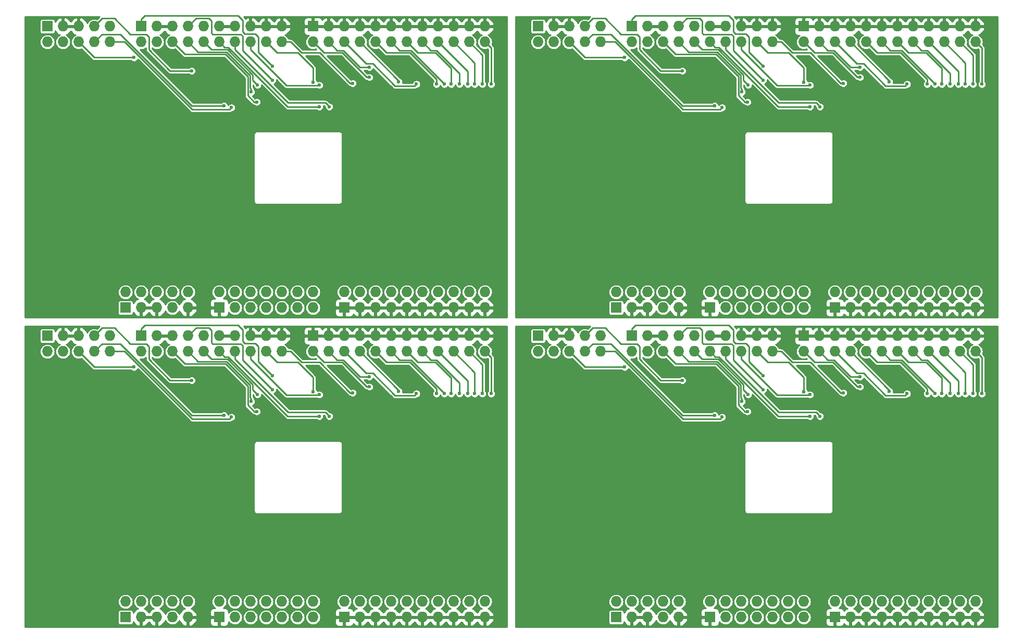
<source format=gbl>
G04 #@! TF.FileFunction,Copper,L2,Bot,Signal*
%FSLAX46Y46*%
G04 Gerber Fmt 4.6, Leading zero omitted, Abs format (unit mm)*
G04 Created by KiCad (PCBNEW (after 2015-mar-04 BZR unknown)-product) date 2015年08月08日土曜日 23:09:20*
%MOMM*%
G01*
G04 APERTURE LIST*
%ADD10C,0.100000*%
%ADD11R,1.727200X1.727200*%
%ADD12O,1.727200X1.727200*%
%ADD13C,0.600000*%
%ADD14C,0.254000*%
G04 APERTURE END LIST*
D10*
D11*
X127000400Y47752000D03*
D12*
X127000400Y45212000D03*
X129540400Y47752000D03*
X129540400Y45212000D03*
X132080400Y47752000D03*
X132080400Y45212000D03*
X134620400Y47752000D03*
X134620400Y45212000D03*
X137160400Y47752000D03*
X137160400Y45212000D03*
X139700400Y47752000D03*
X139700400Y45212000D03*
X142240400Y47752000D03*
X142240400Y45212000D03*
X144780400Y47752000D03*
X144780400Y45212000D03*
X147320400Y47752000D03*
X147320400Y45212000D03*
X149860400Y47752000D03*
X149860400Y45212000D03*
X152400400Y47752000D03*
X152400400Y45212000D03*
X154940400Y47752000D03*
X154940400Y45212000D03*
D11*
X99060400Y47752000D03*
D12*
X99060400Y45212000D03*
X101600400Y47752000D03*
X101600400Y45212000D03*
X104140400Y47752000D03*
X104140400Y45212000D03*
X106680400Y47752000D03*
X106680400Y45212000D03*
X109220400Y47752000D03*
X109220400Y45212000D03*
X111760400Y47752000D03*
X111760400Y45212000D03*
X114300400Y47752000D03*
X114300400Y45212000D03*
X116840400Y47752000D03*
X116840400Y45212000D03*
X119380400Y47752000D03*
X119380400Y45212000D03*
X121920400Y47752000D03*
X121920400Y45212000D03*
D11*
X132080000Y2032000D03*
D12*
X132080000Y4572000D03*
X134620000Y2032000D03*
X134620000Y4572000D03*
X137160000Y2032000D03*
X137160000Y4572000D03*
X139700000Y2032000D03*
X139700000Y4572000D03*
X142240000Y2032000D03*
X142240000Y4572000D03*
X144780000Y2032000D03*
X144780000Y4572000D03*
X147320000Y2032000D03*
X147320000Y4572000D03*
X149860000Y2032000D03*
X149860000Y4572000D03*
X152400000Y2032000D03*
X152400000Y4572000D03*
X154940000Y2032000D03*
X154940000Y4572000D03*
D11*
X111760400Y2032200D03*
D12*
X111760400Y4572200D03*
X114300400Y2032200D03*
X114300400Y4572200D03*
X116840400Y2032200D03*
X116840400Y4572200D03*
X119380400Y2032200D03*
X119380400Y4572200D03*
X121920400Y2032200D03*
X121920400Y4572200D03*
X124460400Y2032200D03*
X124460400Y4572200D03*
X127000400Y2032200D03*
X127000400Y4572200D03*
D11*
X96520400Y2032200D03*
D12*
X96520400Y4572200D03*
X99060400Y2032200D03*
X99060400Y4572200D03*
X101600400Y2032200D03*
X101600400Y4572200D03*
X104140400Y2032200D03*
X104140400Y4572200D03*
X106680400Y2032200D03*
X106680400Y4572200D03*
D11*
X83820400Y47752000D03*
D12*
X83820400Y45212000D03*
X86360400Y47752000D03*
X86360400Y45212000D03*
X88900400Y47752000D03*
X88900400Y45212000D03*
X91440400Y47752000D03*
X91440400Y45212000D03*
X93980400Y47752000D03*
X93980400Y45212000D03*
D11*
X83820400Y98044000D03*
D12*
X83820400Y95504000D03*
X86360400Y98044000D03*
X86360400Y95504000D03*
X88900400Y98044000D03*
X88900400Y95504000D03*
X91440400Y98044000D03*
X91440400Y95504000D03*
X93980400Y98044000D03*
X93980400Y95504000D03*
D11*
X96520400Y52324200D03*
D12*
X96520400Y54864200D03*
X99060400Y52324200D03*
X99060400Y54864200D03*
X101600400Y52324200D03*
X101600400Y54864200D03*
X104140400Y52324200D03*
X104140400Y54864200D03*
X106680400Y52324200D03*
X106680400Y54864200D03*
D11*
X111760400Y52324200D03*
D12*
X111760400Y54864200D03*
X114300400Y52324200D03*
X114300400Y54864200D03*
X116840400Y52324200D03*
X116840400Y54864200D03*
X119380400Y52324200D03*
X119380400Y54864200D03*
X121920400Y52324200D03*
X121920400Y54864200D03*
X124460400Y52324200D03*
X124460400Y54864200D03*
X127000400Y52324200D03*
X127000400Y54864200D03*
D11*
X132080000Y52324000D03*
D12*
X132080000Y54864000D03*
X134620000Y52324000D03*
X134620000Y54864000D03*
X137160000Y52324000D03*
X137160000Y54864000D03*
X139700000Y52324000D03*
X139700000Y54864000D03*
X142240000Y52324000D03*
X142240000Y54864000D03*
X144780000Y52324000D03*
X144780000Y54864000D03*
X147320000Y52324000D03*
X147320000Y54864000D03*
X149860000Y52324000D03*
X149860000Y54864000D03*
X152400000Y52324000D03*
X152400000Y54864000D03*
X154940000Y52324000D03*
X154940000Y54864000D03*
D11*
X99060400Y98044000D03*
D12*
X99060400Y95504000D03*
X101600400Y98044000D03*
X101600400Y95504000D03*
X104140400Y98044000D03*
X104140400Y95504000D03*
X106680400Y98044000D03*
X106680400Y95504000D03*
X109220400Y98044000D03*
X109220400Y95504000D03*
X111760400Y98044000D03*
X111760400Y95504000D03*
X114300400Y98044000D03*
X114300400Y95504000D03*
X116840400Y98044000D03*
X116840400Y95504000D03*
X119380400Y98044000D03*
X119380400Y95504000D03*
X121920400Y98044000D03*
X121920400Y95504000D03*
D11*
X127000400Y98044000D03*
D12*
X127000400Y95504000D03*
X129540400Y98044000D03*
X129540400Y95504000D03*
X132080400Y98044000D03*
X132080400Y95504000D03*
X134620400Y98044000D03*
X134620400Y95504000D03*
X137160400Y98044000D03*
X137160400Y95504000D03*
X139700400Y98044000D03*
X139700400Y95504000D03*
X142240400Y98044000D03*
X142240400Y95504000D03*
X144780400Y98044000D03*
X144780400Y95504000D03*
X147320400Y98044000D03*
X147320400Y95504000D03*
X149860400Y98044000D03*
X149860400Y95504000D03*
X152400400Y98044000D03*
X152400400Y95504000D03*
X154940400Y98044000D03*
X154940400Y95504000D03*
D11*
X47244400Y98044000D03*
D12*
X47244400Y95504000D03*
X49784400Y98044000D03*
X49784400Y95504000D03*
X52324400Y98044000D03*
X52324400Y95504000D03*
X54864400Y98044000D03*
X54864400Y95504000D03*
X57404400Y98044000D03*
X57404400Y95504000D03*
X59944400Y98044000D03*
X59944400Y95504000D03*
X62484400Y98044000D03*
X62484400Y95504000D03*
X65024400Y98044000D03*
X65024400Y95504000D03*
X67564400Y98044000D03*
X67564400Y95504000D03*
X70104400Y98044000D03*
X70104400Y95504000D03*
X72644400Y98044000D03*
X72644400Y95504000D03*
X75184400Y98044000D03*
X75184400Y95504000D03*
D11*
X19304400Y98044000D03*
D12*
X19304400Y95504000D03*
X21844400Y98044000D03*
X21844400Y95504000D03*
X24384400Y98044000D03*
X24384400Y95504000D03*
X26924400Y98044000D03*
X26924400Y95504000D03*
X29464400Y98044000D03*
X29464400Y95504000D03*
X32004400Y98044000D03*
X32004400Y95504000D03*
X34544400Y98044000D03*
X34544400Y95504000D03*
X37084400Y98044000D03*
X37084400Y95504000D03*
X39624400Y98044000D03*
X39624400Y95504000D03*
X42164400Y98044000D03*
X42164400Y95504000D03*
D11*
X52324000Y52324000D03*
D12*
X52324000Y54864000D03*
X54864000Y52324000D03*
X54864000Y54864000D03*
X57404000Y52324000D03*
X57404000Y54864000D03*
X59944000Y52324000D03*
X59944000Y54864000D03*
X62484000Y52324000D03*
X62484000Y54864000D03*
X65024000Y52324000D03*
X65024000Y54864000D03*
X67564000Y52324000D03*
X67564000Y54864000D03*
X70104000Y52324000D03*
X70104000Y54864000D03*
X72644000Y52324000D03*
X72644000Y54864000D03*
X75184000Y52324000D03*
X75184000Y54864000D03*
D11*
X32004400Y52324200D03*
D12*
X32004400Y54864200D03*
X34544400Y52324200D03*
X34544400Y54864200D03*
X37084400Y52324200D03*
X37084400Y54864200D03*
X39624400Y52324200D03*
X39624400Y54864200D03*
X42164400Y52324200D03*
X42164400Y54864200D03*
X44704400Y52324200D03*
X44704400Y54864200D03*
X47244400Y52324200D03*
X47244400Y54864200D03*
D11*
X16764400Y52324200D03*
D12*
X16764400Y54864200D03*
X19304400Y52324200D03*
X19304400Y54864200D03*
X21844400Y52324200D03*
X21844400Y54864200D03*
X24384400Y52324200D03*
X24384400Y54864200D03*
X26924400Y52324200D03*
X26924400Y54864200D03*
D11*
X4064400Y98044000D03*
D12*
X4064400Y95504000D03*
X6604400Y98044000D03*
X6604400Y95504000D03*
X9144400Y98044000D03*
X9144400Y95504000D03*
X11684400Y98044000D03*
X11684400Y95504000D03*
X14224400Y98044000D03*
X14224400Y95504000D03*
D11*
X4064400Y47752000D03*
D12*
X4064400Y45212000D03*
X6604400Y47752000D03*
X6604400Y45212000D03*
X9144400Y47752000D03*
X9144400Y45212000D03*
X11684400Y47752000D03*
X11684400Y45212000D03*
X14224400Y47752000D03*
X14224400Y45212000D03*
D11*
X16764400Y2032200D03*
D12*
X16764400Y4572200D03*
X19304400Y2032200D03*
X19304400Y4572200D03*
X21844400Y2032200D03*
X21844400Y4572200D03*
X24384400Y2032200D03*
X24384400Y4572200D03*
X26924400Y2032200D03*
X26924400Y4572200D03*
D11*
X32004400Y2032200D03*
D12*
X32004400Y4572200D03*
X34544400Y2032200D03*
X34544400Y4572200D03*
X37084400Y2032200D03*
X37084400Y4572200D03*
X39624400Y2032200D03*
X39624400Y4572200D03*
X42164400Y2032200D03*
X42164400Y4572200D03*
X44704400Y2032200D03*
X44704400Y4572200D03*
X47244400Y2032200D03*
X47244400Y4572200D03*
D11*
X52324000Y2032000D03*
D12*
X52324000Y4572000D03*
X54864000Y2032000D03*
X54864000Y4572000D03*
X57404000Y2032000D03*
X57404000Y4572000D03*
X59944000Y2032000D03*
X59944000Y4572000D03*
X62484000Y2032000D03*
X62484000Y4572000D03*
X65024000Y2032000D03*
X65024000Y4572000D03*
X67564000Y2032000D03*
X67564000Y4572000D03*
X70104000Y2032000D03*
X70104000Y4572000D03*
X72644000Y2032000D03*
X72644000Y4572000D03*
X75184000Y2032000D03*
X75184000Y4572000D03*
D11*
X19304400Y47752000D03*
D12*
X19304400Y45212000D03*
X21844400Y47752000D03*
X21844400Y45212000D03*
X24384400Y47752000D03*
X24384400Y45212000D03*
X26924400Y47752000D03*
X26924400Y45212000D03*
X29464400Y47752000D03*
X29464400Y45212000D03*
X32004400Y47752000D03*
X32004400Y45212000D03*
X34544400Y47752000D03*
X34544400Y45212000D03*
X37084400Y47752000D03*
X37084400Y45212000D03*
X39624400Y47752000D03*
X39624400Y45212000D03*
X42164400Y47752000D03*
X42164400Y45212000D03*
D11*
X47244400Y47752000D03*
D12*
X47244400Y45212000D03*
X49784400Y47752000D03*
X49784400Y45212000D03*
X52324400Y47752000D03*
X52324400Y45212000D03*
X54864400Y47752000D03*
X54864400Y45212000D03*
X57404400Y47752000D03*
X57404400Y45212000D03*
X59944400Y47752000D03*
X59944400Y45212000D03*
X62484400Y47752000D03*
X62484400Y45212000D03*
X65024400Y47752000D03*
X65024400Y45212000D03*
X67564400Y47752000D03*
X67564400Y45212000D03*
X70104400Y47752000D03*
X70104400Y45212000D03*
X72644400Y47752000D03*
X72644400Y45212000D03*
X75184400Y47752000D03*
X75184400Y45212000D03*
D13*
X18161000Y42672000D03*
X18161000Y92964000D03*
X97917000Y92964000D03*
X97917000Y42672000D03*
X27524551Y40518151D03*
X27524551Y90810151D03*
X107280551Y90810151D03*
X107280551Y40518151D03*
X32766000Y34823400D03*
X32766000Y85115400D03*
X112522000Y85115400D03*
X112522000Y34823400D03*
X33985200Y34544000D03*
X33985200Y84836000D03*
X113741200Y84836000D03*
X113741200Y34544000D03*
X40640000Y41275000D03*
X40640000Y91567000D03*
X120396000Y91567000D03*
X120396000Y41275000D03*
X38100008Y35458400D03*
X38100008Y85750400D03*
X117856008Y85750400D03*
X117856008Y35458400D03*
X40639994Y38989000D03*
X40639994Y89281000D03*
X120395994Y89281000D03*
X120395994Y38989000D03*
X37196122Y37094522D03*
X37196122Y87386522D03*
X116952122Y87386522D03*
X116952122Y37094522D03*
X38226781Y38206116D03*
X38226781Y88498116D03*
X117982781Y88498116D03*
X117982781Y38206116D03*
X48260000Y34671000D03*
X48260000Y84963000D03*
X128016000Y84963000D03*
X128016000Y34671000D03*
X49911000Y34670996D03*
X49911000Y84962996D03*
X129667000Y84962996D03*
X129667000Y34670996D03*
X48260000Y38201600D03*
X48260000Y88493600D03*
X128016000Y88493600D03*
X128016000Y38201600D03*
X47244000Y38654020D03*
X47244000Y88946020D03*
X127000000Y88946020D03*
X127000000Y38654020D03*
X53721000Y38481008D03*
X53721000Y88773008D03*
X133477000Y88773008D03*
X133477000Y38481008D03*
X56388000Y39471600D03*
X56388000Y89763600D03*
X136144000Y89763600D03*
X136144000Y39471600D03*
X56388000Y41097200D03*
X56388000Y91389200D03*
X136144000Y91389200D03*
X136144000Y41097200D03*
X64058800Y38354000D03*
X64058800Y88646000D03*
X143814800Y88646000D03*
X143814800Y38354000D03*
X61163196Y38760400D03*
X61163196Y89052400D03*
X140919196Y89052400D03*
X140919196Y38760400D03*
X67310000Y38354000D03*
X67310000Y88646000D03*
X147066000Y88646000D03*
X147066000Y38354000D03*
X68580000Y38354000D03*
X68580000Y88646000D03*
X148336000Y88646000D03*
X148336000Y38354000D03*
X69723000Y38354000D03*
X69723000Y88646000D03*
X149479000Y88646000D03*
X149479000Y38354000D03*
X71069200Y38354000D03*
X71069200Y88646000D03*
X150825200Y88646000D03*
X150825200Y38354000D03*
X72389998Y38354000D03*
X72389998Y88646000D03*
X152145998Y88646000D03*
X152145998Y38354000D03*
X73533000Y38354000D03*
X73533000Y88646000D03*
X153289000Y88646000D03*
X153289000Y38354000D03*
X74777600Y38354000D03*
X74777600Y88646000D03*
X154533600Y88646000D03*
X154533600Y38354000D03*
X76200000Y38353996D03*
X76200000Y88645996D03*
X155956000Y88645996D03*
X155956000Y38353996D03*
D14*
X17736736Y42672000D02*
X18161000Y42672000D01*
X11684400Y42672000D02*
X17736736Y42672000D01*
X9144400Y45212000D02*
X11684400Y42672000D01*
X9144400Y95504000D02*
X11684400Y92964000D01*
X11684400Y92964000D02*
X17736736Y92964000D01*
X17736736Y92964000D02*
X18161000Y92964000D01*
X97492736Y92964000D02*
X97917000Y92964000D01*
X91440400Y92964000D02*
X97492736Y92964000D01*
X88900400Y95504000D02*
X91440400Y92964000D01*
X88900400Y45212000D02*
X91440400Y42672000D01*
X91440400Y42672000D02*
X97492736Y42672000D01*
X97492736Y42672000D02*
X97917000Y42672000D01*
X23997849Y40518151D02*
X27100287Y40518151D01*
X20132040Y46466760D02*
X20574400Y46024400D01*
X17556480Y46466760D02*
X20132040Y46466760D01*
X27100287Y40518151D02*
X27524551Y40518151D01*
X12989960Y49057560D02*
X14965680Y49057560D01*
X11684400Y47752000D02*
X12989960Y49057560D01*
X14965680Y49057560D02*
X17556480Y46466760D01*
X20574400Y46024400D02*
X20574400Y43941600D01*
X20574400Y43941600D02*
X23997849Y40518151D01*
X20574400Y94233600D02*
X23997849Y90810151D01*
X20574400Y96316400D02*
X20574400Y94233600D01*
X14965680Y99349560D02*
X17556480Y96758760D01*
X11684400Y98044000D02*
X12989960Y99349560D01*
X12989960Y99349560D02*
X14965680Y99349560D01*
X27100287Y90810151D02*
X27524551Y90810151D01*
X17556480Y96758760D02*
X20132040Y96758760D01*
X20132040Y96758760D02*
X20574400Y96316400D01*
X23997849Y90810151D02*
X27100287Y90810151D01*
X103753849Y90810151D02*
X106856287Y90810151D01*
X99888040Y96758760D02*
X100330400Y96316400D01*
X97312480Y96758760D02*
X99888040Y96758760D01*
X106856287Y90810151D02*
X107280551Y90810151D01*
X92745960Y99349560D02*
X94721680Y99349560D01*
X91440400Y98044000D02*
X92745960Y99349560D01*
X94721680Y99349560D02*
X97312480Y96758760D01*
X100330400Y96316400D02*
X100330400Y94233600D01*
X100330400Y94233600D02*
X103753849Y90810151D01*
X100330400Y43941600D02*
X103753849Y40518151D01*
X100330400Y46024400D02*
X100330400Y43941600D01*
X94721680Y49057560D02*
X97312480Y46466760D01*
X91440400Y47752000D02*
X92745960Y49057560D01*
X92745960Y49057560D02*
X94721680Y49057560D01*
X106856287Y40518151D02*
X107280551Y40518151D01*
X97312480Y46466760D02*
X99888040Y46466760D01*
X99888040Y46466760D02*
X100330400Y46024400D01*
X103753849Y40518151D02*
X106856287Y40518151D01*
X32341736Y34823400D02*
X32766000Y34823400D01*
X27564428Y34823400D02*
X32341736Y34823400D01*
X12939160Y46466760D02*
X15921068Y46466760D01*
X15921068Y46466760D02*
X27564428Y34823400D01*
X11684400Y45212000D02*
X12939160Y46466760D01*
X11684400Y95504000D02*
X12939160Y96758760D01*
X15921068Y96758760D02*
X27564428Y85115400D01*
X12939160Y96758760D02*
X15921068Y96758760D01*
X27564428Y85115400D02*
X32341736Y85115400D01*
X32341736Y85115400D02*
X32766000Y85115400D01*
X112097736Y85115400D02*
X112522000Y85115400D01*
X107320428Y85115400D02*
X112097736Y85115400D01*
X92695160Y96758760D02*
X95677068Y96758760D01*
X95677068Y96758760D02*
X107320428Y85115400D01*
X91440400Y95504000D02*
X92695160Y96758760D01*
X91440400Y45212000D02*
X92695160Y46466760D01*
X95677068Y46466760D02*
X107320428Y34823400D01*
X92695160Y46466760D02*
X95677068Y46466760D01*
X107320428Y34823400D02*
X112097736Y34823400D01*
X112097736Y34823400D02*
X112522000Y34823400D01*
X14224400Y45212000D02*
X16637000Y45212000D01*
X16637000Y45212000D02*
X27604999Y34244001D01*
X27604999Y34244001D02*
X33685201Y34244001D01*
X33685201Y34244001D02*
X33985200Y34544000D01*
X33685201Y84536001D02*
X33985200Y84836000D01*
X27604999Y84536001D02*
X33685201Y84536001D01*
X16637000Y95504000D02*
X27604999Y84536001D01*
X14224400Y95504000D02*
X16637000Y95504000D01*
X93980400Y95504000D02*
X96393000Y95504000D01*
X96393000Y95504000D02*
X107360999Y84536001D01*
X107360999Y84536001D02*
X113441201Y84536001D01*
X113441201Y84536001D02*
X113741200Y84836000D01*
X113441201Y34244001D02*
X113741200Y34544000D01*
X107360999Y34244001D02*
X113441201Y34244001D01*
X96393000Y45212000D02*
X107360999Y34244001D01*
X93980400Y45212000D02*
X96393000Y45212000D01*
X40340001Y41574999D02*
X40640000Y41275000D01*
X35814000Y48747680D02*
X35814000Y46852840D01*
X38354400Y43560600D02*
X40340001Y41574999D01*
X38354400Y46009160D02*
X38354400Y43560600D01*
X19893690Y49458890D02*
X35102790Y49458890D01*
X37871400Y46492160D02*
X38354400Y46009160D01*
X35814000Y46852840D02*
X36174680Y46492160D01*
X36174680Y46492160D02*
X37871400Y46492160D01*
X19304400Y48869600D02*
X19893690Y49458890D01*
X35102790Y49458890D02*
X35814000Y48747680D01*
X19304400Y47752000D02*
X19304400Y48869600D01*
X19304400Y98044000D02*
X19304400Y99161600D01*
X35102790Y99750890D02*
X35814000Y99039680D01*
X19304400Y99161600D02*
X19893690Y99750890D01*
X36174680Y96784160D02*
X37871400Y96784160D01*
X35814000Y97144840D02*
X36174680Y96784160D01*
X37871400Y96784160D02*
X38354400Y96301160D01*
X19893690Y99750890D02*
X35102790Y99750890D01*
X38354400Y96301160D02*
X38354400Y93852600D01*
X38354400Y93852600D02*
X40340001Y91866999D01*
X35814000Y99039680D02*
X35814000Y97144840D01*
X40340001Y91866999D02*
X40640000Y91567000D01*
X120096001Y91866999D02*
X120396000Y91567000D01*
X115570000Y99039680D02*
X115570000Y97144840D01*
X118110400Y93852600D02*
X120096001Y91866999D01*
X118110400Y96301160D02*
X118110400Y93852600D01*
X99649690Y99750890D02*
X114858790Y99750890D01*
X117627400Y96784160D02*
X118110400Y96301160D01*
X115570000Y97144840D02*
X115930680Y96784160D01*
X115930680Y96784160D02*
X117627400Y96784160D01*
X99060400Y99161600D02*
X99649690Y99750890D01*
X114858790Y99750890D02*
X115570000Y99039680D01*
X99060400Y98044000D02*
X99060400Y99161600D01*
X99060400Y47752000D02*
X99060400Y48869600D01*
X114858790Y49458890D02*
X115570000Y48747680D01*
X99060400Y48869600D02*
X99649690Y49458890D01*
X115930680Y46492160D02*
X117627400Y46492160D01*
X115570000Y46852840D02*
X115930680Y46492160D01*
X117627400Y46492160D02*
X118110400Y46009160D01*
X99649690Y49458890D02*
X114858790Y49458890D01*
X118110400Y46009160D02*
X118110400Y43560600D01*
X118110400Y43560600D02*
X120096001Y41574999D01*
X115570000Y48747680D02*
X115570000Y46852840D01*
X120096001Y41574999D02*
X120396000Y41275000D01*
X36642121Y36492023D02*
X37675744Y35458400D01*
X36642121Y39557879D02*
X36642121Y36492023D01*
X37675744Y35458400D02*
X38100008Y35458400D01*
X24384400Y45212000D02*
X26416400Y43180000D01*
X33020000Y43180000D02*
X36642121Y39557879D01*
X26416400Y43180000D02*
X33020000Y43180000D01*
X26416400Y93472000D02*
X33020000Y93472000D01*
X33020000Y93472000D02*
X36642121Y89849879D01*
X24384400Y95504000D02*
X26416400Y93472000D01*
X37675744Y85750400D02*
X38100008Y85750400D01*
X36642121Y89849879D02*
X36642121Y86784023D01*
X36642121Y86784023D02*
X37675744Y85750400D01*
X116398121Y86784023D02*
X117431744Y85750400D01*
X116398121Y89849879D02*
X116398121Y86784023D01*
X117431744Y85750400D02*
X117856008Y85750400D01*
X104140400Y95504000D02*
X106172400Y93472000D01*
X112776000Y93472000D02*
X116398121Y89849879D01*
X106172400Y93472000D02*
X112776000Y93472000D01*
X106172400Y43180000D02*
X112776000Y43180000D01*
X112776000Y43180000D02*
X116398121Y39557879D01*
X104140400Y45212000D02*
X106172400Y43180000D01*
X117431744Y35458400D02*
X117856008Y35458400D01*
X116398121Y39557879D02*
X116398121Y36492023D01*
X116398121Y36492023D02*
X117431744Y35458400D01*
X35824160Y43804834D02*
X40339995Y39288999D01*
X35824160Y46146720D02*
X35824160Y43804834D01*
X26924400Y47752000D02*
X28250280Y49077880D01*
X35493960Y46476920D02*
X35824160Y46146720D01*
X30281880Y49077880D02*
X30728920Y48630840D01*
X28250280Y49077880D02*
X30281880Y49077880D01*
X30728920Y48630840D02*
X30728920Y46695360D01*
X40339995Y39288999D02*
X40639994Y38989000D01*
X30947360Y46476920D02*
X35493960Y46476920D01*
X30728920Y46695360D02*
X30947360Y46476920D01*
X30728920Y96987360D02*
X30947360Y96768920D01*
X30947360Y96768920D02*
X35493960Y96768920D01*
X40339995Y89580999D02*
X40639994Y89281000D01*
X30728920Y98922840D02*
X30728920Y96987360D01*
X28250280Y99369880D02*
X30281880Y99369880D01*
X30281880Y99369880D02*
X30728920Y98922840D01*
X35493960Y96768920D02*
X35824160Y96438720D01*
X26924400Y98044000D02*
X28250280Y99369880D01*
X35824160Y96438720D02*
X35824160Y94096834D01*
X35824160Y94096834D02*
X40339995Y89580999D01*
X115580160Y94096834D02*
X120095995Y89580999D01*
X115580160Y96438720D02*
X115580160Y94096834D01*
X106680400Y98044000D02*
X108006280Y99369880D01*
X115249960Y96768920D02*
X115580160Y96438720D01*
X110037880Y99369880D02*
X110484920Y98922840D01*
X108006280Y99369880D02*
X110037880Y99369880D01*
X110484920Y98922840D02*
X110484920Y96987360D01*
X120095995Y89580999D02*
X120395994Y89281000D01*
X110703360Y96768920D02*
X115249960Y96768920D01*
X110484920Y96987360D02*
X110703360Y96768920D01*
X110484920Y46695360D02*
X110703360Y46476920D01*
X110703360Y46476920D02*
X115249960Y46476920D01*
X120095995Y39288999D02*
X120395994Y38989000D01*
X110484920Y48630840D02*
X110484920Y46695360D01*
X108006280Y49077880D02*
X110037880Y49077880D01*
X110037880Y49077880D02*
X110484920Y48630840D01*
X115249960Y46476920D02*
X115580160Y46146720D01*
X106680400Y47752000D02*
X108006280Y49077880D01*
X115580160Y46146720D02*
X115580160Y43804834D01*
X115580160Y43804834D02*
X120095995Y39288999D01*
X33177819Y43561010D02*
X37023131Y39715698D01*
X37023131Y37691777D02*
X37196122Y37518786D01*
X37196122Y37518786D02*
X37196122Y37094522D01*
X37023131Y39715698D02*
X37023131Y37691777D01*
X28575390Y43561010D02*
X33177819Y43561010D01*
X26924400Y45212000D02*
X28575390Y43561010D01*
X26924400Y95504000D02*
X28575390Y93853010D01*
X28575390Y93853010D02*
X33177819Y93853010D01*
X37023131Y90007698D02*
X37023131Y87983777D01*
X37196122Y87810786D02*
X37196122Y87386522D01*
X37023131Y87983777D02*
X37196122Y87810786D01*
X33177819Y93853010D02*
X37023131Y90007698D01*
X112933819Y93853010D02*
X116779131Y90007698D01*
X116779131Y87983777D02*
X116952122Y87810786D01*
X116952122Y87810786D02*
X116952122Y87386522D01*
X116779131Y90007698D02*
X116779131Y87983777D01*
X108331390Y93853010D02*
X112933819Y93853010D01*
X106680400Y95504000D02*
X108331390Y93853010D01*
X106680400Y45212000D02*
X108331390Y43561010D01*
X108331390Y43561010D02*
X112933819Y43561010D01*
X116779131Y39715698D02*
X116779131Y37691777D01*
X116952122Y37518786D02*
X116952122Y37094522D01*
X116779131Y37691777D02*
X116952122Y37518786D01*
X112933819Y43561010D02*
X116779131Y39715698D01*
X33335638Y43942020D02*
X37404141Y39873517D01*
X37926782Y38506115D02*
X38226781Y38206116D01*
X37404141Y39028756D02*
X37926782Y38506115D01*
X37404141Y39873517D02*
X37404141Y39028756D01*
X30734380Y43942020D02*
X33335638Y43942020D01*
X29464400Y45212000D02*
X30734380Y43942020D01*
X29464400Y95504000D02*
X30734380Y94234020D01*
X30734380Y94234020D02*
X33335638Y94234020D01*
X37404141Y90165517D02*
X37404141Y89320756D01*
X37404141Y89320756D02*
X37926782Y88798115D01*
X37926782Y88798115D02*
X38226781Y88498116D01*
X33335638Y94234020D02*
X37404141Y90165517D01*
X113091638Y94234020D02*
X117160141Y90165517D01*
X117682782Y88798115D02*
X117982781Y88498116D01*
X117160141Y89320756D02*
X117682782Y88798115D01*
X117160141Y90165517D02*
X117160141Y89320756D01*
X110490380Y94234020D02*
X113091638Y94234020D01*
X109220400Y95504000D02*
X110490380Y94234020D01*
X109220400Y45212000D02*
X110490380Y43942020D01*
X110490380Y43942020D02*
X113091638Y43942020D01*
X117160141Y39873517D02*
X117160141Y39028756D01*
X117160141Y39028756D02*
X117682782Y38506115D01*
X117682782Y38506115D02*
X117982781Y38206116D01*
X113091638Y43942020D02*
X117160141Y39873517D01*
X47835736Y34671000D02*
X48260000Y34671000D01*
X33468086Y44348401D02*
X43145487Y34671000D01*
X32004400Y45212000D02*
X32867999Y44348401D01*
X43145487Y34671000D02*
X47835736Y34671000D01*
X32867999Y44348401D02*
X33468086Y44348401D01*
X32867999Y94640401D02*
X33468086Y94640401D01*
X43145487Y84963000D02*
X47835736Y84963000D01*
X32004400Y95504000D02*
X32867999Y94640401D01*
X33468086Y94640401D02*
X43145487Y84963000D01*
X47835736Y84963000D02*
X48260000Y84963000D01*
X127591736Y84963000D02*
X128016000Y84963000D01*
X113224086Y94640401D02*
X122901487Y84963000D01*
X111760400Y95504000D02*
X112623999Y94640401D01*
X122901487Y84963000D02*
X127591736Y84963000D01*
X112623999Y94640401D02*
X113224086Y94640401D01*
X112623999Y44348401D02*
X113224086Y44348401D01*
X122901487Y34671000D02*
X127591736Y34671000D01*
X111760400Y45212000D02*
X112623999Y44348401D01*
X113224086Y44348401D02*
X122901487Y34671000D01*
X127591736Y34671000D02*
X128016000Y34671000D01*
X34544400Y45212000D02*
X34544400Y43990686D01*
X34544400Y43990686D02*
X43229086Y35306000D01*
X43229086Y35306000D02*
X49275996Y35306000D01*
X49275996Y35306000D02*
X49611001Y34970995D01*
X49611001Y34970995D02*
X49911000Y34670996D01*
X49611001Y85262995D02*
X49911000Y84962996D01*
X49275996Y85598000D02*
X49611001Y85262995D01*
X43229086Y85598000D02*
X49275996Y85598000D01*
X34544400Y94282686D02*
X43229086Y85598000D01*
X34544400Y95504000D02*
X34544400Y94282686D01*
X114300400Y95504000D02*
X114300400Y94282686D01*
X114300400Y94282686D02*
X122985086Y85598000D01*
X122985086Y85598000D02*
X129031996Y85598000D01*
X129031996Y85598000D02*
X129367001Y85262995D01*
X129367001Y85262995D02*
X129667000Y84962996D01*
X129367001Y34970995D02*
X129667000Y34670996D01*
X129031996Y35306000D02*
X129367001Y34970995D01*
X122985086Y35306000D02*
X129031996Y35306000D01*
X114300400Y43990686D02*
X122985086Y35306000D01*
X114300400Y45212000D02*
X114300400Y43990686D01*
X37084400Y45212000D02*
X37084400Y43990686D01*
X37084400Y43990686D02*
X42975086Y38100000D01*
X42975086Y38100000D02*
X48133000Y38100000D01*
X48133000Y38100000D02*
X48260000Y38227000D01*
X48260000Y38227000D02*
X48260000Y38201600D01*
X48260000Y88519000D02*
X48260000Y88493600D01*
X48133000Y88392000D02*
X48260000Y88519000D01*
X42975086Y88392000D02*
X48133000Y88392000D01*
X37084400Y94282686D02*
X42975086Y88392000D01*
X37084400Y95504000D02*
X37084400Y94282686D01*
X116840400Y95504000D02*
X116840400Y94282686D01*
X116840400Y94282686D02*
X122731086Y88392000D01*
X122731086Y88392000D02*
X127889000Y88392000D01*
X127889000Y88392000D02*
X128016000Y88519000D01*
X128016000Y88519000D02*
X128016000Y88493600D01*
X128016000Y38227000D02*
X128016000Y38201600D01*
X127889000Y38100000D02*
X128016000Y38227000D01*
X122731086Y38100000D02*
X127889000Y38100000D01*
X116840400Y43990686D02*
X122731086Y38100000D01*
X116840400Y45212000D02*
X116840400Y43990686D01*
X41402400Y43434000D02*
X44831000Y43434000D01*
X39624400Y45212000D02*
X41402400Y43434000D01*
X44831000Y43434000D02*
X47244000Y41021000D01*
X47244000Y41021000D02*
X47244000Y38654020D01*
X47244000Y91313000D02*
X47244000Y88946020D01*
X44831000Y93726000D02*
X47244000Y91313000D01*
X39624400Y95504000D02*
X41402400Y93726000D01*
X41402400Y93726000D02*
X44831000Y93726000D01*
X121158400Y93726000D02*
X124587000Y93726000D01*
X119380400Y95504000D02*
X121158400Y93726000D01*
X124587000Y93726000D02*
X127000000Y91313000D01*
X127000000Y91313000D02*
X127000000Y88946020D01*
X127000000Y41021000D02*
X127000000Y38654020D01*
X124587000Y43434000D02*
X127000000Y41021000D01*
X119380400Y45212000D02*
X121158400Y43434000D01*
X121158400Y43434000D02*
X124587000Y43434000D01*
X42164400Y45212000D02*
X43591829Y45212000D01*
X48343744Y43434000D02*
X53296736Y38481008D01*
X43591829Y45212000D02*
X45369829Y43434000D01*
X45369829Y43434000D02*
X48343744Y43434000D01*
X53296736Y38481008D02*
X53721000Y38481008D01*
X53296736Y88773008D02*
X53721000Y88773008D01*
X45369829Y93726000D02*
X48343744Y93726000D01*
X43591829Y95504000D02*
X45369829Y93726000D01*
X48343744Y93726000D02*
X53296736Y88773008D01*
X42164400Y95504000D02*
X43591829Y95504000D01*
X121920400Y95504000D02*
X123347829Y95504000D01*
X128099744Y93726000D02*
X133052736Y88773008D01*
X123347829Y95504000D02*
X125125829Y93726000D01*
X125125829Y93726000D02*
X128099744Y93726000D01*
X133052736Y88773008D02*
X133477000Y88773008D01*
X133052736Y38481008D02*
X133477000Y38481008D01*
X125125829Y43434000D02*
X128099744Y43434000D01*
X123347829Y45212000D02*
X125125829Y43434000D01*
X128099744Y43434000D02*
X133052736Y38481008D01*
X121920400Y45212000D02*
X123347829Y45212000D01*
X49022400Y43434000D02*
X52001336Y43434000D01*
X52001336Y43434000D02*
X55963736Y39471600D01*
X47244400Y45212000D02*
X49022400Y43434000D01*
X55963736Y39471600D02*
X56388000Y39471600D01*
X55963736Y89763600D02*
X56388000Y89763600D01*
X47244400Y95504000D02*
X49022400Y93726000D01*
X52001336Y93726000D02*
X55963736Y89763600D01*
X49022400Y93726000D02*
X52001336Y93726000D01*
X128778400Y93726000D02*
X131757336Y93726000D01*
X131757336Y93726000D02*
X135719736Y89763600D01*
X127000400Y95504000D02*
X128778400Y93726000D01*
X135719736Y89763600D02*
X136144000Y89763600D01*
X135719736Y39471600D02*
X136144000Y39471600D01*
X127000400Y45212000D02*
X128778400Y43434000D01*
X131757336Y43434000D02*
X135719736Y39471600D01*
X128778400Y43434000D02*
X131757336Y43434000D01*
X55963736Y41097200D02*
X56388000Y41097200D01*
X54876965Y41097200D02*
X55963736Y41097200D01*
X52159155Y43815010D02*
X54876965Y41097200D01*
X51181390Y43815010D02*
X52159155Y43815010D01*
X49784400Y45212000D02*
X51181390Y43815010D01*
X49784400Y95504000D02*
X51181390Y94107010D01*
X51181390Y94107010D02*
X52159155Y94107010D01*
X52159155Y94107010D02*
X54876965Y91389200D01*
X54876965Y91389200D02*
X55963736Y91389200D01*
X55963736Y91389200D02*
X56388000Y91389200D01*
X135719736Y91389200D02*
X136144000Y91389200D01*
X134632965Y91389200D02*
X135719736Y91389200D01*
X131915155Y94107010D02*
X134632965Y91389200D01*
X130937390Y94107010D02*
X131915155Y94107010D01*
X129540400Y95504000D02*
X130937390Y94107010D01*
X129540400Y45212000D02*
X130937390Y43815010D01*
X130937390Y43815010D02*
X131915155Y43815010D01*
X131915155Y43815010D02*
X134632965Y41097200D01*
X134632965Y41097200D02*
X135719736Y41097200D01*
X135719736Y41097200D02*
X136144000Y41097200D01*
X55880400Y41656000D02*
X56953922Y41656000D01*
X52324400Y45212000D02*
X55880400Y41656000D01*
X56953922Y41656000D02*
X60555921Y38054001D01*
X63758801Y38054001D02*
X64058800Y38354000D01*
X60555921Y38054001D02*
X63758801Y38054001D01*
X60555921Y88346001D02*
X63758801Y88346001D01*
X63758801Y88346001D02*
X64058800Y88646000D01*
X56953922Y91948000D02*
X60555921Y88346001D01*
X52324400Y95504000D02*
X55880400Y91948000D01*
X55880400Y91948000D02*
X56953922Y91948000D01*
X135636400Y91948000D02*
X136709922Y91948000D01*
X132080400Y95504000D02*
X135636400Y91948000D01*
X136709922Y91948000D02*
X140311921Y88346001D01*
X143514801Y88346001D02*
X143814800Y88646000D01*
X140311921Y88346001D02*
X143514801Y88346001D01*
X140311921Y38054001D02*
X143514801Y38054001D01*
X143514801Y38054001D02*
X143814800Y38354000D01*
X136709922Y41656000D02*
X140311921Y38054001D01*
X132080400Y45212000D02*
X135636400Y41656000D01*
X135636400Y41656000D02*
X136709922Y41656000D01*
X61163196Y38913204D02*
X61163196Y38760400D01*
X54864400Y45212000D02*
X61163196Y38913204D01*
X54864400Y95504000D02*
X61163196Y89205204D01*
X61163196Y89205204D02*
X61163196Y89052400D01*
X140919196Y89205204D02*
X140919196Y89052400D01*
X134620400Y95504000D02*
X140919196Y89205204D01*
X134620400Y45212000D02*
X140919196Y38913204D01*
X140919196Y38913204D02*
X140919196Y38760400D01*
X57404400Y45212000D02*
X59182410Y43433990D01*
X62992010Y43433990D02*
X67310000Y39116000D01*
X59182410Y43433990D02*
X62992010Y43433990D01*
X67310000Y39116000D02*
X67310000Y38354000D01*
X67310000Y89408000D02*
X67310000Y88646000D01*
X59182410Y93725990D02*
X62992010Y93725990D01*
X62992010Y93725990D02*
X67310000Y89408000D01*
X57404400Y95504000D02*
X59182410Y93725990D01*
X137160400Y95504000D02*
X138938410Y93725990D01*
X142748010Y93725990D02*
X147066000Y89408000D01*
X138938410Y93725990D02*
X142748010Y93725990D01*
X147066000Y89408000D02*
X147066000Y88646000D01*
X147066000Y39116000D02*
X147066000Y38354000D01*
X138938410Y43433990D02*
X142748010Y43433990D01*
X142748010Y43433990D02*
X147066000Y39116000D01*
X137160400Y45212000D02*
X138938410Y43433990D01*
X59944400Y45212000D02*
X61341400Y43815000D01*
X61341400Y43815000D02*
X63149829Y43815000D01*
X63149829Y43815000D02*
X68580000Y38384829D01*
X68580000Y38384829D02*
X68580000Y38354000D01*
X68580000Y88676829D02*
X68580000Y88646000D01*
X63149829Y94107000D02*
X68580000Y88676829D01*
X61341400Y94107000D02*
X63149829Y94107000D01*
X59944400Y95504000D02*
X61341400Y94107000D01*
X139700400Y95504000D02*
X141097400Y94107000D01*
X141097400Y94107000D02*
X142905829Y94107000D01*
X142905829Y94107000D02*
X148336000Y88676829D01*
X148336000Y88676829D02*
X148336000Y88646000D01*
X148336000Y38384829D02*
X148336000Y38354000D01*
X142905829Y43815000D02*
X148336000Y38384829D01*
X141097400Y43815000D02*
X142905829Y43815000D01*
X139700400Y45212000D02*
X141097400Y43815000D01*
X69723000Y38778264D02*
X69723000Y38354000D01*
X67183010Y43433990D02*
X69723000Y40894000D01*
X64262410Y43433990D02*
X67183010Y43433990D01*
X69723000Y40894000D02*
X69723000Y38778264D01*
X62484400Y45212000D02*
X64262410Y43433990D01*
X62484400Y95504000D02*
X64262410Y93725990D01*
X69723000Y91186000D02*
X69723000Y89070264D01*
X64262410Y93725990D02*
X67183010Y93725990D01*
X67183010Y93725990D02*
X69723000Y91186000D01*
X69723000Y89070264D02*
X69723000Y88646000D01*
X149479000Y89070264D02*
X149479000Y88646000D01*
X146939010Y93725990D02*
X149479000Y91186000D01*
X144018410Y93725990D02*
X146939010Y93725990D01*
X149479000Y91186000D02*
X149479000Y89070264D01*
X142240400Y95504000D02*
X144018410Y93725990D01*
X142240400Y45212000D02*
X144018410Y43433990D01*
X149479000Y40894000D02*
X149479000Y38778264D01*
X144018410Y43433990D02*
X146939010Y43433990D01*
X146939010Y43433990D02*
X149479000Y40894000D01*
X149479000Y38778264D02*
X149479000Y38354000D01*
X65024400Y45212000D02*
X66421400Y43815000D01*
X71069200Y38778264D02*
X71069200Y38354000D01*
X71069200Y40086629D02*
X71069200Y38778264D01*
X66421400Y43815000D02*
X67340829Y43815000D01*
X67340829Y43815000D02*
X71069200Y40086629D01*
X67340829Y94107000D02*
X71069200Y90378629D01*
X66421400Y94107000D02*
X67340829Y94107000D01*
X71069200Y90378629D02*
X71069200Y89070264D01*
X71069200Y89070264D02*
X71069200Y88646000D01*
X65024400Y95504000D02*
X66421400Y94107000D01*
X144780400Y95504000D02*
X146177400Y94107000D01*
X150825200Y89070264D02*
X150825200Y88646000D01*
X150825200Y90378629D02*
X150825200Y89070264D01*
X146177400Y94107000D02*
X147096829Y94107000D01*
X147096829Y94107000D02*
X150825200Y90378629D01*
X147096829Y43815000D02*
X150825200Y40086629D01*
X146177400Y43815000D02*
X147096829Y43815000D01*
X150825200Y40086629D02*
X150825200Y38778264D01*
X150825200Y38778264D02*
X150825200Y38354000D01*
X144780400Y45212000D02*
X146177400Y43815000D01*
X67564400Y45212000D02*
X72389998Y40386402D01*
X72389998Y40386402D02*
X72389998Y38354000D01*
X72389998Y90678402D02*
X72389998Y88646000D01*
X67564400Y95504000D02*
X72389998Y90678402D01*
X147320400Y95504000D02*
X152145998Y90678402D01*
X152145998Y90678402D02*
X152145998Y88646000D01*
X152145998Y40386402D02*
X152145998Y38354000D01*
X147320400Y45212000D02*
X152145998Y40386402D01*
X70104400Y45212000D02*
X73533000Y41783400D01*
X73533000Y38778264D02*
X73533000Y38354000D01*
X73533000Y41783400D02*
X73533000Y38778264D01*
X73533000Y92075400D02*
X73533000Y89070264D01*
X73533000Y89070264D02*
X73533000Y88646000D01*
X70104400Y95504000D02*
X73533000Y92075400D01*
X149860400Y95504000D02*
X153289000Y92075400D01*
X153289000Y89070264D02*
X153289000Y88646000D01*
X153289000Y92075400D02*
X153289000Y89070264D01*
X153289000Y41783400D02*
X153289000Y38778264D01*
X153289000Y38778264D02*
X153289000Y38354000D01*
X149860400Y45212000D02*
X153289000Y41783400D01*
X74777600Y38778264D02*
X74777600Y38354000D01*
X74777600Y43078800D02*
X74777600Y38778264D01*
X72644400Y45212000D02*
X74777600Y43078800D01*
X72644400Y95504000D02*
X74777600Y93370800D01*
X74777600Y93370800D02*
X74777600Y89070264D01*
X74777600Y89070264D02*
X74777600Y88646000D01*
X154533600Y89070264D02*
X154533600Y88646000D01*
X154533600Y93370800D02*
X154533600Y89070264D01*
X152400400Y95504000D02*
X154533600Y93370800D01*
X152400400Y45212000D02*
X154533600Y43078800D01*
X154533600Y43078800D02*
X154533600Y38778264D01*
X154533600Y38778264D02*
X154533600Y38354000D01*
X76200000Y44196400D02*
X76200000Y38778260D01*
X75184400Y45212000D02*
X76200000Y44196400D01*
X76200000Y38778260D02*
X76200000Y38353996D01*
X76200000Y89070260D02*
X76200000Y88645996D01*
X75184400Y95504000D02*
X76200000Y94488400D01*
X76200000Y94488400D02*
X76200000Y89070260D01*
X155956000Y94488400D02*
X155956000Y89070260D01*
X154940400Y95504000D02*
X155956000Y94488400D01*
X155956000Y89070260D02*
X155956000Y88645996D01*
X155956000Y38778260D02*
X155956000Y38353996D01*
X154940400Y45212000D02*
X155956000Y44196400D01*
X155956000Y44196400D02*
X155956000Y38778260D01*
G36*
X14371400Y47625000D02*
X14351400Y47625000D01*
X14351400Y47605000D01*
X14097400Y47605000D01*
X14097400Y47625000D01*
X14077400Y47625000D01*
X14077400Y47879000D01*
X14097400Y47879000D01*
X14097400Y47899000D01*
X14351400Y47899000D01*
X14351400Y47879000D01*
X14371400Y47879000D01*
X14371400Y47625000D01*
X14371400Y47625000D01*
G37*
X14371400Y47625000D02*
X14351400Y47625000D01*
X14351400Y47605000D01*
X14097400Y47605000D01*
X14097400Y47625000D01*
X14077400Y47625000D01*
X14077400Y47879000D01*
X14097400Y47879000D01*
X14097400Y47899000D01*
X14351400Y47899000D01*
X14351400Y47879000D01*
X14371400Y47879000D01*
X14371400Y47625000D01*
G36*
X24531400Y47625000D02*
X24511400Y47625000D01*
X24511400Y47605000D01*
X24257400Y47605000D01*
X24257400Y47625000D01*
X23178217Y47625000D01*
X23050583Y47625000D01*
X21971400Y47625000D01*
X21971400Y47605000D01*
X21717400Y47605000D01*
X21717400Y47625000D01*
X21697400Y47625000D01*
X21697400Y47879000D01*
X21717400Y47879000D01*
X21717400Y47899000D01*
X21971400Y47899000D01*
X21971400Y47879000D01*
X23050583Y47879000D01*
X23178217Y47879000D01*
X24257400Y47879000D01*
X24257400Y47899000D01*
X24511400Y47899000D01*
X24511400Y47879000D01*
X24531400Y47879000D01*
X24531400Y47625000D01*
X24531400Y47625000D01*
G37*
X24531400Y47625000D02*
X24511400Y47625000D01*
X24511400Y47605000D01*
X24257400Y47605000D01*
X24257400Y47625000D01*
X23178217Y47625000D01*
X23050583Y47625000D01*
X21971400Y47625000D01*
X21971400Y47605000D01*
X21717400Y47605000D01*
X21717400Y47625000D01*
X21697400Y47625000D01*
X21697400Y47879000D01*
X21717400Y47879000D01*
X21717400Y47899000D01*
X21971400Y47899000D01*
X21971400Y47879000D01*
X23050583Y47879000D01*
X23178217Y47879000D01*
X24257400Y47879000D01*
X24257400Y47899000D01*
X24511400Y47899000D01*
X24511400Y47879000D01*
X24531400Y47879000D01*
X24531400Y47625000D01*
G36*
X29611400Y47625000D02*
X29591400Y47625000D01*
X29591400Y47605000D01*
X29337400Y47605000D01*
X29337400Y47625000D01*
X29317400Y47625000D01*
X29317400Y47879000D01*
X29337400Y47879000D01*
X29337400Y47899000D01*
X29591400Y47899000D01*
X29591400Y47879000D01*
X29611400Y47879000D01*
X29611400Y47625000D01*
X29611400Y47625000D01*
G37*
X29611400Y47625000D02*
X29591400Y47625000D01*
X29591400Y47605000D01*
X29337400Y47605000D01*
X29337400Y47625000D01*
X29317400Y47625000D01*
X29317400Y47879000D01*
X29337400Y47879000D01*
X29337400Y47899000D01*
X29591400Y47899000D01*
X29591400Y47879000D01*
X29611400Y47879000D01*
X29611400Y47625000D01*
G36*
X34691400Y47625000D02*
X34671400Y47625000D01*
X34671400Y47605000D01*
X34417400Y47605000D01*
X34417400Y47625000D01*
X33338217Y47625000D01*
X33210583Y47625000D01*
X32131400Y47625000D01*
X32131400Y47605000D01*
X31877400Y47605000D01*
X31877400Y47625000D01*
X31857400Y47625000D01*
X31857400Y47879000D01*
X31877400Y47879000D01*
X31877400Y47899000D01*
X32131400Y47899000D01*
X32131400Y47879000D01*
X33210583Y47879000D01*
X33338217Y47879000D01*
X34417400Y47879000D01*
X34417400Y47899000D01*
X34671400Y47899000D01*
X34671400Y47879000D01*
X34691400Y47879000D01*
X34691400Y47625000D01*
X34691400Y47625000D01*
G37*
X34691400Y47625000D02*
X34671400Y47625000D01*
X34671400Y47605000D01*
X34417400Y47605000D01*
X34417400Y47625000D01*
X33338217Y47625000D01*
X33210583Y47625000D01*
X32131400Y47625000D01*
X32131400Y47605000D01*
X31877400Y47605000D01*
X31877400Y47625000D01*
X31857400Y47625000D01*
X31857400Y47879000D01*
X31877400Y47879000D01*
X31877400Y47899000D01*
X32131400Y47899000D01*
X32131400Y47879000D01*
X33210583Y47879000D01*
X33338217Y47879000D01*
X34417400Y47879000D01*
X34417400Y47899000D01*
X34671400Y47899000D01*
X34671400Y47879000D01*
X34691400Y47879000D01*
X34691400Y47625000D01*
G36*
X78792000Y456000D02*
X77724000Y456000D01*
X76638958Y456000D01*
X76638958Y1672974D01*
X76638958Y2391026D01*
X76593222Y2541814D01*
X76466684Y2806944D01*
X76290854Y3042293D01*
X76072488Y3238817D01*
X75819978Y3388964D01*
X75689980Y3434964D01*
X75878773Y3535346D01*
X76067010Y3688868D01*
X76221842Y3876029D01*
X76337373Y4089698D01*
X76409201Y4321738D01*
X76434592Y4563311D01*
X76412577Y4805215D01*
X76343995Y5038235D01*
X76231459Y5253497D01*
X76079255Y5442801D01*
X75893180Y5598936D01*
X75680322Y5715956D01*
X75448789Y5789403D01*
X75207399Y5816479D01*
X75190022Y5816600D01*
X75177978Y5816600D01*
X74936234Y5792897D01*
X74703698Y5722690D01*
X74489227Y5608654D01*
X74300990Y5455132D01*
X74146158Y5267971D01*
X74030627Y5054302D01*
X73958799Y4822262D01*
X73933408Y4580689D01*
X73955423Y4338785D01*
X74024005Y4105765D01*
X74136541Y3890503D01*
X74288745Y3701199D01*
X74474820Y3545064D01*
X74676238Y3434334D01*
X74548022Y3388964D01*
X74295512Y3238817D01*
X74077146Y3042293D01*
X73914000Y2823922D01*
X73750854Y3042293D01*
X73532488Y3238817D01*
X73279978Y3388964D01*
X73149980Y3434964D01*
X73338773Y3535346D01*
X73527010Y3688868D01*
X73681842Y3876029D01*
X73797373Y4089698D01*
X73869201Y4321738D01*
X73894592Y4563311D01*
X73872577Y4805215D01*
X73803995Y5038235D01*
X73691459Y5253497D01*
X73539255Y5442801D01*
X73353180Y5598936D01*
X73140322Y5715956D01*
X72908789Y5789403D01*
X72667399Y5816479D01*
X72650022Y5816600D01*
X72637978Y5816600D01*
X72396234Y5792897D01*
X72163698Y5722690D01*
X71949227Y5608654D01*
X71760990Y5455132D01*
X71606158Y5267971D01*
X71490627Y5054302D01*
X71418799Y4822262D01*
X71393408Y4580689D01*
X71415423Y4338785D01*
X71484005Y4105765D01*
X71596541Y3890503D01*
X71748745Y3701199D01*
X71934820Y3545064D01*
X72136238Y3434334D01*
X72008022Y3388964D01*
X71755512Y3238817D01*
X71537146Y3042293D01*
X71374000Y2823922D01*
X71210854Y3042293D01*
X70992488Y3238817D01*
X70739978Y3388964D01*
X70609980Y3434964D01*
X70798773Y3535346D01*
X70987010Y3688868D01*
X71141842Y3876029D01*
X71257373Y4089698D01*
X71329201Y4321738D01*
X71354592Y4563311D01*
X71332577Y4805215D01*
X71263995Y5038235D01*
X71151459Y5253497D01*
X70999255Y5442801D01*
X70813180Y5598936D01*
X70600322Y5715956D01*
X70368789Y5789403D01*
X70127399Y5816479D01*
X70110022Y5816600D01*
X70097978Y5816600D01*
X69856234Y5792897D01*
X69623698Y5722690D01*
X69409227Y5608654D01*
X69220990Y5455132D01*
X69066158Y5267971D01*
X68950627Y5054302D01*
X68878799Y4822262D01*
X68853408Y4580689D01*
X68875423Y4338785D01*
X68944005Y4105765D01*
X69056541Y3890503D01*
X69208745Y3701199D01*
X69394820Y3545064D01*
X69596238Y3434334D01*
X69468022Y3388964D01*
X69215512Y3238817D01*
X68997146Y3042293D01*
X68834000Y2823922D01*
X68670854Y3042293D01*
X68452488Y3238817D01*
X68199978Y3388964D01*
X68069980Y3434964D01*
X68258773Y3535346D01*
X68447010Y3688868D01*
X68601842Y3876029D01*
X68717373Y4089698D01*
X68789201Y4321738D01*
X68814592Y4563311D01*
X68792577Y4805215D01*
X68723995Y5038235D01*
X68611459Y5253497D01*
X68459255Y5442801D01*
X68273180Y5598936D01*
X68060322Y5715956D01*
X67828789Y5789403D01*
X67587399Y5816479D01*
X67570022Y5816600D01*
X67557978Y5816600D01*
X67316234Y5792897D01*
X67083698Y5722690D01*
X66869227Y5608654D01*
X66680990Y5455132D01*
X66526158Y5267971D01*
X66410627Y5054302D01*
X66338799Y4822262D01*
X66313408Y4580689D01*
X66335423Y4338785D01*
X66404005Y4105765D01*
X66516541Y3890503D01*
X66668745Y3701199D01*
X66854820Y3545064D01*
X67056238Y3434334D01*
X66928022Y3388964D01*
X66675512Y3238817D01*
X66457146Y3042293D01*
X66294000Y2823922D01*
X66130854Y3042293D01*
X65912488Y3238817D01*
X65659978Y3388964D01*
X65529980Y3434964D01*
X65718773Y3535346D01*
X65907010Y3688868D01*
X66061842Y3876029D01*
X66177373Y4089698D01*
X66249201Y4321738D01*
X66274592Y4563311D01*
X66252577Y4805215D01*
X66183995Y5038235D01*
X66071459Y5253497D01*
X65919255Y5442801D01*
X65733180Y5598936D01*
X65520322Y5715956D01*
X65288789Y5789403D01*
X65047399Y5816479D01*
X65030022Y5816600D01*
X65017978Y5816600D01*
X64776234Y5792897D01*
X64543698Y5722690D01*
X64329227Y5608654D01*
X64140990Y5455132D01*
X63986158Y5267971D01*
X63870627Y5054302D01*
X63798799Y4822262D01*
X63773408Y4580689D01*
X63795423Y4338785D01*
X63864005Y4105765D01*
X63976541Y3890503D01*
X64128745Y3701199D01*
X64314820Y3545064D01*
X64516238Y3434334D01*
X64388022Y3388964D01*
X64135512Y3238817D01*
X63917146Y3042293D01*
X63754000Y2823922D01*
X63590854Y3042293D01*
X63372488Y3238817D01*
X63119978Y3388964D01*
X62989980Y3434964D01*
X63178773Y3535346D01*
X63367010Y3688868D01*
X63521842Y3876029D01*
X63637373Y4089698D01*
X63709201Y4321738D01*
X63734592Y4563311D01*
X63712577Y4805215D01*
X63643995Y5038235D01*
X63531459Y5253497D01*
X63379255Y5442801D01*
X63193180Y5598936D01*
X62980322Y5715956D01*
X62748789Y5789403D01*
X62507399Y5816479D01*
X62490022Y5816600D01*
X62477978Y5816600D01*
X62236234Y5792897D01*
X62003698Y5722690D01*
X61789227Y5608654D01*
X61600990Y5455132D01*
X61446158Y5267971D01*
X61330627Y5054302D01*
X61258799Y4822262D01*
X61233408Y4580689D01*
X61255423Y4338785D01*
X61324005Y4105765D01*
X61436541Y3890503D01*
X61588745Y3701199D01*
X61774820Y3545064D01*
X61976238Y3434334D01*
X61848022Y3388964D01*
X61595512Y3238817D01*
X61377146Y3042293D01*
X61214000Y2823922D01*
X61050854Y3042293D01*
X60832488Y3238817D01*
X60579978Y3388964D01*
X60449980Y3434964D01*
X60638773Y3535346D01*
X60827010Y3688868D01*
X60981842Y3876029D01*
X61097373Y4089698D01*
X61169201Y4321738D01*
X61194592Y4563311D01*
X61172577Y4805215D01*
X61103995Y5038235D01*
X60991459Y5253497D01*
X60839255Y5442801D01*
X60653180Y5598936D01*
X60440322Y5715956D01*
X60208789Y5789403D01*
X59967399Y5816479D01*
X59950022Y5816600D01*
X59937978Y5816600D01*
X59696234Y5792897D01*
X59463698Y5722690D01*
X59249227Y5608654D01*
X59060990Y5455132D01*
X58906158Y5267971D01*
X58790627Y5054302D01*
X58718799Y4822262D01*
X58693408Y4580689D01*
X58715423Y4338785D01*
X58784005Y4105765D01*
X58896541Y3890503D01*
X59048745Y3701199D01*
X59234820Y3545064D01*
X59436238Y3434334D01*
X59308022Y3388964D01*
X59055512Y3238817D01*
X58837146Y3042293D01*
X58674000Y2823922D01*
X58510854Y3042293D01*
X58292488Y3238817D01*
X58039978Y3388964D01*
X57909980Y3434964D01*
X58098773Y3535346D01*
X58287010Y3688868D01*
X58441842Y3876029D01*
X58557373Y4089698D01*
X58629201Y4321738D01*
X58654592Y4563311D01*
X58632577Y4805215D01*
X58563995Y5038235D01*
X58451459Y5253497D01*
X58299255Y5442801D01*
X58113180Y5598936D01*
X57900322Y5715956D01*
X57668789Y5789403D01*
X57427399Y5816479D01*
X57410022Y5816600D01*
X57397978Y5816600D01*
X57156234Y5792897D01*
X56923698Y5722690D01*
X56709227Y5608654D01*
X56520990Y5455132D01*
X56366158Y5267971D01*
X56250627Y5054302D01*
X56178799Y4822262D01*
X56153408Y4580689D01*
X56175423Y4338785D01*
X56244005Y4105765D01*
X56356541Y3890503D01*
X56508745Y3701199D01*
X56694820Y3545064D01*
X56896238Y3434334D01*
X56768022Y3388964D01*
X56515512Y3238817D01*
X56297146Y3042293D01*
X56134000Y2823922D01*
X55970854Y3042293D01*
X55752488Y3238817D01*
X55499978Y3388964D01*
X55369980Y3434964D01*
X55558773Y3535346D01*
X55747010Y3688868D01*
X55901842Y3876029D01*
X56017373Y4089698D01*
X56089201Y4321738D01*
X56114592Y4563311D01*
X56092577Y4805215D01*
X56023995Y5038235D01*
X55911459Y5253497D01*
X55759255Y5442801D01*
X55573180Y5598936D01*
X55360322Y5715956D01*
X55128789Y5789403D01*
X54887399Y5816479D01*
X54870022Y5816600D01*
X54857978Y5816600D01*
X54616234Y5792897D01*
X54383698Y5722690D01*
X54169227Y5608654D01*
X53980990Y5455132D01*
X53826158Y5267971D01*
X53710627Y5054302D01*
X53638799Y4822262D01*
X53613408Y4580689D01*
X53635423Y4338785D01*
X53704005Y4105765D01*
X53816541Y3890503D01*
X53968745Y3701199D01*
X54154820Y3545064D01*
X54356238Y3434334D01*
X54228022Y3388964D01*
X53975512Y3238817D01*
X53798464Y3079479D01*
X53798197Y3080823D01*
X53750330Y3196385D01*
X53680837Y3300389D01*
X53592389Y3388837D01*
X53488385Y3458330D01*
X53372823Y3506197D01*
X53250142Y3530600D01*
X53009847Y3530600D01*
X53018773Y3535346D01*
X53207010Y3688868D01*
X53361842Y3876029D01*
X53477373Y4089698D01*
X53549201Y4321738D01*
X53574592Y4563311D01*
X53552577Y4805215D01*
X53483995Y5038235D01*
X53371459Y5253497D01*
X53219255Y5442801D01*
X53033180Y5598936D01*
X52820322Y5715956D01*
X52588789Y5789403D01*
X52347399Y5816479D01*
X52330022Y5816600D01*
X52317978Y5816600D01*
X52076234Y5792897D01*
X52018000Y5775316D01*
X52018000Y19304000D01*
X52018000Y30226000D01*
X52013810Y30268729D01*
X52009923Y30311446D01*
X52009472Y30312978D01*
X52009316Y30314571D01*
X51996909Y30355664D01*
X51984796Y30396821D01*
X51984054Y30398240D01*
X51983593Y30399768D01*
X51963470Y30437613D01*
X51943565Y30475689D01*
X51942561Y30476937D01*
X51941812Y30478347D01*
X51914716Y30511569D01*
X51887800Y30545046D01*
X51886573Y30546075D01*
X51885564Y30547313D01*
X51852529Y30574642D01*
X51819625Y30602252D01*
X51818222Y30603024D01*
X51816992Y30604041D01*
X51779277Y30624434D01*
X51741638Y30645126D01*
X51740113Y30645610D01*
X51738707Y30646370D01*
X51697711Y30659061D01*
X51656808Y30672035D01*
X51655219Y30672214D01*
X51653692Y30672686D01*
X51611044Y30677169D01*
X51568367Y30681956D01*
X51565294Y30681978D01*
X51565183Y30681989D01*
X51565070Y30681979D01*
X51562000Y30682000D01*
X38100000Y30682000D01*
X38057271Y30677811D01*
X38014554Y30673923D01*
X38013022Y30673473D01*
X38011429Y30673316D01*
X37970336Y30660910D01*
X37929179Y30648796D01*
X37927760Y30648055D01*
X37926232Y30647593D01*
X37888387Y30627471D01*
X37850311Y30607565D01*
X37849063Y30606562D01*
X37847653Y30605812D01*
X37814431Y30578717D01*
X37780954Y30551800D01*
X37779925Y30550574D01*
X37778687Y30549564D01*
X37751358Y30516530D01*
X37723748Y30483625D01*
X37722976Y30482223D01*
X37721959Y30480992D01*
X37701566Y30443278D01*
X37680874Y30405638D01*
X37680390Y30404114D01*
X37679630Y30402707D01*
X37666939Y30361712D01*
X37653965Y30320808D01*
X37653786Y30319220D01*
X37653314Y30317692D01*
X37648831Y30275045D01*
X37644044Y30232367D01*
X37644022Y30229295D01*
X37644011Y30229183D01*
X37644021Y30229071D01*
X37644000Y30226000D01*
X37644000Y19304000D01*
X37648189Y19261272D01*
X37652077Y19218554D01*
X37652527Y19217023D01*
X37652684Y19215429D01*
X37665090Y19174337D01*
X37677204Y19133179D01*
X37677945Y19131761D01*
X37678407Y19130232D01*
X37698529Y19092388D01*
X37718435Y19054311D01*
X37719438Y19053064D01*
X37720188Y19051653D01*
X37747283Y19018432D01*
X37774200Y18984954D01*
X37775426Y18983926D01*
X37776436Y18982687D01*
X37809470Y18955359D01*
X37842375Y18927748D01*
X37843777Y18926977D01*
X37845008Y18925959D01*
X37882722Y18905567D01*
X37920362Y18884874D01*
X37921886Y18884391D01*
X37923293Y18883630D01*
X37964288Y18870940D01*
X38005192Y18857965D01*
X38006780Y18857787D01*
X38008308Y18857314D01*
X38050955Y18852832D01*
X38093633Y18848044D01*
X38096705Y18848023D01*
X38096817Y18848011D01*
X38096929Y18848022D01*
X38100000Y18848000D01*
X51562000Y18848000D01*
X51604728Y18852190D01*
X51647446Y18856077D01*
X51648977Y18856528D01*
X51650571Y18856684D01*
X51691663Y18869091D01*
X51732821Y18881204D01*
X51734239Y18881946D01*
X51735768Y18882407D01*
X51773612Y18902530D01*
X51811689Y18922435D01*
X51812936Y18923439D01*
X51814347Y18924188D01*
X51847568Y18951284D01*
X51881046Y18978200D01*
X51882074Y18979427D01*
X51883313Y18980436D01*
X51910641Y19013471D01*
X51938252Y19046375D01*
X51939023Y19047778D01*
X51940041Y19049008D01*
X51960433Y19086723D01*
X51981126Y19124362D01*
X51981609Y19125887D01*
X51982370Y19127293D01*
X51995060Y19168289D01*
X52008035Y19209192D01*
X52008213Y19210781D01*
X52008686Y19212308D01*
X52013168Y19254956D01*
X52017956Y19297633D01*
X52017977Y19300706D01*
X52017989Y19300817D01*
X52017978Y19300930D01*
X52018000Y19304000D01*
X52018000Y5775316D01*
X51843698Y5722690D01*
X51629227Y5608654D01*
X51440990Y5455132D01*
X51286158Y5267971D01*
X51170627Y5054302D01*
X51098799Y4822262D01*
X51073408Y4580689D01*
X51095423Y4338785D01*
X51164005Y4105765D01*
X51276541Y3890503D01*
X51428745Y3701199D01*
X51614820Y3545064D01*
X51641129Y3530600D01*
X51397858Y3530600D01*
X51275177Y3506197D01*
X51159615Y3458330D01*
X51055611Y3388837D01*
X50967163Y3300389D01*
X50897670Y3196385D01*
X50849803Y3080823D01*
X50825400Y2958142D01*
X50825400Y2833058D01*
X50825400Y2317750D01*
X50984150Y2159000D01*
X52197000Y2159000D01*
X52197000Y2179000D01*
X52451000Y2179000D01*
X52451000Y2159000D01*
X53530183Y2159000D01*
X53663850Y2159000D01*
X54737000Y2159000D01*
X54737000Y2179000D01*
X54991000Y2179000D01*
X54991000Y2159000D01*
X56070183Y2159000D01*
X56197817Y2159000D01*
X57277000Y2159000D01*
X57277000Y2179000D01*
X57531000Y2179000D01*
X57531000Y2159000D01*
X58610183Y2159000D01*
X58737817Y2159000D01*
X59817000Y2159000D01*
X59817000Y2179000D01*
X60071000Y2179000D01*
X60071000Y2159000D01*
X61150183Y2159000D01*
X61277817Y2159000D01*
X62357000Y2159000D01*
X62357000Y2179000D01*
X62611000Y2179000D01*
X62611000Y2159000D01*
X63690183Y2159000D01*
X63817817Y2159000D01*
X64897000Y2159000D01*
X64897000Y2179000D01*
X65151000Y2179000D01*
X65151000Y2159000D01*
X66230183Y2159000D01*
X66357817Y2159000D01*
X67437000Y2159000D01*
X67437000Y2179000D01*
X67691000Y2179000D01*
X67691000Y2159000D01*
X68770183Y2159000D01*
X68897817Y2159000D01*
X69977000Y2159000D01*
X69977000Y2179000D01*
X70231000Y2179000D01*
X70231000Y2159000D01*
X71310183Y2159000D01*
X71437817Y2159000D01*
X72517000Y2159000D01*
X72517000Y2179000D01*
X72771000Y2179000D01*
X72771000Y2159000D01*
X73850183Y2159000D01*
X73977817Y2159000D01*
X75057000Y2159000D01*
X75057000Y2179000D01*
X75311000Y2179000D01*
X75311000Y2159000D01*
X76517817Y2159000D01*
X76638958Y2391026D01*
X76638958Y1672974D01*
X76517817Y1905000D01*
X75311000Y1905000D01*
X75311000Y697536D01*
X75543027Y577037D01*
X75819978Y675036D01*
X76072488Y825183D01*
X76290854Y1021707D01*
X76466684Y1257056D01*
X76593222Y1522186D01*
X76638958Y1672974D01*
X76638958Y456000D01*
X75057000Y456000D01*
X75057000Y697536D01*
X75057000Y1905000D01*
X73977817Y1905000D01*
X73850183Y1905000D01*
X72771000Y1905000D01*
X72771000Y697536D01*
X73003027Y577037D01*
X73279978Y675036D01*
X73532488Y825183D01*
X73750854Y1021707D01*
X73914000Y1240079D01*
X74077146Y1021707D01*
X74295512Y825183D01*
X74548022Y675036D01*
X74824973Y577037D01*
X75057000Y697536D01*
X75057000Y456000D01*
X72517000Y456000D01*
X72517000Y697536D01*
X72517000Y1905000D01*
X71437817Y1905000D01*
X71310183Y1905000D01*
X70231000Y1905000D01*
X70231000Y697536D01*
X70463027Y577037D01*
X70739978Y675036D01*
X70992488Y825183D01*
X71210854Y1021707D01*
X71374000Y1240079D01*
X71537146Y1021707D01*
X71755512Y825183D01*
X72008022Y675036D01*
X72284973Y577037D01*
X72517000Y697536D01*
X72517000Y456000D01*
X69977000Y456000D01*
X69977000Y697536D01*
X69977000Y1905000D01*
X68897817Y1905000D01*
X68770183Y1905000D01*
X67691000Y1905000D01*
X67691000Y697536D01*
X67923027Y577037D01*
X68199978Y675036D01*
X68452488Y825183D01*
X68670854Y1021707D01*
X68834000Y1240079D01*
X68997146Y1021707D01*
X69215512Y825183D01*
X69468022Y675036D01*
X69744973Y577037D01*
X69977000Y697536D01*
X69977000Y456000D01*
X67437000Y456000D01*
X67437000Y697536D01*
X67437000Y1905000D01*
X66357817Y1905000D01*
X66230183Y1905000D01*
X65151000Y1905000D01*
X65151000Y697536D01*
X65383027Y577037D01*
X65659978Y675036D01*
X65912488Y825183D01*
X66130854Y1021707D01*
X66294000Y1240079D01*
X66457146Y1021707D01*
X66675512Y825183D01*
X66928022Y675036D01*
X67204973Y577037D01*
X67437000Y697536D01*
X67437000Y456000D01*
X64897000Y456000D01*
X64897000Y697536D01*
X64897000Y1905000D01*
X63817817Y1905000D01*
X63690183Y1905000D01*
X62611000Y1905000D01*
X62611000Y697536D01*
X62843027Y577037D01*
X63119978Y675036D01*
X63372488Y825183D01*
X63590854Y1021707D01*
X63754000Y1240079D01*
X63917146Y1021707D01*
X64135512Y825183D01*
X64388022Y675036D01*
X64664973Y577037D01*
X64897000Y697536D01*
X64897000Y456000D01*
X62357000Y456000D01*
X62357000Y697536D01*
X62357000Y1905000D01*
X61277817Y1905000D01*
X61150183Y1905000D01*
X60071000Y1905000D01*
X60071000Y697536D01*
X60303027Y577037D01*
X60579978Y675036D01*
X60832488Y825183D01*
X61050854Y1021707D01*
X61214000Y1240079D01*
X61377146Y1021707D01*
X61595512Y825183D01*
X61848022Y675036D01*
X62124973Y577037D01*
X62357000Y697536D01*
X62357000Y456000D01*
X59817000Y456000D01*
X59817000Y697536D01*
X59817000Y1905000D01*
X58737817Y1905000D01*
X58610183Y1905000D01*
X57531000Y1905000D01*
X57531000Y697536D01*
X57763027Y577037D01*
X58039978Y675036D01*
X58292488Y825183D01*
X58510854Y1021707D01*
X58674000Y1240079D01*
X58837146Y1021707D01*
X59055512Y825183D01*
X59308022Y675036D01*
X59584973Y577037D01*
X59817000Y697536D01*
X59817000Y456000D01*
X57277000Y456000D01*
X57277000Y697536D01*
X57277000Y1905000D01*
X56197817Y1905000D01*
X56070183Y1905000D01*
X54991000Y1905000D01*
X54991000Y697536D01*
X55223027Y577037D01*
X55499978Y675036D01*
X55752488Y825183D01*
X55970854Y1021707D01*
X56134000Y1240079D01*
X56297146Y1021707D01*
X56515512Y825183D01*
X56768022Y675036D01*
X57044973Y577037D01*
X57277000Y697536D01*
X57277000Y456000D01*
X55372000Y456000D01*
X54737000Y456000D01*
X54737000Y697536D01*
X54737000Y1905000D01*
X53663850Y1905000D01*
X53530183Y1905000D01*
X52451000Y1905000D01*
X52451000Y692150D01*
X52609750Y533400D01*
X53250142Y533400D01*
X53372823Y557803D01*
X53488385Y605670D01*
X53592389Y675163D01*
X53680837Y763611D01*
X53750330Y867615D01*
X53798197Y983177D01*
X53798464Y984522D01*
X53975512Y825183D01*
X54228022Y675036D01*
X54504973Y577037D01*
X54737000Y697536D01*
X54737000Y456000D01*
X52197000Y456000D01*
X52197000Y692150D01*
X52197000Y1905000D01*
X50984150Y1905000D01*
X50825400Y1746250D01*
X50825400Y1230942D01*
X50825400Y1105858D01*
X50849803Y983177D01*
X50897670Y867615D01*
X50967163Y763611D01*
X51055611Y675163D01*
X51159615Y605670D01*
X51275177Y557803D01*
X51397858Y533400D01*
X52038250Y533400D01*
X52197000Y692150D01*
X52197000Y456000D01*
X48494992Y456000D01*
X48494992Y2023511D01*
X48494992Y4563511D01*
X48472977Y4805415D01*
X48404395Y5038435D01*
X48291859Y5253697D01*
X48139655Y5443001D01*
X47953580Y5599136D01*
X47740722Y5716156D01*
X47509189Y5789603D01*
X47267799Y5816679D01*
X47250422Y5816800D01*
X47238378Y5816800D01*
X46996634Y5793097D01*
X46764098Y5722890D01*
X46549627Y5608854D01*
X46361390Y5455332D01*
X46206558Y5268171D01*
X46091027Y5054502D01*
X46019199Y4822462D01*
X45993808Y4580889D01*
X46015823Y4338985D01*
X46084405Y4105965D01*
X46196941Y3890703D01*
X46349145Y3701399D01*
X46535220Y3545264D01*
X46748078Y3428244D01*
X46979611Y3354797D01*
X47221001Y3327721D01*
X47238378Y3327600D01*
X47250422Y3327600D01*
X47492166Y3351303D01*
X47724702Y3421510D01*
X47939173Y3535546D01*
X48127410Y3689068D01*
X48282242Y3876229D01*
X48397773Y4089898D01*
X48469601Y4321938D01*
X48494992Y4563511D01*
X48494992Y2023511D01*
X48472977Y2265415D01*
X48404395Y2498435D01*
X48291859Y2713697D01*
X48139655Y2903001D01*
X47953580Y3059136D01*
X47740722Y3176156D01*
X47509189Y3249603D01*
X47267799Y3276679D01*
X47250422Y3276800D01*
X47238378Y3276800D01*
X46996634Y3253097D01*
X46764098Y3182890D01*
X46549627Y3068854D01*
X46361390Y2915332D01*
X46206558Y2728171D01*
X46091027Y2514502D01*
X46019199Y2282462D01*
X45993808Y2040889D01*
X46015823Y1798985D01*
X46084405Y1565965D01*
X46196941Y1350703D01*
X46349145Y1161399D01*
X46535220Y1005264D01*
X46748078Y888244D01*
X46979611Y814797D01*
X47221001Y787721D01*
X47238378Y787600D01*
X47250422Y787600D01*
X47492166Y811303D01*
X47724702Y881510D01*
X47939173Y995546D01*
X48127410Y1149068D01*
X48282242Y1336229D01*
X48397773Y1549898D01*
X48469601Y1781938D01*
X48494992Y2023511D01*
X48494992Y456000D01*
X45954992Y456000D01*
X45954992Y2023511D01*
X45954992Y4563511D01*
X45932977Y4805415D01*
X45864395Y5038435D01*
X45751859Y5253697D01*
X45599655Y5443001D01*
X45413580Y5599136D01*
X45200722Y5716156D01*
X44969189Y5789603D01*
X44727799Y5816679D01*
X44710422Y5816800D01*
X44698378Y5816800D01*
X44456634Y5793097D01*
X44224098Y5722890D01*
X44009627Y5608854D01*
X43821390Y5455332D01*
X43666558Y5268171D01*
X43551027Y5054502D01*
X43479199Y4822462D01*
X43453808Y4580889D01*
X43475823Y4338985D01*
X43544405Y4105965D01*
X43656941Y3890703D01*
X43809145Y3701399D01*
X43995220Y3545264D01*
X44208078Y3428244D01*
X44439611Y3354797D01*
X44681001Y3327721D01*
X44698378Y3327600D01*
X44710422Y3327600D01*
X44952166Y3351303D01*
X45184702Y3421510D01*
X45399173Y3535546D01*
X45587410Y3689068D01*
X45742242Y3876229D01*
X45857773Y4089898D01*
X45929601Y4321938D01*
X45954992Y4563511D01*
X45954992Y2023511D01*
X45932977Y2265415D01*
X45864395Y2498435D01*
X45751859Y2713697D01*
X45599655Y2903001D01*
X45413580Y3059136D01*
X45200722Y3176156D01*
X44969189Y3249603D01*
X44727799Y3276679D01*
X44710422Y3276800D01*
X44698378Y3276800D01*
X44456634Y3253097D01*
X44224098Y3182890D01*
X44009627Y3068854D01*
X43821390Y2915332D01*
X43666558Y2728171D01*
X43551027Y2514502D01*
X43479199Y2282462D01*
X43453808Y2040889D01*
X43475823Y1798985D01*
X43544405Y1565965D01*
X43656941Y1350703D01*
X43809145Y1161399D01*
X43995220Y1005264D01*
X44208078Y888244D01*
X44439611Y814797D01*
X44681001Y787721D01*
X44698378Y787600D01*
X44710422Y787600D01*
X44952166Y811303D01*
X45184702Y881510D01*
X45399173Y995546D01*
X45587410Y1149068D01*
X45742242Y1336229D01*
X45857773Y1549898D01*
X45929601Y1781938D01*
X45954992Y2023511D01*
X45954992Y456000D01*
X43414992Y456000D01*
X43414992Y2023511D01*
X43414992Y4563511D01*
X43392977Y4805415D01*
X43324395Y5038435D01*
X43211859Y5253697D01*
X43059655Y5443001D01*
X42873580Y5599136D01*
X42660722Y5716156D01*
X42429189Y5789603D01*
X42187799Y5816679D01*
X42170422Y5816800D01*
X42158378Y5816800D01*
X41916634Y5793097D01*
X41684098Y5722890D01*
X41469627Y5608854D01*
X41281390Y5455332D01*
X41126558Y5268171D01*
X41011027Y5054502D01*
X40939199Y4822462D01*
X40913808Y4580889D01*
X40935823Y4338985D01*
X41004405Y4105965D01*
X41116941Y3890703D01*
X41269145Y3701399D01*
X41455220Y3545264D01*
X41668078Y3428244D01*
X41899611Y3354797D01*
X42141001Y3327721D01*
X42158378Y3327600D01*
X42170422Y3327600D01*
X42412166Y3351303D01*
X42644702Y3421510D01*
X42859173Y3535546D01*
X43047410Y3689068D01*
X43202242Y3876229D01*
X43317773Y4089898D01*
X43389601Y4321938D01*
X43414992Y4563511D01*
X43414992Y2023511D01*
X43392977Y2265415D01*
X43324395Y2498435D01*
X43211859Y2713697D01*
X43059655Y2903001D01*
X42873580Y3059136D01*
X42660722Y3176156D01*
X42429189Y3249603D01*
X42187799Y3276679D01*
X42170422Y3276800D01*
X42158378Y3276800D01*
X41916634Y3253097D01*
X41684098Y3182890D01*
X41469627Y3068854D01*
X41281390Y2915332D01*
X41126558Y2728171D01*
X41011027Y2514502D01*
X40939199Y2282462D01*
X40913808Y2040889D01*
X40935823Y1798985D01*
X41004405Y1565965D01*
X41116941Y1350703D01*
X41269145Y1161399D01*
X41455220Y1005264D01*
X41668078Y888244D01*
X41899611Y814797D01*
X42141001Y787721D01*
X42158378Y787600D01*
X42170422Y787600D01*
X42412166Y811303D01*
X42644702Y881510D01*
X42859173Y995546D01*
X43047410Y1149068D01*
X43202242Y1336229D01*
X43317773Y1549898D01*
X43389601Y1781938D01*
X43414992Y2023511D01*
X43414992Y456000D01*
X40874992Y456000D01*
X40874992Y2023511D01*
X40874992Y4563511D01*
X40852977Y4805415D01*
X40784395Y5038435D01*
X40671859Y5253697D01*
X40519655Y5443001D01*
X40333580Y5599136D01*
X40120722Y5716156D01*
X39889189Y5789603D01*
X39647799Y5816679D01*
X39630422Y5816800D01*
X39618378Y5816800D01*
X39376634Y5793097D01*
X39144098Y5722890D01*
X38929627Y5608854D01*
X38741390Y5455332D01*
X38586558Y5268171D01*
X38471027Y5054502D01*
X38399199Y4822462D01*
X38373808Y4580889D01*
X38395823Y4338985D01*
X38464405Y4105965D01*
X38576941Y3890703D01*
X38729145Y3701399D01*
X38915220Y3545264D01*
X39128078Y3428244D01*
X39359611Y3354797D01*
X39601001Y3327721D01*
X39618378Y3327600D01*
X39630422Y3327600D01*
X39872166Y3351303D01*
X40104702Y3421510D01*
X40319173Y3535546D01*
X40507410Y3689068D01*
X40662242Y3876229D01*
X40777773Y4089898D01*
X40849601Y4321938D01*
X40874992Y4563511D01*
X40874992Y2023511D01*
X40852977Y2265415D01*
X40784395Y2498435D01*
X40671859Y2713697D01*
X40519655Y2903001D01*
X40333580Y3059136D01*
X40120722Y3176156D01*
X39889189Y3249603D01*
X39647799Y3276679D01*
X39630422Y3276800D01*
X39618378Y3276800D01*
X39376634Y3253097D01*
X39144098Y3182890D01*
X38929627Y3068854D01*
X38741390Y2915332D01*
X38586558Y2728171D01*
X38471027Y2514502D01*
X38399199Y2282462D01*
X38373808Y2040889D01*
X38395823Y1798985D01*
X38464405Y1565965D01*
X38576941Y1350703D01*
X38729145Y1161399D01*
X38915220Y1005264D01*
X39128078Y888244D01*
X39359611Y814797D01*
X39601001Y787721D01*
X39618378Y787600D01*
X39630422Y787600D01*
X39872166Y811303D01*
X40104702Y881510D01*
X40319173Y995546D01*
X40507410Y1149068D01*
X40662242Y1336229D01*
X40777773Y1549898D01*
X40849601Y1781938D01*
X40874992Y2023511D01*
X40874992Y456000D01*
X38334992Y456000D01*
X38334992Y2023511D01*
X38334992Y4563511D01*
X38312977Y4805415D01*
X38244395Y5038435D01*
X38131859Y5253697D01*
X37979655Y5443001D01*
X37793580Y5599136D01*
X37580722Y5716156D01*
X37349189Y5789603D01*
X37107799Y5816679D01*
X37090422Y5816800D01*
X37078378Y5816800D01*
X36836634Y5793097D01*
X36604098Y5722890D01*
X36389627Y5608854D01*
X36201390Y5455332D01*
X36046558Y5268171D01*
X35931027Y5054502D01*
X35859199Y4822462D01*
X35833808Y4580889D01*
X35855823Y4338985D01*
X35924405Y4105965D01*
X36036941Y3890703D01*
X36189145Y3701399D01*
X36375220Y3545264D01*
X36588078Y3428244D01*
X36819611Y3354797D01*
X37061001Y3327721D01*
X37078378Y3327600D01*
X37090422Y3327600D01*
X37332166Y3351303D01*
X37564702Y3421510D01*
X37779173Y3535546D01*
X37967410Y3689068D01*
X38122242Y3876229D01*
X38237773Y4089898D01*
X38309601Y4321938D01*
X38334992Y4563511D01*
X38334992Y2023511D01*
X38312977Y2265415D01*
X38244395Y2498435D01*
X38131859Y2713697D01*
X37979655Y2903001D01*
X37793580Y3059136D01*
X37580722Y3176156D01*
X37349189Y3249603D01*
X37107799Y3276679D01*
X37090422Y3276800D01*
X37078378Y3276800D01*
X36836634Y3253097D01*
X36604098Y3182890D01*
X36389627Y3068854D01*
X36201390Y2915332D01*
X36046558Y2728171D01*
X35931027Y2514502D01*
X35859199Y2282462D01*
X35833808Y2040889D01*
X35855823Y1798985D01*
X35924405Y1565965D01*
X36036941Y1350703D01*
X36189145Y1161399D01*
X36375220Y1005264D01*
X36588078Y888244D01*
X36819611Y814797D01*
X37061001Y787721D01*
X37078378Y787600D01*
X37090422Y787600D01*
X37332166Y811303D01*
X37564702Y881510D01*
X37779173Y995546D01*
X37967410Y1149068D01*
X38122242Y1336229D01*
X38237773Y1549898D01*
X38309601Y1781938D01*
X38334992Y2023511D01*
X38334992Y456000D01*
X35794992Y456000D01*
X35794992Y2023511D01*
X35794992Y4563511D01*
X35772977Y4805415D01*
X35704395Y5038435D01*
X35591859Y5253697D01*
X35439655Y5443001D01*
X35253580Y5599136D01*
X35040722Y5716156D01*
X34809189Y5789603D01*
X34567799Y5816679D01*
X34550422Y5816800D01*
X34538378Y5816800D01*
X34296634Y5793097D01*
X34064098Y5722890D01*
X33849627Y5608854D01*
X33661390Y5455332D01*
X33506558Y5268171D01*
X33391027Y5054502D01*
X33319199Y4822462D01*
X33293808Y4580889D01*
X33315823Y4338985D01*
X33384405Y4105965D01*
X33496941Y3890703D01*
X33649145Y3701399D01*
X33835220Y3545264D01*
X34048078Y3428244D01*
X34279611Y3354797D01*
X34521001Y3327721D01*
X34538378Y3327600D01*
X34550422Y3327600D01*
X34792166Y3351303D01*
X35024702Y3421510D01*
X35239173Y3535546D01*
X35427410Y3689068D01*
X35582242Y3876229D01*
X35697773Y4089898D01*
X35769601Y4321938D01*
X35794992Y4563511D01*
X35794992Y2023511D01*
X35772977Y2265415D01*
X35704395Y2498435D01*
X35591859Y2713697D01*
X35439655Y2903001D01*
X35253580Y3059136D01*
X35040722Y3176156D01*
X34809189Y3249603D01*
X34567799Y3276679D01*
X34550422Y3276800D01*
X34538378Y3276800D01*
X34296634Y3253097D01*
X34064098Y3182890D01*
X33849627Y3068854D01*
X33661390Y2915332D01*
X33506558Y2728171D01*
X33503000Y2721591D01*
X33503000Y2833258D01*
X33503000Y2958342D01*
X33478597Y3081023D01*
X33430730Y3196585D01*
X33361237Y3300589D01*
X33272789Y3389037D01*
X33168785Y3458530D01*
X33053223Y3506397D01*
X32930542Y3530800D01*
X32690247Y3530800D01*
X32699173Y3535546D01*
X32887410Y3689068D01*
X33042242Y3876229D01*
X33157773Y4089898D01*
X33229601Y4321938D01*
X33254992Y4563511D01*
X33232977Y4805415D01*
X33164395Y5038435D01*
X33051859Y5253697D01*
X32899655Y5443001D01*
X32713580Y5599136D01*
X32500722Y5716156D01*
X32269189Y5789603D01*
X32027799Y5816679D01*
X32010422Y5816800D01*
X31998378Y5816800D01*
X31756634Y5793097D01*
X31524098Y5722890D01*
X31309627Y5608854D01*
X31121390Y5455332D01*
X30966558Y5268171D01*
X30851027Y5054502D01*
X30779199Y4822462D01*
X30753808Y4580889D01*
X30775823Y4338985D01*
X30844405Y4105965D01*
X30956941Y3890703D01*
X31109145Y3701399D01*
X31295220Y3545264D01*
X31321529Y3530800D01*
X31078258Y3530800D01*
X30955577Y3506397D01*
X30840015Y3458530D01*
X30736011Y3389037D01*
X30647563Y3300589D01*
X30578070Y3196585D01*
X30530203Y3081023D01*
X30505800Y2958342D01*
X30505800Y2833258D01*
X30505800Y2317950D01*
X30664550Y2159200D01*
X31877400Y2159200D01*
X31877400Y2179200D01*
X32131400Y2179200D01*
X32131400Y2159200D01*
X32151400Y2159200D01*
X32151400Y1905200D01*
X32131400Y1905200D01*
X32131400Y692350D01*
X32290150Y533600D01*
X32930542Y533600D01*
X33053223Y558003D01*
X33168785Y605870D01*
X33272789Y675363D01*
X33361237Y763811D01*
X33430730Y867815D01*
X33478597Y983377D01*
X33503000Y1106058D01*
X33503000Y1231142D01*
X33503000Y1343168D01*
X33649145Y1161399D01*
X33835220Y1005264D01*
X34048078Y888244D01*
X34279611Y814797D01*
X34521001Y787721D01*
X34538378Y787600D01*
X34550422Y787600D01*
X34792166Y811303D01*
X35024702Y881510D01*
X35239173Y995546D01*
X35427410Y1149068D01*
X35582242Y1336229D01*
X35697773Y1549898D01*
X35769601Y1781938D01*
X35794992Y2023511D01*
X35794992Y456000D01*
X31877400Y456000D01*
X31877400Y692350D01*
X31877400Y1905200D01*
X30664550Y1905200D01*
X30505800Y1746450D01*
X30505800Y1231142D01*
X30505800Y1106058D01*
X30530203Y983377D01*
X30578070Y867815D01*
X30647563Y763811D01*
X30736011Y675363D01*
X30840015Y605870D01*
X30955577Y558003D01*
X31078258Y533600D01*
X31718650Y533600D01*
X31877400Y692350D01*
X31877400Y456000D01*
X28379358Y456000D01*
X28379358Y1673174D01*
X28379358Y2391226D01*
X28333622Y2542014D01*
X28207084Y2807144D01*
X28031254Y3042493D01*
X27812888Y3239017D01*
X27560378Y3389164D01*
X27430380Y3435164D01*
X27619173Y3535546D01*
X27807410Y3689068D01*
X27962242Y3876229D01*
X28077773Y4089898D01*
X28149601Y4321938D01*
X28174992Y4563511D01*
X28152977Y4805415D01*
X28084395Y5038435D01*
X27971859Y5253697D01*
X27819655Y5443001D01*
X27633580Y5599136D01*
X27420722Y5716156D01*
X27189189Y5789603D01*
X26947799Y5816679D01*
X26930422Y5816800D01*
X26918378Y5816800D01*
X26676634Y5793097D01*
X26444098Y5722890D01*
X26229627Y5608854D01*
X26041390Y5455332D01*
X25886558Y5268171D01*
X25771027Y5054502D01*
X25699199Y4822462D01*
X25673808Y4580889D01*
X25695823Y4338985D01*
X25764405Y4105965D01*
X25876941Y3890703D01*
X26029145Y3701399D01*
X26215220Y3545264D01*
X26416638Y3434534D01*
X26288422Y3389164D01*
X26035912Y3239017D01*
X25817546Y3042493D01*
X25641716Y2807144D01*
X25634992Y2793056D01*
X25634992Y4563511D01*
X25612977Y4805415D01*
X25544395Y5038435D01*
X25431859Y5253697D01*
X25279655Y5443001D01*
X25093580Y5599136D01*
X24880722Y5716156D01*
X24649189Y5789603D01*
X24407799Y5816679D01*
X24390422Y5816800D01*
X24378378Y5816800D01*
X24136634Y5793097D01*
X23904098Y5722890D01*
X23689627Y5608854D01*
X23501390Y5455332D01*
X23346558Y5268171D01*
X23231027Y5054502D01*
X23159199Y4822462D01*
X23133808Y4580889D01*
X23155823Y4338985D01*
X23224405Y4105965D01*
X23336941Y3890703D01*
X23489145Y3701399D01*
X23675220Y3545264D01*
X23888078Y3428244D01*
X24119611Y3354797D01*
X24361001Y3327721D01*
X24378378Y3327600D01*
X24390422Y3327600D01*
X24632166Y3351303D01*
X24864702Y3421510D01*
X25079173Y3535546D01*
X25267410Y3689068D01*
X25422242Y3876229D01*
X25537773Y4089898D01*
X25609601Y4321938D01*
X25634992Y4563511D01*
X25634992Y2793056D01*
X25518248Y2548449D01*
X25431859Y2713697D01*
X25279655Y2903001D01*
X25093580Y3059136D01*
X24880722Y3176156D01*
X24649189Y3249603D01*
X24407799Y3276679D01*
X24390422Y3276800D01*
X24378378Y3276800D01*
X24136634Y3253097D01*
X23904098Y3182890D01*
X23689627Y3068854D01*
X23501390Y2915332D01*
X23346558Y2728171D01*
X23250002Y2549597D01*
X23127084Y2807144D01*
X22951254Y3042493D01*
X22732888Y3239017D01*
X22480378Y3389164D01*
X22350380Y3435164D01*
X22539173Y3535546D01*
X22727410Y3689068D01*
X22882242Y3876229D01*
X22997773Y4089898D01*
X23069601Y4321938D01*
X23094992Y4563511D01*
X23072977Y4805415D01*
X23004395Y5038435D01*
X22891859Y5253697D01*
X22739655Y5443001D01*
X22553580Y5599136D01*
X22340722Y5716156D01*
X22109189Y5789603D01*
X21867799Y5816679D01*
X21850422Y5816800D01*
X21838378Y5816800D01*
X21596634Y5793097D01*
X21364098Y5722890D01*
X21149627Y5608854D01*
X20961390Y5455332D01*
X20806558Y5268171D01*
X20691027Y5054502D01*
X20619199Y4822462D01*
X20593808Y4580889D01*
X20615823Y4338985D01*
X20684405Y4105965D01*
X20796941Y3890703D01*
X20949145Y3701399D01*
X21135220Y3545264D01*
X21336638Y3434534D01*
X21208422Y3389164D01*
X20955912Y3239017D01*
X20737546Y3042493D01*
X20574400Y2824122D01*
X20411254Y3042493D01*
X20192888Y3239017D01*
X19940378Y3389164D01*
X19810380Y3435164D01*
X19999173Y3535546D01*
X20187410Y3689068D01*
X20342242Y3876229D01*
X20457773Y4089898D01*
X20529601Y4321938D01*
X20554992Y4563511D01*
X20532977Y4805415D01*
X20464395Y5038435D01*
X20351859Y5253697D01*
X20199655Y5443001D01*
X20013580Y5599136D01*
X19800722Y5716156D01*
X19569189Y5789603D01*
X19327799Y5816679D01*
X19310422Y5816800D01*
X19298378Y5816800D01*
X19056634Y5793097D01*
X18824098Y5722890D01*
X18609627Y5608854D01*
X18421390Y5455332D01*
X18266558Y5268171D01*
X18151027Y5054502D01*
X18079199Y4822462D01*
X18053808Y4580889D01*
X18075823Y4338985D01*
X18144405Y4105965D01*
X18256941Y3890703D01*
X18409145Y3701399D01*
X18595220Y3545264D01*
X18796638Y3434534D01*
X18668422Y3389164D01*
X18415912Y3239017D01*
X18197546Y3042493D01*
X18021716Y2807144D01*
X18014992Y2793056D01*
X18014992Y4563511D01*
X17992977Y4805415D01*
X17924395Y5038435D01*
X17811859Y5253697D01*
X17659655Y5443001D01*
X17473580Y5599136D01*
X17260722Y5716156D01*
X17029189Y5789603D01*
X16787799Y5816679D01*
X16770422Y5816800D01*
X16758378Y5816800D01*
X16516634Y5793097D01*
X16284098Y5722890D01*
X16069627Y5608854D01*
X15881390Y5455332D01*
X15726558Y5268171D01*
X15611027Y5054502D01*
X15539199Y4822462D01*
X15513808Y4580889D01*
X15535823Y4338985D01*
X15604405Y4105965D01*
X15716941Y3890703D01*
X15869145Y3701399D01*
X16055220Y3545264D01*
X16268078Y3428244D01*
X16499611Y3354797D01*
X16741001Y3327721D01*
X16758378Y3327600D01*
X16770422Y3327600D01*
X17012166Y3351303D01*
X17244702Y3421510D01*
X17459173Y3535546D01*
X17647410Y3689068D01*
X17802242Y3876229D01*
X17917773Y4089898D01*
X17989601Y4321938D01*
X18014992Y4563511D01*
X18014992Y2793056D01*
X18010843Y2784363D01*
X18010843Y2895800D01*
X18005818Y2957626D01*
X17973736Y3060225D01*
X17914396Y3149860D01*
X17832475Y3219465D01*
X17734433Y3263551D01*
X17628000Y3278643D01*
X15900800Y3278643D01*
X15838974Y3273618D01*
X15736375Y3241536D01*
X15646740Y3182196D01*
X15577135Y3100275D01*
X15533049Y3002233D01*
X15517957Y2895800D01*
X15517957Y1168600D01*
X15522982Y1106774D01*
X15555064Y1004175D01*
X15614404Y914540D01*
X15696325Y844935D01*
X15794367Y800849D01*
X15900800Y785757D01*
X17628000Y785757D01*
X17689826Y790782D01*
X17792425Y822864D01*
X17882060Y882204D01*
X17951665Y964125D01*
X17995751Y1062167D01*
X18010843Y1168600D01*
X18010843Y1280038D01*
X18021716Y1257256D01*
X18197546Y1021907D01*
X18415912Y825383D01*
X18668422Y675236D01*
X18945373Y577237D01*
X19177400Y697736D01*
X19177400Y1905200D01*
X19157400Y1905200D01*
X19157400Y2159200D01*
X19177400Y2159200D01*
X19177400Y2179200D01*
X19431400Y2179200D01*
X19431400Y2159200D01*
X20510583Y2159200D01*
X20638217Y2159200D01*
X21717400Y2159200D01*
X21717400Y2179200D01*
X21971400Y2179200D01*
X21971400Y2159200D01*
X21991400Y2159200D01*
X21991400Y1905200D01*
X21971400Y1905200D01*
X21971400Y697736D01*
X22203427Y577237D01*
X22480378Y675236D01*
X22732888Y825383D01*
X22951254Y1021907D01*
X23127084Y1257256D01*
X23250551Y1515952D01*
X23336941Y1350703D01*
X23489145Y1161399D01*
X23675220Y1005264D01*
X23888078Y888244D01*
X24119611Y814797D01*
X24361001Y787721D01*
X24378378Y787600D01*
X24390422Y787600D01*
X24632166Y811303D01*
X24864702Y881510D01*
X25079173Y995546D01*
X25267410Y1149068D01*
X25422242Y1336229D01*
X25518797Y1514804D01*
X25641716Y1257256D01*
X25817546Y1021907D01*
X26035912Y825383D01*
X26288422Y675236D01*
X26565373Y577237D01*
X26797400Y697736D01*
X26797400Y1905200D01*
X26777400Y1905200D01*
X26777400Y2159200D01*
X26797400Y2159200D01*
X26797400Y2179200D01*
X27051400Y2179200D01*
X27051400Y2159200D01*
X28258217Y2159200D01*
X28379358Y2391226D01*
X28379358Y1673174D01*
X28258217Y1905200D01*
X27051400Y1905200D01*
X27051400Y697736D01*
X27283427Y577237D01*
X27560378Y675236D01*
X27812888Y825383D01*
X28031254Y1021907D01*
X28207084Y1257256D01*
X28333622Y1522386D01*
X28379358Y1673174D01*
X28379358Y456000D01*
X21717400Y456000D01*
X21717400Y697736D01*
X21717400Y1905200D01*
X20638217Y1905200D01*
X20510583Y1905200D01*
X19431400Y1905200D01*
X19431400Y697736D01*
X19663427Y577237D01*
X19940378Y675236D01*
X20192888Y825383D01*
X20411254Y1021907D01*
X20574400Y1240279D01*
X20737546Y1021907D01*
X20955912Y825383D01*
X21208422Y675236D01*
X21485373Y577237D01*
X21717400Y697736D01*
X21717400Y456000D01*
X20066000Y456000D01*
X5314992Y456000D01*
X5314992Y45203311D01*
X5292977Y45445215D01*
X5224395Y45678235D01*
X5111859Y45893497D01*
X4959655Y46082801D01*
X4773580Y46238936D01*
X4560722Y46355956D01*
X4329189Y46429403D01*
X4087799Y46456479D01*
X4070422Y46456600D01*
X4058378Y46456600D01*
X3816634Y46432897D01*
X3584098Y46362690D01*
X3369627Y46248654D01*
X3181390Y46095132D01*
X3026558Y45907971D01*
X2911027Y45694302D01*
X2839199Y45462262D01*
X2813808Y45220689D01*
X2835823Y44978785D01*
X2904405Y44745765D01*
X3016941Y44530503D01*
X3169145Y44341199D01*
X3355220Y44185064D01*
X3568078Y44068044D01*
X3799611Y43994597D01*
X4041001Y43967521D01*
X4058378Y43967400D01*
X4070422Y43967400D01*
X4312166Y43991103D01*
X4544702Y44061310D01*
X4759173Y44175346D01*
X4947410Y44328868D01*
X5102242Y44516029D01*
X5217773Y44729698D01*
X5289601Y44961738D01*
X5314992Y45203311D01*
X5314992Y456000D01*
X2540000Y456000D01*
X456000Y456000D01*
X456000Y49328000D01*
X2540000Y49328000D01*
X12541980Y49328000D01*
X12126983Y48913004D01*
X11949189Y48969403D01*
X11707799Y48996479D01*
X11690422Y48996600D01*
X11678378Y48996600D01*
X11436634Y48972897D01*
X11204098Y48902690D01*
X10989627Y48788654D01*
X10801390Y48635132D01*
X10646558Y48447971D01*
X10550002Y48269397D01*
X10427084Y48526944D01*
X10251254Y48762293D01*
X10032888Y48958817D01*
X9780378Y49108964D01*
X9503427Y49206963D01*
X9271400Y49086464D01*
X9271400Y47879000D01*
X9291400Y47879000D01*
X9291400Y47625000D01*
X9271400Y47625000D01*
X9271400Y47605000D01*
X9017400Y47605000D01*
X9017400Y47625000D01*
X9017400Y47879000D01*
X9017400Y49086464D01*
X8785373Y49206963D01*
X8508422Y49108964D01*
X8255912Y48958817D01*
X8037546Y48762293D01*
X7874400Y48543922D01*
X7711254Y48762293D01*
X7492888Y48958817D01*
X7240378Y49108964D01*
X6963427Y49206963D01*
X6731400Y49086464D01*
X6731400Y47879000D01*
X7810583Y47879000D01*
X7938217Y47879000D01*
X9017400Y47879000D01*
X9017400Y47625000D01*
X7938217Y47625000D01*
X7810583Y47625000D01*
X6731400Y47625000D01*
X6731400Y47605000D01*
X6477400Y47605000D01*
X6477400Y47625000D01*
X6457400Y47625000D01*
X6457400Y47879000D01*
X6477400Y47879000D01*
X6477400Y49086464D01*
X6245373Y49206963D01*
X5968422Y49108964D01*
X5715912Y48958817D01*
X5497546Y48762293D01*
X5321716Y48526944D01*
X5310843Y48504163D01*
X5310843Y48615600D01*
X5305818Y48677426D01*
X5273736Y48780025D01*
X5214396Y48869660D01*
X5132475Y48939265D01*
X5034433Y48983351D01*
X4928000Y48998443D01*
X3200800Y48998443D01*
X3138974Y48993418D01*
X3036375Y48961336D01*
X2946740Y48901996D01*
X2877135Y48820075D01*
X2833049Y48722033D01*
X2817957Y48615600D01*
X2817957Y46888400D01*
X2822982Y46826574D01*
X2855064Y46723975D01*
X2914404Y46634340D01*
X2996325Y46564735D01*
X3094367Y46520649D01*
X3200800Y46505557D01*
X4928000Y46505557D01*
X4989826Y46510582D01*
X5092425Y46542664D01*
X5182060Y46602004D01*
X5251665Y46683925D01*
X5295751Y46781967D01*
X5310843Y46888400D01*
X5310843Y46999838D01*
X5321716Y46977056D01*
X5497546Y46741707D01*
X5715912Y46545183D01*
X5968422Y46395036D01*
X6098419Y46349037D01*
X5909627Y46248654D01*
X5721390Y46095132D01*
X5566558Y45907971D01*
X5451027Y45694302D01*
X5379199Y45462262D01*
X5353808Y45220689D01*
X5375823Y44978785D01*
X5444405Y44745765D01*
X5556941Y44530503D01*
X5709145Y44341199D01*
X5895220Y44185064D01*
X6108078Y44068044D01*
X6339611Y43994597D01*
X6581001Y43967521D01*
X6598378Y43967400D01*
X6610422Y43967400D01*
X6852166Y43991103D01*
X7084702Y44061310D01*
X7299173Y44175346D01*
X7487410Y44328868D01*
X7642242Y44516029D01*
X7757773Y44729698D01*
X7829601Y44961738D01*
X7854992Y45203311D01*
X7832977Y45445215D01*
X7764395Y45678235D01*
X7651859Y45893497D01*
X7499655Y46082801D01*
X7313580Y46238936D01*
X7112161Y46349667D01*
X7240378Y46395036D01*
X7492888Y46545183D01*
X7711254Y46741707D01*
X7874400Y46960079D01*
X8037546Y46741707D01*
X8255912Y46545183D01*
X8508422Y46395036D01*
X8638419Y46349037D01*
X8449627Y46248654D01*
X8261390Y46095132D01*
X8106558Y45907971D01*
X7991027Y45694302D01*
X7919199Y45462262D01*
X7893808Y45220689D01*
X7915823Y44978785D01*
X7984405Y44745765D01*
X8096941Y44530503D01*
X8249145Y44341199D01*
X8435220Y44185064D01*
X8648078Y44068044D01*
X8879611Y43994597D01*
X9121001Y43967521D01*
X9138378Y43967400D01*
X9150422Y43967400D01*
X9392166Y43991103D01*
X9587808Y44050172D01*
X11325189Y42312790D01*
X11361452Y42283004D01*
X11397397Y42252842D01*
X11399739Y42251555D01*
X11401802Y42249860D01*
X11443114Y42227709D01*
X11484278Y42205079D01*
X11486827Y42204271D01*
X11489178Y42203010D01*
X11534024Y42189299D01*
X11578781Y42175101D01*
X11581434Y42174804D01*
X11583990Y42174022D01*
X11630717Y42169276D01*
X11677307Y42164050D01*
X11682525Y42164014D01*
X11682626Y42164003D01*
X11682719Y42164012D01*
X11684400Y42164000D01*
X17704828Y42164000D01*
X17717495Y42150883D01*
X17827160Y42074664D01*
X17949541Y42021197D01*
X18079977Y41992519D01*
X18213498Y41989722D01*
X18345020Y42012913D01*
X18469533Y42061208D01*
X18582294Y42132768D01*
X18679008Y42224868D01*
X18755991Y42333998D01*
X18768495Y42362085D01*
X27245789Y33884791D01*
X27282027Y33855025D01*
X27317996Y33824843D01*
X27320338Y33823556D01*
X27322401Y33821861D01*
X27363748Y33799691D01*
X27404877Y33777080D01*
X27407422Y33776273D01*
X27409777Y33775010D01*
X27454669Y33761286D01*
X27499380Y33747102D01*
X27502033Y33746805D01*
X27504589Y33746023D01*
X27551311Y33741278D01*
X27597906Y33736051D01*
X27603125Y33736015D01*
X27603226Y33736004D01*
X27603319Y33736013D01*
X27604999Y33736001D01*
X33685201Y33736001D01*
X33731904Y33740581D01*
X33778649Y33744670D01*
X33781214Y33745416D01*
X33783872Y33745676D01*
X33828757Y33759228D01*
X33873856Y33772330D01*
X33876230Y33773561D01*
X33878785Y33774332D01*
X33920178Y33796341D01*
X33961878Y33817956D01*
X33963967Y33819624D01*
X33966324Y33820877D01*
X34002709Y33850553D01*
X34017237Y33862151D01*
X34037698Y33861722D01*
X34169220Y33884913D01*
X34293733Y33933208D01*
X34406494Y34004768D01*
X34503208Y34096868D01*
X34580191Y34205998D01*
X34634511Y34328003D01*
X34664099Y34458235D01*
X34666229Y34610775D01*
X34640289Y34741783D01*
X34589397Y34865257D01*
X34515491Y34976494D01*
X34421386Y35071258D01*
X34310667Y35145939D01*
X34187552Y35197692D01*
X34056728Y35224546D01*
X33923181Y35225479D01*
X33791995Y35200454D01*
X33668169Y35150425D01*
X33556418Y35077297D01*
X33461000Y34983856D01*
X33435774Y34947016D01*
X33421089Y35021183D01*
X33370197Y35144657D01*
X33296291Y35255894D01*
X33202186Y35350658D01*
X33091467Y35425339D01*
X32968352Y35477092D01*
X32837528Y35503946D01*
X32703981Y35504879D01*
X32572795Y35479854D01*
X32448969Y35429825D01*
X32337218Y35356697D01*
X32311385Y35331400D01*
X27774848Y35331400D01*
X19120752Y43985496D01*
X19281001Y43967521D01*
X19298378Y43967400D01*
X19310422Y43967400D01*
X19552166Y43991103D01*
X19784702Y44061310D01*
X19999173Y44175346D01*
X20066400Y44230175D01*
X20066400Y43941600D01*
X20070979Y43894897D01*
X20075069Y43848152D01*
X20075814Y43845587D01*
X20076075Y43842929D01*
X20089626Y43798044D01*
X20102729Y43752945D01*
X20103959Y43750571D01*
X20104731Y43748016D01*
X20126739Y43706623D01*
X20148355Y43664923D01*
X20150022Y43662834D01*
X20151276Y43660477D01*
X20180951Y43624092D01*
X20210210Y43587441D01*
X20213872Y43583727D01*
X20213938Y43583646D01*
X20214012Y43583585D01*
X20215190Y43582390D01*
X23638639Y40158941D01*
X23674877Y40129175D01*
X23710846Y40098993D01*
X23713188Y40097706D01*
X23715251Y40096011D01*
X23756598Y40073841D01*
X23797727Y40051230D01*
X23800272Y40050423D01*
X23802627Y40049160D01*
X23847519Y40035436D01*
X23892230Y40021252D01*
X23894883Y40020955D01*
X23897439Y40020173D01*
X23944161Y40015428D01*
X23990756Y40010201D01*
X23995975Y40010165D01*
X23996076Y40010154D01*
X23996169Y40010163D01*
X23997849Y40010151D01*
X27068379Y40010151D01*
X27081046Y39997034D01*
X27190711Y39920815D01*
X27313092Y39867348D01*
X27443528Y39838670D01*
X27577049Y39835873D01*
X27708571Y39859064D01*
X27833084Y39907359D01*
X27945845Y39978919D01*
X28042559Y40071019D01*
X28119542Y40180149D01*
X28173862Y40302154D01*
X28203450Y40432386D01*
X28205580Y40584926D01*
X28179640Y40715934D01*
X28128748Y40839408D01*
X28054842Y40950645D01*
X27960737Y41045409D01*
X27850018Y41120090D01*
X27726903Y41171843D01*
X27596079Y41198697D01*
X27462532Y41199630D01*
X27331346Y41174605D01*
X27207520Y41124576D01*
X27095769Y41051448D01*
X27069936Y41026151D01*
X24208268Y41026151D01*
X21082400Y44152020D01*
X21082400Y44229386D01*
X21135220Y44185064D01*
X21348078Y44068044D01*
X21579611Y43994597D01*
X21821001Y43967521D01*
X21838378Y43967400D01*
X21850422Y43967400D01*
X22092166Y43991103D01*
X22324702Y44061310D01*
X22539173Y44175346D01*
X22727410Y44328868D01*
X22882242Y44516029D01*
X22997773Y44729698D01*
X23069601Y44961738D01*
X23094992Y45203311D01*
X23072977Y45445215D01*
X23004395Y45678235D01*
X22891859Y45893497D01*
X22739655Y46082801D01*
X22553580Y46238936D01*
X22352161Y46349667D01*
X22480378Y46395036D01*
X22732888Y46545183D01*
X22951254Y46741707D01*
X23114400Y46960079D01*
X23277546Y46741707D01*
X23495912Y46545183D01*
X23748422Y46395036D01*
X23878419Y46349037D01*
X23689627Y46248654D01*
X23501390Y46095132D01*
X23346558Y45907971D01*
X23231027Y45694302D01*
X23159199Y45462262D01*
X23133808Y45220689D01*
X23155823Y44978785D01*
X23224405Y44745765D01*
X23336941Y44530503D01*
X23489145Y44341199D01*
X23675220Y44185064D01*
X23888078Y44068044D01*
X24119611Y43994597D01*
X24361001Y43967521D01*
X24378378Y43967400D01*
X24390422Y43967400D01*
X24632166Y43991103D01*
X24827808Y44050172D01*
X26057190Y42820790D01*
X26093428Y42791024D01*
X26129397Y42760842D01*
X26131739Y42759555D01*
X26133802Y42757860D01*
X26175149Y42735690D01*
X26216278Y42713079D01*
X26218823Y42712272D01*
X26221178Y42711009D01*
X26266070Y42697285D01*
X26310781Y42683101D01*
X26313434Y42682804D01*
X26315990Y42682022D01*
X26362712Y42677277D01*
X26409307Y42672050D01*
X26414526Y42672014D01*
X26414627Y42672003D01*
X26414720Y42672012D01*
X26416400Y42672000D01*
X32809580Y42672000D01*
X36134121Y39347459D01*
X36134121Y36492023D01*
X36138700Y36445320D01*
X36142790Y36398575D01*
X36143535Y36396010D01*
X36143796Y36393352D01*
X36157347Y36348467D01*
X36170450Y36303368D01*
X36171680Y36300994D01*
X36172452Y36298439D01*
X36194460Y36257046D01*
X36216076Y36215346D01*
X36217743Y36213257D01*
X36218997Y36210900D01*
X36248672Y36174515D01*
X36277931Y36137864D01*
X36281593Y36134150D01*
X36281659Y36134069D01*
X36281733Y36134008D01*
X36282911Y36132813D01*
X37316534Y35099190D01*
X37352772Y35069424D01*
X37388741Y35039242D01*
X37391083Y35037955D01*
X37393146Y35036260D01*
X37434474Y35014100D01*
X37475622Y34991479D01*
X37478169Y34990671D01*
X37480523Y34989409D01*
X37525400Y34975689D01*
X37570125Y34961501D01*
X37572778Y34961204D01*
X37575334Y34960422D01*
X37622056Y34955677D01*
X37640767Y34953578D01*
X37656503Y34937283D01*
X37766168Y34861064D01*
X37888549Y34807597D01*
X38018985Y34778919D01*
X38152506Y34776122D01*
X38284028Y34799313D01*
X38408541Y34847608D01*
X38521302Y34919168D01*
X38618016Y35011268D01*
X38694999Y35120398D01*
X38749319Y35242403D01*
X38778907Y35372635D01*
X38781037Y35525175D01*
X38755097Y35656183D01*
X38704205Y35779657D01*
X38630299Y35890894D01*
X38536194Y35985658D01*
X38425475Y36060339D01*
X38302360Y36112092D01*
X38171536Y36138946D01*
X38037989Y36139879D01*
X37906803Y36114854D01*
X37786368Y36066196D01*
X37406792Y36445772D01*
X37504655Y36483730D01*
X37617416Y36555290D01*
X37714130Y36647390D01*
X37791113Y36756520D01*
X37845433Y36878525D01*
X37875021Y37008757D01*
X37877151Y37161297D01*
X37851211Y37292305D01*
X37800319Y37415779D01*
X37726413Y37527016D01*
X37700784Y37552825D01*
X37699542Y37565486D01*
X37695453Y37612234D01*
X37694707Y37614800D01*
X37694447Y37617457D01*
X37680885Y37662376D01*
X37667792Y37707442D01*
X37666563Y37709813D01*
X37665791Y37712370D01*
X37643752Y37753820D01*
X37622166Y37795463D01*
X37620500Y37797549D01*
X37619246Y37799909D01*
X37589567Y37836299D01*
X37560312Y37872946D01*
X37556648Y37876662D01*
X37556584Y37876740D01*
X37556511Y37876801D01*
X37555332Y37877996D01*
X37531131Y37902197D01*
X37531131Y38183346D01*
X37545171Y38169306D01*
X37544886Y38148856D01*
X37568994Y38017499D01*
X37618158Y37893326D01*
X37690503Y37781068D01*
X37783276Y37684999D01*
X37892941Y37608780D01*
X38015322Y37555313D01*
X38145758Y37526635D01*
X38279279Y37523838D01*
X38410801Y37547029D01*
X38535314Y37595324D01*
X38648075Y37666884D01*
X38744789Y37758984D01*
X38821772Y37868114D01*
X38876092Y37990119D01*
X38905680Y38120351D01*
X38906672Y38191395D01*
X42786277Y34311790D01*
X42822515Y34282024D01*
X42858484Y34251842D01*
X42860826Y34250555D01*
X42862889Y34248860D01*
X42904217Y34226700D01*
X42945365Y34204079D01*
X42947912Y34203271D01*
X42950266Y34202009D01*
X42995143Y34188289D01*
X43039868Y34174101D01*
X43042521Y34173804D01*
X43045077Y34173022D01*
X43091799Y34168277D01*
X43138394Y34163050D01*
X43143613Y34163014D01*
X43143714Y34163003D01*
X43143807Y34163012D01*
X43145487Y34163000D01*
X47803828Y34163000D01*
X47816495Y34149883D01*
X47926160Y34073664D01*
X48048541Y34020197D01*
X48178977Y33991519D01*
X48312498Y33988722D01*
X48444020Y34011913D01*
X48568533Y34060208D01*
X48681294Y34131768D01*
X48778008Y34223868D01*
X48854991Y34332998D01*
X48909311Y34455003D01*
X48938899Y34585235D01*
X48941029Y34737775D01*
X48929104Y34798000D01*
X49065575Y34798000D01*
X49229390Y34634185D01*
X49229105Y34613736D01*
X49253213Y34482379D01*
X49302377Y34358206D01*
X49374722Y34245948D01*
X49467495Y34149879D01*
X49577160Y34073660D01*
X49699541Y34020193D01*
X49829977Y33991515D01*
X49963498Y33988718D01*
X50095020Y34011909D01*
X50219533Y34060204D01*
X50332294Y34131764D01*
X50429008Y34223864D01*
X50505991Y34332994D01*
X50560311Y34454999D01*
X50589899Y34585231D01*
X50592029Y34737771D01*
X50566089Y34868779D01*
X50515197Y34992253D01*
X50441291Y35103490D01*
X50347186Y35198254D01*
X50236467Y35272935D01*
X50113352Y35324688D01*
X49982528Y35351542D01*
X49948638Y35351779D01*
X49635206Y35665210D01*
X49598967Y35694977D01*
X49562999Y35725158D01*
X49560656Y35726446D01*
X49558594Y35728140D01*
X49517246Y35750311D01*
X49476118Y35772921D01*
X49473572Y35773729D01*
X49471218Y35774991D01*
X49426325Y35788716D01*
X49381615Y35802899D01*
X49378961Y35803197D01*
X49376406Y35803978D01*
X49329683Y35808724D01*
X49283089Y35813950D01*
X49277869Y35813987D01*
X49277769Y35813997D01*
X49277675Y35813989D01*
X49275996Y35814000D01*
X43439506Y35814000D01*
X40895763Y38357743D01*
X40948527Y38378208D01*
X41061288Y38449768D01*
X41158002Y38541868D01*
X41234985Y38650998D01*
X41289305Y38773003D01*
X41318893Y38903235D01*
X41320745Y39035921D01*
X42615876Y37740790D01*
X42652114Y37711024D01*
X42688083Y37680842D01*
X42690425Y37679555D01*
X42692488Y37677860D01*
X42733835Y37655690D01*
X42774964Y37633079D01*
X42777509Y37632272D01*
X42779864Y37631009D01*
X42824756Y37617285D01*
X42869467Y37603101D01*
X42872120Y37602804D01*
X42874676Y37602022D01*
X42921398Y37597277D01*
X42967993Y37592050D01*
X42973212Y37592014D01*
X42973313Y37592003D01*
X42973406Y37592012D01*
X42975086Y37592000D01*
X47954231Y37592000D01*
X48048541Y37550797D01*
X48178977Y37522119D01*
X48312498Y37519322D01*
X48444020Y37542513D01*
X48568533Y37590808D01*
X48681294Y37662368D01*
X48778008Y37754468D01*
X48854991Y37863598D01*
X48909311Y37985603D01*
X48938899Y38115835D01*
X48941029Y38268375D01*
X48915089Y38399383D01*
X48864197Y38522857D01*
X48790291Y38634094D01*
X48696186Y38728858D01*
X48585467Y38803539D01*
X48462352Y38855292D01*
X48331528Y38882146D01*
X48197981Y38883079D01*
X48066795Y38858054D01*
X47942969Y38808025D01*
X47911796Y38787627D01*
X47899089Y38851803D01*
X47848197Y38975277D01*
X47774291Y39086514D01*
X47752000Y39108962D01*
X47752000Y41021000D01*
X47747420Y41067700D01*
X47743331Y41114448D01*
X47742585Y41117014D01*
X47742325Y41119671D01*
X47728763Y41164590D01*
X47715670Y41209656D01*
X47714441Y41212027D01*
X47713669Y41214584D01*
X47691630Y41256034D01*
X47670044Y41297677D01*
X47668378Y41299763D01*
X47667124Y41302123D01*
X47637445Y41338513D01*
X47608190Y41375160D01*
X47604526Y41378876D01*
X47604462Y41378954D01*
X47604389Y41379015D01*
X47603210Y41380210D01*
X46057420Y42926000D01*
X48133323Y42926000D01*
X52937525Y38121798D01*
X52973788Y38092012D01*
X53009733Y38061850D01*
X53012075Y38060563D01*
X53014138Y38058868D01*
X53055450Y38036717D01*
X53096614Y38014087D01*
X53099163Y38013279D01*
X53101514Y38012018D01*
X53146360Y37998307D01*
X53191117Y37984109D01*
X53193770Y37983812D01*
X53196326Y37983030D01*
X53243008Y37978289D01*
X53261759Y37976186D01*
X53277495Y37959891D01*
X53387160Y37883672D01*
X53509541Y37830205D01*
X53639977Y37801527D01*
X53773498Y37798730D01*
X53905020Y37821921D01*
X54029533Y37870216D01*
X54142294Y37941776D01*
X54239008Y38033876D01*
X54315991Y38143006D01*
X54370311Y38265011D01*
X54399899Y38395243D01*
X54402029Y38547783D01*
X54376089Y38678791D01*
X54325197Y38802265D01*
X54251291Y38913502D01*
X54157186Y39008266D01*
X54046467Y39082947D01*
X53923352Y39134700D01*
X53792528Y39161554D01*
X53658981Y39162487D01*
X53527795Y39137462D01*
X53407361Y39088804D01*
X49570164Y42926000D01*
X51790916Y42926000D01*
X55604526Y39112390D01*
X55640764Y39082624D01*
X55676733Y39052442D01*
X55679075Y39051155D01*
X55681138Y39049460D01*
X55722466Y39027300D01*
X55763614Y39004679D01*
X55766161Y39003871D01*
X55768515Y39002609D01*
X55813392Y38988889D01*
X55858117Y38974701D01*
X55860770Y38974404D01*
X55863326Y38973622D01*
X55910048Y38968877D01*
X55928759Y38966778D01*
X55944495Y38950483D01*
X56054160Y38874264D01*
X56176541Y38820797D01*
X56306977Y38792119D01*
X56440498Y38789322D01*
X56572020Y38812513D01*
X56696533Y38860808D01*
X56809294Y38932368D01*
X56906008Y39024468D01*
X56982991Y39133598D01*
X57037311Y39255603D01*
X57066899Y39385835D01*
X57069029Y39538375D01*
X57043089Y39669383D01*
X56992197Y39792857D01*
X56918291Y39904094D01*
X56824186Y39998858D01*
X56713467Y40073539D01*
X56590352Y40125292D01*
X56459528Y40152146D01*
X56325981Y40153079D01*
X56194795Y40128054D01*
X56074360Y40079396D01*
X55564556Y40589200D01*
X55931828Y40589200D01*
X55944495Y40576083D01*
X56054160Y40499864D01*
X56176541Y40446397D01*
X56306977Y40417719D01*
X56440498Y40414922D01*
X56572020Y40438113D01*
X56696533Y40486408D01*
X56809294Y40557968D01*
X56906008Y40650068D01*
X56982991Y40759198D01*
X57028989Y40862513D01*
X60196711Y37694791D01*
X60232949Y37665025D01*
X60268918Y37634843D01*
X60271260Y37633556D01*
X60273323Y37631861D01*
X60314651Y37609701D01*
X60355799Y37587080D01*
X60358346Y37586272D01*
X60360700Y37585010D01*
X60405577Y37571290D01*
X60450302Y37557102D01*
X60452955Y37556805D01*
X60455511Y37556023D01*
X60502233Y37551278D01*
X60548828Y37546051D01*
X60554047Y37546015D01*
X60554148Y37546004D01*
X60554241Y37546013D01*
X60555921Y37546001D01*
X63758801Y37546001D01*
X63805504Y37550581D01*
X63852249Y37554670D01*
X63854814Y37555416D01*
X63857472Y37555676D01*
X63902357Y37569228D01*
X63947456Y37582330D01*
X63949830Y37583561D01*
X63952385Y37584332D01*
X63993778Y37606341D01*
X64035478Y37627956D01*
X64037567Y37629624D01*
X64039924Y37630877D01*
X64076309Y37660553D01*
X64090837Y37672151D01*
X64111298Y37671722D01*
X64242820Y37694913D01*
X64367333Y37743208D01*
X64480094Y37814768D01*
X64576808Y37906868D01*
X64653791Y38015998D01*
X64708111Y38138003D01*
X64737699Y38268235D01*
X64739829Y38420775D01*
X64713889Y38551783D01*
X64662997Y38675257D01*
X64589091Y38786494D01*
X64494986Y38881258D01*
X64384267Y38955939D01*
X64261152Y39007692D01*
X64130328Y39034546D01*
X63996781Y39035479D01*
X63865595Y39010454D01*
X63741769Y38960425D01*
X63630018Y38887297D01*
X63534600Y38793856D01*
X63459148Y38683662D01*
X63407003Y38562001D01*
X61816505Y38562001D01*
X61842095Y38674635D01*
X61844225Y38827175D01*
X61818285Y38958183D01*
X61767393Y39081657D01*
X61693487Y39192894D01*
X61599382Y39287658D01*
X61488663Y39362339D01*
X61391736Y39403084D01*
X56028965Y44765855D01*
X56089601Y44961738D01*
X56114992Y45203311D01*
X56092977Y45445215D01*
X56024395Y45678235D01*
X55911859Y45893497D01*
X55759655Y46082801D01*
X55573580Y46238936D01*
X55372161Y46349667D01*
X55500378Y46395036D01*
X55752888Y46545183D01*
X55971254Y46741707D01*
X56134400Y46960079D01*
X56297546Y46741707D01*
X56515912Y46545183D01*
X56768422Y46395036D01*
X56898419Y46349037D01*
X56709627Y46248654D01*
X56521390Y46095132D01*
X56366558Y45907971D01*
X56251027Y45694302D01*
X56179199Y45462262D01*
X56153808Y45220689D01*
X56175823Y44978785D01*
X56244405Y44745765D01*
X56356941Y44530503D01*
X56509145Y44341199D01*
X56695220Y44185064D01*
X56908078Y44068044D01*
X57139611Y43994597D01*
X57381001Y43967521D01*
X57398378Y43967400D01*
X57410422Y43967400D01*
X57652166Y43991103D01*
X57847808Y44050172D01*
X58823200Y43074780D01*
X58859438Y43045014D01*
X58895407Y43014832D01*
X58897749Y43013545D01*
X58899812Y43011850D01*
X58941140Y42989690D01*
X58982288Y42967069D01*
X58984835Y42966261D01*
X58987189Y42964999D01*
X59032066Y42951279D01*
X59076791Y42937091D01*
X59079444Y42936794D01*
X59082000Y42936012D01*
X59128722Y42931267D01*
X59175317Y42926040D01*
X59180536Y42926004D01*
X59180637Y42925993D01*
X59180730Y42926002D01*
X59182410Y42925990D01*
X62781590Y42925990D01*
X66802000Y38905580D01*
X66802000Y38809721D01*
X66785800Y38793856D01*
X66710348Y38683662D01*
X66657736Y38560910D01*
X66629970Y38430278D01*
X66628105Y38296740D01*
X66652213Y38165383D01*
X66701377Y38041210D01*
X66773722Y37928952D01*
X66866495Y37832883D01*
X66976160Y37756664D01*
X67098541Y37703197D01*
X67228977Y37674519D01*
X67362498Y37671722D01*
X67494020Y37694913D01*
X67618533Y37743208D01*
X67731294Y37814768D01*
X67828008Y37906868D01*
X67904991Y38015998D01*
X67945412Y38106788D01*
X67971377Y38041210D01*
X68043722Y37928952D01*
X68136495Y37832883D01*
X68246160Y37756664D01*
X68368541Y37703197D01*
X68498977Y37674519D01*
X68632498Y37671722D01*
X68764020Y37694913D01*
X68888533Y37743208D01*
X69001294Y37814768D01*
X69098008Y37906868D01*
X69151806Y37983132D01*
X69186722Y37928952D01*
X69279495Y37832883D01*
X69389160Y37756664D01*
X69511541Y37703197D01*
X69641977Y37674519D01*
X69775498Y37671722D01*
X69907020Y37694913D01*
X70031533Y37743208D01*
X70144294Y37814768D01*
X70241008Y37906868D01*
X70317991Y38015998D01*
X70372311Y38138003D01*
X70396720Y38245441D01*
X70411413Y38165383D01*
X70460577Y38041210D01*
X70532922Y37928952D01*
X70625695Y37832883D01*
X70735360Y37756664D01*
X70857741Y37703197D01*
X70988177Y37674519D01*
X71121698Y37671722D01*
X71253220Y37694913D01*
X71377733Y37743208D01*
X71490494Y37814768D01*
X71587208Y37906868D01*
X71664191Y38015998D01*
X71718511Y38138003D01*
X71728868Y38183594D01*
X71732211Y38165383D01*
X71781375Y38041210D01*
X71853720Y37928952D01*
X71946493Y37832883D01*
X72056158Y37756664D01*
X72178539Y37703197D01*
X72308975Y37674519D01*
X72442496Y37671722D01*
X72574018Y37694913D01*
X72698531Y37743208D01*
X72811292Y37814768D01*
X72908006Y37906868D01*
X72961805Y37983133D01*
X72996722Y37928952D01*
X73089495Y37832883D01*
X73199160Y37756664D01*
X73321541Y37703197D01*
X73451977Y37674519D01*
X73585498Y37671722D01*
X73717020Y37694913D01*
X73841533Y37743208D01*
X73954294Y37814768D01*
X74051008Y37906868D01*
X74127991Y38015998D01*
X74154968Y38076591D01*
X74168977Y38041210D01*
X74241322Y37928952D01*
X74334095Y37832883D01*
X74443760Y37756664D01*
X74566141Y37703197D01*
X74696577Y37674519D01*
X74830098Y37671722D01*
X74961620Y37694913D01*
X75086133Y37743208D01*
X75198894Y37814768D01*
X75295608Y37906868D01*
X75372591Y38015998D01*
X75426911Y38138003D01*
X75456499Y38268235D01*
X75458629Y38420775D01*
X75432689Y38551783D01*
X75381797Y38675257D01*
X75307891Y38786494D01*
X75285600Y38808942D01*
X75285600Y43078800D01*
X75281020Y43125500D01*
X75276931Y43172248D01*
X75276185Y43174814D01*
X75275925Y43177471D01*
X75262363Y43222390D01*
X75249270Y43267456D01*
X75248041Y43269827D01*
X75247269Y43272384D01*
X75225230Y43313834D01*
X75203644Y43355477D01*
X75201978Y43357563D01*
X75200724Y43359923D01*
X75171045Y43396313D01*
X75141790Y43432960D01*
X75138122Y43436680D01*
X75138062Y43436754D01*
X75137993Y43436811D01*
X75136810Y43438011D01*
X73808965Y44765855D01*
X73869601Y44961738D01*
X73894992Y45203311D01*
X73872977Y45445215D01*
X73804395Y45678235D01*
X73691859Y45893497D01*
X73539655Y46082801D01*
X73353580Y46238936D01*
X73152161Y46349667D01*
X73280378Y46395036D01*
X73532888Y46545183D01*
X73751254Y46741707D01*
X73914400Y46960079D01*
X74077546Y46741707D01*
X74295912Y46545183D01*
X74548422Y46395036D01*
X74678419Y46349037D01*
X74489627Y46248654D01*
X74301390Y46095132D01*
X74146558Y45907971D01*
X74031027Y45694302D01*
X73959199Y45462262D01*
X73933808Y45220689D01*
X73955823Y44978785D01*
X74024405Y44745765D01*
X74136941Y44530503D01*
X74289145Y44341199D01*
X74475220Y44185064D01*
X74688078Y44068044D01*
X74919611Y43994597D01*
X75161001Y43967521D01*
X75178378Y43967400D01*
X75190422Y43967400D01*
X75432166Y43991103D01*
X75627808Y44050172D01*
X75692000Y43985980D01*
X75692000Y38809717D01*
X75675800Y38793852D01*
X75600348Y38683658D01*
X75547736Y38560906D01*
X75519970Y38430274D01*
X75518105Y38296736D01*
X75542213Y38165379D01*
X75591377Y38041206D01*
X75663722Y37928948D01*
X75756495Y37832879D01*
X75866160Y37756660D01*
X75988541Y37703193D01*
X76118977Y37674515D01*
X76252498Y37671718D01*
X76384020Y37694909D01*
X76508533Y37743204D01*
X76621294Y37814764D01*
X76718008Y37906864D01*
X76794991Y38015994D01*
X76849311Y38137999D01*
X76878899Y38268231D01*
X76881029Y38420771D01*
X76855089Y38551779D01*
X76804197Y38675253D01*
X76730291Y38786490D01*
X76708000Y38808938D01*
X76708000Y44196400D01*
X76703420Y44243100D01*
X76699331Y44289848D01*
X76698585Y44292414D01*
X76698325Y44295071D01*
X76684763Y44339990D01*
X76671670Y44385056D01*
X76670441Y44387427D01*
X76669669Y44389984D01*
X76647630Y44431434D01*
X76626044Y44473077D01*
X76624378Y44475163D01*
X76623124Y44477523D01*
X76593445Y44513913D01*
X76564190Y44550560D01*
X76560526Y44554276D01*
X76560462Y44554354D01*
X76560389Y44554415D01*
X76559210Y44555610D01*
X76348965Y44765855D01*
X76409601Y44961738D01*
X76434992Y45203311D01*
X76412977Y45445215D01*
X76344395Y45678235D01*
X76231859Y45893497D01*
X76079655Y46082801D01*
X75893580Y46238936D01*
X75692161Y46349667D01*
X75820378Y46395036D01*
X76072888Y46545183D01*
X76291254Y46741707D01*
X76467084Y46977056D01*
X76593622Y47242186D01*
X76639358Y47392974D01*
X76639358Y48111026D01*
X76593622Y48261814D01*
X76467084Y48526944D01*
X76291254Y48762293D01*
X76072888Y48958817D01*
X75820378Y49108964D01*
X75543427Y49206963D01*
X75311400Y49086464D01*
X75311400Y47879000D01*
X76518217Y47879000D01*
X76639358Y48111026D01*
X76639358Y47392974D01*
X76518217Y47625000D01*
X75311400Y47625000D01*
X75311400Y47605000D01*
X75057400Y47605000D01*
X75057400Y47625000D01*
X75057400Y47879000D01*
X75057400Y49086464D01*
X74825373Y49206963D01*
X74548422Y49108964D01*
X74295912Y48958817D01*
X74077546Y48762293D01*
X73914400Y48543922D01*
X73751254Y48762293D01*
X73532888Y48958817D01*
X73280378Y49108964D01*
X73003427Y49206963D01*
X72771400Y49086464D01*
X72771400Y47879000D01*
X73850583Y47879000D01*
X73978217Y47879000D01*
X75057400Y47879000D01*
X75057400Y47625000D01*
X73978217Y47625000D01*
X73850583Y47625000D01*
X72771400Y47625000D01*
X72771400Y47605000D01*
X72517400Y47605000D01*
X72517400Y47625000D01*
X72517400Y47879000D01*
X72517400Y49086464D01*
X72285373Y49206963D01*
X72008422Y49108964D01*
X71755912Y48958817D01*
X71537546Y48762293D01*
X71374400Y48543922D01*
X71211254Y48762293D01*
X70992888Y48958817D01*
X70740378Y49108964D01*
X70463427Y49206963D01*
X70231400Y49086464D01*
X70231400Y47879000D01*
X71310583Y47879000D01*
X71438217Y47879000D01*
X72517400Y47879000D01*
X72517400Y47625000D01*
X71438217Y47625000D01*
X71310583Y47625000D01*
X70231400Y47625000D01*
X70231400Y47605000D01*
X69977400Y47605000D01*
X69977400Y47625000D01*
X69977400Y47879000D01*
X69977400Y49086464D01*
X69745373Y49206963D01*
X69468422Y49108964D01*
X69215912Y48958817D01*
X68997546Y48762293D01*
X68834400Y48543922D01*
X68671254Y48762293D01*
X68452888Y48958817D01*
X68200378Y49108964D01*
X67923427Y49206963D01*
X67691400Y49086464D01*
X67691400Y47879000D01*
X68770583Y47879000D01*
X68898217Y47879000D01*
X69977400Y47879000D01*
X69977400Y47625000D01*
X68898217Y47625000D01*
X68770583Y47625000D01*
X67691400Y47625000D01*
X67691400Y47605000D01*
X67437400Y47605000D01*
X67437400Y47625000D01*
X67437400Y47879000D01*
X67437400Y49086464D01*
X67205373Y49206963D01*
X66928422Y49108964D01*
X66675912Y48958817D01*
X66457546Y48762293D01*
X66294400Y48543922D01*
X66131254Y48762293D01*
X65912888Y48958817D01*
X65660378Y49108964D01*
X65383427Y49206963D01*
X65151400Y49086464D01*
X65151400Y47879000D01*
X66230583Y47879000D01*
X66358217Y47879000D01*
X67437400Y47879000D01*
X67437400Y47625000D01*
X66358217Y47625000D01*
X66230583Y47625000D01*
X65151400Y47625000D01*
X65151400Y47605000D01*
X64897400Y47605000D01*
X64897400Y47625000D01*
X64897400Y47879000D01*
X64897400Y49086464D01*
X64665373Y49206963D01*
X64388422Y49108964D01*
X64135912Y48958817D01*
X63917546Y48762293D01*
X63754400Y48543922D01*
X63591254Y48762293D01*
X63372888Y48958817D01*
X63120378Y49108964D01*
X62843427Y49206963D01*
X62611400Y49086464D01*
X62611400Y47879000D01*
X63690583Y47879000D01*
X63818217Y47879000D01*
X64897400Y47879000D01*
X64897400Y47625000D01*
X63818217Y47625000D01*
X63690583Y47625000D01*
X62611400Y47625000D01*
X62611400Y47605000D01*
X62357400Y47605000D01*
X62357400Y47625000D01*
X62357400Y47879000D01*
X62357400Y49086464D01*
X62125373Y49206963D01*
X61848422Y49108964D01*
X61595912Y48958817D01*
X61377546Y48762293D01*
X61214400Y48543922D01*
X61051254Y48762293D01*
X60832888Y48958817D01*
X60580378Y49108964D01*
X60303427Y49206963D01*
X60071400Y49086464D01*
X60071400Y47879000D01*
X61150583Y47879000D01*
X61278217Y47879000D01*
X62357400Y47879000D01*
X62357400Y47625000D01*
X61278217Y47625000D01*
X61150583Y47625000D01*
X60071400Y47625000D01*
X60071400Y47605000D01*
X59817400Y47605000D01*
X59817400Y47625000D01*
X59817400Y47879000D01*
X59817400Y49086464D01*
X59585373Y49206963D01*
X59308422Y49108964D01*
X59055912Y48958817D01*
X58837546Y48762293D01*
X58674400Y48543922D01*
X58511254Y48762293D01*
X58292888Y48958817D01*
X58040378Y49108964D01*
X57763427Y49206963D01*
X57531400Y49086464D01*
X57531400Y47879000D01*
X58610583Y47879000D01*
X58738217Y47879000D01*
X59817400Y47879000D01*
X59817400Y47625000D01*
X58738217Y47625000D01*
X58610583Y47625000D01*
X57531400Y47625000D01*
X57531400Y47605000D01*
X57277400Y47605000D01*
X57277400Y47625000D01*
X57277400Y47879000D01*
X57277400Y49086464D01*
X57045373Y49206963D01*
X56768422Y49108964D01*
X56515912Y48958817D01*
X56297546Y48762293D01*
X56134400Y48543922D01*
X55971254Y48762293D01*
X55752888Y48958817D01*
X55500378Y49108964D01*
X55223427Y49206963D01*
X54991400Y49086464D01*
X54991400Y47879000D01*
X56070583Y47879000D01*
X56198217Y47879000D01*
X57277400Y47879000D01*
X57277400Y47625000D01*
X56198217Y47625000D01*
X56070583Y47625000D01*
X54991400Y47625000D01*
X54991400Y47605000D01*
X54737400Y47605000D01*
X54737400Y47625000D01*
X54737400Y47879000D01*
X54737400Y49086464D01*
X54505373Y49206963D01*
X54228422Y49108964D01*
X53975912Y48958817D01*
X53757546Y48762293D01*
X53594400Y48543922D01*
X53431254Y48762293D01*
X53212888Y48958817D01*
X52960378Y49108964D01*
X52683427Y49206963D01*
X52451400Y49086464D01*
X52451400Y47879000D01*
X53530583Y47879000D01*
X53658217Y47879000D01*
X54737400Y47879000D01*
X54737400Y47625000D01*
X53658217Y47625000D01*
X53530583Y47625000D01*
X52451400Y47625000D01*
X52451400Y47605000D01*
X52197400Y47605000D01*
X52197400Y47625000D01*
X52197400Y47879000D01*
X52197400Y49086464D01*
X51965373Y49206963D01*
X51688422Y49108964D01*
X51435912Y48958817D01*
X51217546Y48762293D01*
X51054400Y48543922D01*
X50891254Y48762293D01*
X50672888Y48958817D01*
X50420378Y49108964D01*
X50143427Y49206963D01*
X49911400Y49086464D01*
X49911400Y47879000D01*
X50990583Y47879000D01*
X51118217Y47879000D01*
X52197400Y47879000D01*
X52197400Y47625000D01*
X51118217Y47625000D01*
X50990583Y47625000D01*
X49911400Y47625000D01*
X49911400Y47605000D01*
X49657400Y47605000D01*
X49657400Y47625000D01*
X49657400Y47879000D01*
X49657400Y49086464D01*
X49425373Y49206963D01*
X49148422Y49108964D01*
X48895912Y48958817D01*
X48718864Y48799479D01*
X48718597Y48800823D01*
X48670730Y48916385D01*
X48601237Y49020389D01*
X48512789Y49108837D01*
X48408785Y49178330D01*
X48293223Y49226197D01*
X48170542Y49250600D01*
X47530150Y49250600D01*
X47371400Y49091850D01*
X47371400Y47879000D01*
X48450583Y47879000D01*
X48584250Y47879000D01*
X49657400Y47879000D01*
X49657400Y47625000D01*
X48584250Y47625000D01*
X48450583Y47625000D01*
X47371400Y47625000D01*
X47371400Y47605000D01*
X47117400Y47605000D01*
X47117400Y47625000D01*
X47117400Y47879000D01*
X47117400Y49091850D01*
X46958650Y49250600D01*
X46318258Y49250600D01*
X46195577Y49226197D01*
X46080015Y49178330D01*
X45976011Y49108837D01*
X45887563Y49020389D01*
X45818070Y48916385D01*
X45770203Y48800823D01*
X45745800Y48678142D01*
X45745800Y48553058D01*
X45745800Y48037750D01*
X45904550Y47879000D01*
X47117400Y47879000D01*
X47117400Y47625000D01*
X45904550Y47625000D01*
X45745800Y47466250D01*
X45745800Y46950942D01*
X45745800Y46825858D01*
X45770203Y46703177D01*
X45818070Y46587615D01*
X45887563Y46483611D01*
X45976011Y46395163D01*
X46080015Y46325670D01*
X46195577Y46277803D01*
X46318258Y46253400D01*
X46558552Y46253400D01*
X46549627Y46248654D01*
X46361390Y46095132D01*
X46206558Y45907971D01*
X46091027Y45694302D01*
X46019199Y45462262D01*
X45993808Y45220689D01*
X46015823Y44978785D01*
X46084405Y44745765D01*
X46196941Y44530503D01*
X46349145Y44341199D01*
X46535220Y44185064D01*
X46748078Y44068044D01*
X46979611Y43994597D01*
X47221001Y43967521D01*
X47238378Y43967400D01*
X47250422Y43967400D01*
X47492166Y43991103D01*
X47687808Y44050172D01*
X47795979Y43942000D01*
X45580249Y43942000D01*
X43951039Y45571210D01*
X43914800Y45600977D01*
X43878832Y45631158D01*
X43876489Y45632446D01*
X43874427Y45634140D01*
X43833079Y45656311D01*
X43791951Y45678921D01*
X43789405Y45679729D01*
X43787051Y45680991D01*
X43742158Y45694716D01*
X43697448Y45708899D01*
X43694794Y45709197D01*
X43692239Y45709978D01*
X43645516Y45714724D01*
X43598922Y45719950D01*
X43593702Y45719987D01*
X43593602Y45719997D01*
X43593508Y45719989D01*
X43591829Y45720000D01*
X43302560Y45720000D01*
X43211859Y45893497D01*
X43059655Y46082801D01*
X42873580Y46238936D01*
X42672161Y46349667D01*
X42800378Y46395036D01*
X43052888Y46545183D01*
X43271254Y46741707D01*
X43447084Y46977056D01*
X43573622Y47242186D01*
X43619358Y47392974D01*
X43619358Y48111026D01*
X43573622Y48261814D01*
X43447084Y48526944D01*
X43271254Y48762293D01*
X43052888Y48958817D01*
X42800378Y49108964D01*
X42523427Y49206963D01*
X42291400Y49086464D01*
X42291400Y47879000D01*
X43498217Y47879000D01*
X43619358Y48111026D01*
X43619358Y47392974D01*
X43498217Y47625000D01*
X42291400Y47625000D01*
X42291400Y47605000D01*
X42037400Y47605000D01*
X42037400Y47625000D01*
X42037400Y47879000D01*
X42037400Y49086464D01*
X41805373Y49206963D01*
X41528422Y49108964D01*
X41275912Y48958817D01*
X41057546Y48762293D01*
X40894400Y48543922D01*
X40731254Y48762293D01*
X40512888Y48958817D01*
X40260378Y49108964D01*
X39983427Y49206963D01*
X39751400Y49086464D01*
X39751400Y47879000D01*
X40830583Y47879000D01*
X40958217Y47879000D01*
X42037400Y47879000D01*
X42037400Y47625000D01*
X40958217Y47625000D01*
X40830583Y47625000D01*
X39751400Y47625000D01*
X39751400Y47605000D01*
X39497400Y47605000D01*
X39497400Y47625000D01*
X39497400Y47879000D01*
X39497400Y49086464D01*
X39265373Y49206963D01*
X38988422Y49108964D01*
X38735912Y48958817D01*
X38517546Y48762293D01*
X38354400Y48543922D01*
X38191254Y48762293D01*
X37972888Y48958817D01*
X37720378Y49108964D01*
X37443427Y49206963D01*
X37211400Y49086464D01*
X37211400Y47879000D01*
X38290583Y47879000D01*
X38418217Y47879000D01*
X39497400Y47879000D01*
X39497400Y47625000D01*
X38418217Y47625000D01*
X38290583Y47625000D01*
X37211400Y47625000D01*
X37211400Y47605000D01*
X36957400Y47605000D01*
X36957400Y47625000D01*
X36937400Y47625000D01*
X36937400Y47879000D01*
X36957400Y47879000D01*
X36957400Y49086464D01*
X36725373Y49206963D01*
X36448422Y49108964D01*
X36255615Y48994318D01*
X36240045Y49024357D01*
X36238376Y49026447D01*
X36237124Y49028803D01*
X36207473Y49065159D01*
X36178191Y49101839D01*
X36174526Y49105556D01*
X36174462Y49105634D01*
X36174389Y49105695D01*
X36173210Y49106890D01*
X35952100Y49328000D01*
X56896000Y49328000D01*
X77724000Y49328000D01*
X78792000Y49328000D01*
X78792000Y48260000D01*
X78792000Y35560000D01*
X78792000Y456000D01*
X78792000Y456000D01*
G37*
X78792000Y456000D02*
X77724000Y456000D01*
X76638958Y456000D01*
X76638958Y1672974D01*
X76638958Y2391026D01*
X76593222Y2541814D01*
X76466684Y2806944D01*
X76290854Y3042293D01*
X76072488Y3238817D01*
X75819978Y3388964D01*
X75689980Y3434964D01*
X75878773Y3535346D01*
X76067010Y3688868D01*
X76221842Y3876029D01*
X76337373Y4089698D01*
X76409201Y4321738D01*
X76434592Y4563311D01*
X76412577Y4805215D01*
X76343995Y5038235D01*
X76231459Y5253497D01*
X76079255Y5442801D01*
X75893180Y5598936D01*
X75680322Y5715956D01*
X75448789Y5789403D01*
X75207399Y5816479D01*
X75190022Y5816600D01*
X75177978Y5816600D01*
X74936234Y5792897D01*
X74703698Y5722690D01*
X74489227Y5608654D01*
X74300990Y5455132D01*
X74146158Y5267971D01*
X74030627Y5054302D01*
X73958799Y4822262D01*
X73933408Y4580689D01*
X73955423Y4338785D01*
X74024005Y4105765D01*
X74136541Y3890503D01*
X74288745Y3701199D01*
X74474820Y3545064D01*
X74676238Y3434334D01*
X74548022Y3388964D01*
X74295512Y3238817D01*
X74077146Y3042293D01*
X73914000Y2823922D01*
X73750854Y3042293D01*
X73532488Y3238817D01*
X73279978Y3388964D01*
X73149980Y3434964D01*
X73338773Y3535346D01*
X73527010Y3688868D01*
X73681842Y3876029D01*
X73797373Y4089698D01*
X73869201Y4321738D01*
X73894592Y4563311D01*
X73872577Y4805215D01*
X73803995Y5038235D01*
X73691459Y5253497D01*
X73539255Y5442801D01*
X73353180Y5598936D01*
X73140322Y5715956D01*
X72908789Y5789403D01*
X72667399Y5816479D01*
X72650022Y5816600D01*
X72637978Y5816600D01*
X72396234Y5792897D01*
X72163698Y5722690D01*
X71949227Y5608654D01*
X71760990Y5455132D01*
X71606158Y5267971D01*
X71490627Y5054302D01*
X71418799Y4822262D01*
X71393408Y4580689D01*
X71415423Y4338785D01*
X71484005Y4105765D01*
X71596541Y3890503D01*
X71748745Y3701199D01*
X71934820Y3545064D01*
X72136238Y3434334D01*
X72008022Y3388964D01*
X71755512Y3238817D01*
X71537146Y3042293D01*
X71374000Y2823922D01*
X71210854Y3042293D01*
X70992488Y3238817D01*
X70739978Y3388964D01*
X70609980Y3434964D01*
X70798773Y3535346D01*
X70987010Y3688868D01*
X71141842Y3876029D01*
X71257373Y4089698D01*
X71329201Y4321738D01*
X71354592Y4563311D01*
X71332577Y4805215D01*
X71263995Y5038235D01*
X71151459Y5253497D01*
X70999255Y5442801D01*
X70813180Y5598936D01*
X70600322Y5715956D01*
X70368789Y5789403D01*
X70127399Y5816479D01*
X70110022Y5816600D01*
X70097978Y5816600D01*
X69856234Y5792897D01*
X69623698Y5722690D01*
X69409227Y5608654D01*
X69220990Y5455132D01*
X69066158Y5267971D01*
X68950627Y5054302D01*
X68878799Y4822262D01*
X68853408Y4580689D01*
X68875423Y4338785D01*
X68944005Y4105765D01*
X69056541Y3890503D01*
X69208745Y3701199D01*
X69394820Y3545064D01*
X69596238Y3434334D01*
X69468022Y3388964D01*
X69215512Y3238817D01*
X68997146Y3042293D01*
X68834000Y2823922D01*
X68670854Y3042293D01*
X68452488Y3238817D01*
X68199978Y3388964D01*
X68069980Y3434964D01*
X68258773Y3535346D01*
X68447010Y3688868D01*
X68601842Y3876029D01*
X68717373Y4089698D01*
X68789201Y4321738D01*
X68814592Y4563311D01*
X68792577Y4805215D01*
X68723995Y5038235D01*
X68611459Y5253497D01*
X68459255Y5442801D01*
X68273180Y5598936D01*
X68060322Y5715956D01*
X67828789Y5789403D01*
X67587399Y5816479D01*
X67570022Y5816600D01*
X67557978Y5816600D01*
X67316234Y5792897D01*
X67083698Y5722690D01*
X66869227Y5608654D01*
X66680990Y5455132D01*
X66526158Y5267971D01*
X66410627Y5054302D01*
X66338799Y4822262D01*
X66313408Y4580689D01*
X66335423Y4338785D01*
X66404005Y4105765D01*
X66516541Y3890503D01*
X66668745Y3701199D01*
X66854820Y3545064D01*
X67056238Y3434334D01*
X66928022Y3388964D01*
X66675512Y3238817D01*
X66457146Y3042293D01*
X66294000Y2823922D01*
X66130854Y3042293D01*
X65912488Y3238817D01*
X65659978Y3388964D01*
X65529980Y3434964D01*
X65718773Y3535346D01*
X65907010Y3688868D01*
X66061842Y3876029D01*
X66177373Y4089698D01*
X66249201Y4321738D01*
X66274592Y4563311D01*
X66252577Y4805215D01*
X66183995Y5038235D01*
X66071459Y5253497D01*
X65919255Y5442801D01*
X65733180Y5598936D01*
X65520322Y5715956D01*
X65288789Y5789403D01*
X65047399Y5816479D01*
X65030022Y5816600D01*
X65017978Y5816600D01*
X64776234Y5792897D01*
X64543698Y5722690D01*
X64329227Y5608654D01*
X64140990Y5455132D01*
X63986158Y5267971D01*
X63870627Y5054302D01*
X63798799Y4822262D01*
X63773408Y4580689D01*
X63795423Y4338785D01*
X63864005Y4105765D01*
X63976541Y3890503D01*
X64128745Y3701199D01*
X64314820Y3545064D01*
X64516238Y3434334D01*
X64388022Y3388964D01*
X64135512Y3238817D01*
X63917146Y3042293D01*
X63754000Y2823922D01*
X63590854Y3042293D01*
X63372488Y3238817D01*
X63119978Y3388964D01*
X62989980Y3434964D01*
X63178773Y3535346D01*
X63367010Y3688868D01*
X63521842Y3876029D01*
X63637373Y4089698D01*
X63709201Y4321738D01*
X63734592Y4563311D01*
X63712577Y4805215D01*
X63643995Y5038235D01*
X63531459Y5253497D01*
X63379255Y5442801D01*
X63193180Y5598936D01*
X62980322Y5715956D01*
X62748789Y5789403D01*
X62507399Y5816479D01*
X62490022Y5816600D01*
X62477978Y5816600D01*
X62236234Y5792897D01*
X62003698Y5722690D01*
X61789227Y5608654D01*
X61600990Y5455132D01*
X61446158Y5267971D01*
X61330627Y5054302D01*
X61258799Y4822262D01*
X61233408Y4580689D01*
X61255423Y4338785D01*
X61324005Y4105765D01*
X61436541Y3890503D01*
X61588745Y3701199D01*
X61774820Y3545064D01*
X61976238Y3434334D01*
X61848022Y3388964D01*
X61595512Y3238817D01*
X61377146Y3042293D01*
X61214000Y2823922D01*
X61050854Y3042293D01*
X60832488Y3238817D01*
X60579978Y3388964D01*
X60449980Y3434964D01*
X60638773Y3535346D01*
X60827010Y3688868D01*
X60981842Y3876029D01*
X61097373Y4089698D01*
X61169201Y4321738D01*
X61194592Y4563311D01*
X61172577Y4805215D01*
X61103995Y5038235D01*
X60991459Y5253497D01*
X60839255Y5442801D01*
X60653180Y5598936D01*
X60440322Y5715956D01*
X60208789Y5789403D01*
X59967399Y5816479D01*
X59950022Y5816600D01*
X59937978Y5816600D01*
X59696234Y5792897D01*
X59463698Y5722690D01*
X59249227Y5608654D01*
X59060990Y5455132D01*
X58906158Y5267971D01*
X58790627Y5054302D01*
X58718799Y4822262D01*
X58693408Y4580689D01*
X58715423Y4338785D01*
X58784005Y4105765D01*
X58896541Y3890503D01*
X59048745Y3701199D01*
X59234820Y3545064D01*
X59436238Y3434334D01*
X59308022Y3388964D01*
X59055512Y3238817D01*
X58837146Y3042293D01*
X58674000Y2823922D01*
X58510854Y3042293D01*
X58292488Y3238817D01*
X58039978Y3388964D01*
X57909980Y3434964D01*
X58098773Y3535346D01*
X58287010Y3688868D01*
X58441842Y3876029D01*
X58557373Y4089698D01*
X58629201Y4321738D01*
X58654592Y4563311D01*
X58632577Y4805215D01*
X58563995Y5038235D01*
X58451459Y5253497D01*
X58299255Y5442801D01*
X58113180Y5598936D01*
X57900322Y5715956D01*
X57668789Y5789403D01*
X57427399Y5816479D01*
X57410022Y5816600D01*
X57397978Y5816600D01*
X57156234Y5792897D01*
X56923698Y5722690D01*
X56709227Y5608654D01*
X56520990Y5455132D01*
X56366158Y5267971D01*
X56250627Y5054302D01*
X56178799Y4822262D01*
X56153408Y4580689D01*
X56175423Y4338785D01*
X56244005Y4105765D01*
X56356541Y3890503D01*
X56508745Y3701199D01*
X56694820Y3545064D01*
X56896238Y3434334D01*
X56768022Y3388964D01*
X56515512Y3238817D01*
X56297146Y3042293D01*
X56134000Y2823922D01*
X55970854Y3042293D01*
X55752488Y3238817D01*
X55499978Y3388964D01*
X55369980Y3434964D01*
X55558773Y3535346D01*
X55747010Y3688868D01*
X55901842Y3876029D01*
X56017373Y4089698D01*
X56089201Y4321738D01*
X56114592Y4563311D01*
X56092577Y4805215D01*
X56023995Y5038235D01*
X55911459Y5253497D01*
X55759255Y5442801D01*
X55573180Y5598936D01*
X55360322Y5715956D01*
X55128789Y5789403D01*
X54887399Y5816479D01*
X54870022Y5816600D01*
X54857978Y5816600D01*
X54616234Y5792897D01*
X54383698Y5722690D01*
X54169227Y5608654D01*
X53980990Y5455132D01*
X53826158Y5267971D01*
X53710627Y5054302D01*
X53638799Y4822262D01*
X53613408Y4580689D01*
X53635423Y4338785D01*
X53704005Y4105765D01*
X53816541Y3890503D01*
X53968745Y3701199D01*
X54154820Y3545064D01*
X54356238Y3434334D01*
X54228022Y3388964D01*
X53975512Y3238817D01*
X53798464Y3079479D01*
X53798197Y3080823D01*
X53750330Y3196385D01*
X53680837Y3300389D01*
X53592389Y3388837D01*
X53488385Y3458330D01*
X53372823Y3506197D01*
X53250142Y3530600D01*
X53009847Y3530600D01*
X53018773Y3535346D01*
X53207010Y3688868D01*
X53361842Y3876029D01*
X53477373Y4089698D01*
X53549201Y4321738D01*
X53574592Y4563311D01*
X53552577Y4805215D01*
X53483995Y5038235D01*
X53371459Y5253497D01*
X53219255Y5442801D01*
X53033180Y5598936D01*
X52820322Y5715956D01*
X52588789Y5789403D01*
X52347399Y5816479D01*
X52330022Y5816600D01*
X52317978Y5816600D01*
X52076234Y5792897D01*
X52018000Y5775316D01*
X52018000Y19304000D01*
X52018000Y30226000D01*
X52013810Y30268729D01*
X52009923Y30311446D01*
X52009472Y30312978D01*
X52009316Y30314571D01*
X51996909Y30355664D01*
X51984796Y30396821D01*
X51984054Y30398240D01*
X51983593Y30399768D01*
X51963470Y30437613D01*
X51943565Y30475689D01*
X51942561Y30476937D01*
X51941812Y30478347D01*
X51914716Y30511569D01*
X51887800Y30545046D01*
X51886573Y30546075D01*
X51885564Y30547313D01*
X51852529Y30574642D01*
X51819625Y30602252D01*
X51818222Y30603024D01*
X51816992Y30604041D01*
X51779277Y30624434D01*
X51741638Y30645126D01*
X51740113Y30645610D01*
X51738707Y30646370D01*
X51697711Y30659061D01*
X51656808Y30672035D01*
X51655219Y30672214D01*
X51653692Y30672686D01*
X51611044Y30677169D01*
X51568367Y30681956D01*
X51565294Y30681978D01*
X51565183Y30681989D01*
X51565070Y30681979D01*
X51562000Y30682000D01*
X38100000Y30682000D01*
X38057271Y30677811D01*
X38014554Y30673923D01*
X38013022Y30673473D01*
X38011429Y30673316D01*
X37970336Y30660910D01*
X37929179Y30648796D01*
X37927760Y30648055D01*
X37926232Y30647593D01*
X37888387Y30627471D01*
X37850311Y30607565D01*
X37849063Y30606562D01*
X37847653Y30605812D01*
X37814431Y30578717D01*
X37780954Y30551800D01*
X37779925Y30550574D01*
X37778687Y30549564D01*
X37751358Y30516530D01*
X37723748Y30483625D01*
X37722976Y30482223D01*
X37721959Y30480992D01*
X37701566Y30443278D01*
X37680874Y30405638D01*
X37680390Y30404114D01*
X37679630Y30402707D01*
X37666939Y30361712D01*
X37653965Y30320808D01*
X37653786Y30319220D01*
X37653314Y30317692D01*
X37648831Y30275045D01*
X37644044Y30232367D01*
X37644022Y30229295D01*
X37644011Y30229183D01*
X37644021Y30229071D01*
X37644000Y30226000D01*
X37644000Y19304000D01*
X37648189Y19261272D01*
X37652077Y19218554D01*
X37652527Y19217023D01*
X37652684Y19215429D01*
X37665090Y19174337D01*
X37677204Y19133179D01*
X37677945Y19131761D01*
X37678407Y19130232D01*
X37698529Y19092388D01*
X37718435Y19054311D01*
X37719438Y19053064D01*
X37720188Y19051653D01*
X37747283Y19018432D01*
X37774200Y18984954D01*
X37775426Y18983926D01*
X37776436Y18982687D01*
X37809470Y18955359D01*
X37842375Y18927748D01*
X37843777Y18926977D01*
X37845008Y18925959D01*
X37882722Y18905567D01*
X37920362Y18884874D01*
X37921886Y18884391D01*
X37923293Y18883630D01*
X37964288Y18870940D01*
X38005192Y18857965D01*
X38006780Y18857787D01*
X38008308Y18857314D01*
X38050955Y18852832D01*
X38093633Y18848044D01*
X38096705Y18848023D01*
X38096817Y18848011D01*
X38096929Y18848022D01*
X38100000Y18848000D01*
X51562000Y18848000D01*
X51604728Y18852190D01*
X51647446Y18856077D01*
X51648977Y18856528D01*
X51650571Y18856684D01*
X51691663Y18869091D01*
X51732821Y18881204D01*
X51734239Y18881946D01*
X51735768Y18882407D01*
X51773612Y18902530D01*
X51811689Y18922435D01*
X51812936Y18923439D01*
X51814347Y18924188D01*
X51847568Y18951284D01*
X51881046Y18978200D01*
X51882074Y18979427D01*
X51883313Y18980436D01*
X51910641Y19013471D01*
X51938252Y19046375D01*
X51939023Y19047778D01*
X51940041Y19049008D01*
X51960433Y19086723D01*
X51981126Y19124362D01*
X51981609Y19125887D01*
X51982370Y19127293D01*
X51995060Y19168289D01*
X52008035Y19209192D01*
X52008213Y19210781D01*
X52008686Y19212308D01*
X52013168Y19254956D01*
X52017956Y19297633D01*
X52017977Y19300706D01*
X52017989Y19300817D01*
X52017978Y19300930D01*
X52018000Y19304000D01*
X52018000Y5775316D01*
X51843698Y5722690D01*
X51629227Y5608654D01*
X51440990Y5455132D01*
X51286158Y5267971D01*
X51170627Y5054302D01*
X51098799Y4822262D01*
X51073408Y4580689D01*
X51095423Y4338785D01*
X51164005Y4105765D01*
X51276541Y3890503D01*
X51428745Y3701199D01*
X51614820Y3545064D01*
X51641129Y3530600D01*
X51397858Y3530600D01*
X51275177Y3506197D01*
X51159615Y3458330D01*
X51055611Y3388837D01*
X50967163Y3300389D01*
X50897670Y3196385D01*
X50849803Y3080823D01*
X50825400Y2958142D01*
X50825400Y2833058D01*
X50825400Y2317750D01*
X50984150Y2159000D01*
X52197000Y2159000D01*
X52197000Y2179000D01*
X52451000Y2179000D01*
X52451000Y2159000D01*
X53530183Y2159000D01*
X53663850Y2159000D01*
X54737000Y2159000D01*
X54737000Y2179000D01*
X54991000Y2179000D01*
X54991000Y2159000D01*
X56070183Y2159000D01*
X56197817Y2159000D01*
X57277000Y2159000D01*
X57277000Y2179000D01*
X57531000Y2179000D01*
X57531000Y2159000D01*
X58610183Y2159000D01*
X58737817Y2159000D01*
X59817000Y2159000D01*
X59817000Y2179000D01*
X60071000Y2179000D01*
X60071000Y2159000D01*
X61150183Y2159000D01*
X61277817Y2159000D01*
X62357000Y2159000D01*
X62357000Y2179000D01*
X62611000Y2179000D01*
X62611000Y2159000D01*
X63690183Y2159000D01*
X63817817Y2159000D01*
X64897000Y2159000D01*
X64897000Y2179000D01*
X65151000Y2179000D01*
X65151000Y2159000D01*
X66230183Y2159000D01*
X66357817Y2159000D01*
X67437000Y2159000D01*
X67437000Y2179000D01*
X67691000Y2179000D01*
X67691000Y2159000D01*
X68770183Y2159000D01*
X68897817Y2159000D01*
X69977000Y2159000D01*
X69977000Y2179000D01*
X70231000Y2179000D01*
X70231000Y2159000D01*
X71310183Y2159000D01*
X71437817Y2159000D01*
X72517000Y2159000D01*
X72517000Y2179000D01*
X72771000Y2179000D01*
X72771000Y2159000D01*
X73850183Y2159000D01*
X73977817Y2159000D01*
X75057000Y2159000D01*
X75057000Y2179000D01*
X75311000Y2179000D01*
X75311000Y2159000D01*
X76517817Y2159000D01*
X76638958Y2391026D01*
X76638958Y1672974D01*
X76517817Y1905000D01*
X75311000Y1905000D01*
X75311000Y697536D01*
X75543027Y577037D01*
X75819978Y675036D01*
X76072488Y825183D01*
X76290854Y1021707D01*
X76466684Y1257056D01*
X76593222Y1522186D01*
X76638958Y1672974D01*
X76638958Y456000D01*
X75057000Y456000D01*
X75057000Y697536D01*
X75057000Y1905000D01*
X73977817Y1905000D01*
X73850183Y1905000D01*
X72771000Y1905000D01*
X72771000Y697536D01*
X73003027Y577037D01*
X73279978Y675036D01*
X73532488Y825183D01*
X73750854Y1021707D01*
X73914000Y1240079D01*
X74077146Y1021707D01*
X74295512Y825183D01*
X74548022Y675036D01*
X74824973Y577037D01*
X75057000Y697536D01*
X75057000Y456000D01*
X72517000Y456000D01*
X72517000Y697536D01*
X72517000Y1905000D01*
X71437817Y1905000D01*
X71310183Y1905000D01*
X70231000Y1905000D01*
X70231000Y697536D01*
X70463027Y577037D01*
X70739978Y675036D01*
X70992488Y825183D01*
X71210854Y1021707D01*
X71374000Y1240079D01*
X71537146Y1021707D01*
X71755512Y825183D01*
X72008022Y675036D01*
X72284973Y577037D01*
X72517000Y697536D01*
X72517000Y456000D01*
X69977000Y456000D01*
X69977000Y697536D01*
X69977000Y1905000D01*
X68897817Y1905000D01*
X68770183Y1905000D01*
X67691000Y1905000D01*
X67691000Y697536D01*
X67923027Y577037D01*
X68199978Y675036D01*
X68452488Y825183D01*
X68670854Y1021707D01*
X68834000Y1240079D01*
X68997146Y1021707D01*
X69215512Y825183D01*
X69468022Y675036D01*
X69744973Y577037D01*
X69977000Y697536D01*
X69977000Y456000D01*
X67437000Y456000D01*
X67437000Y697536D01*
X67437000Y1905000D01*
X66357817Y1905000D01*
X66230183Y1905000D01*
X65151000Y1905000D01*
X65151000Y697536D01*
X65383027Y577037D01*
X65659978Y675036D01*
X65912488Y825183D01*
X66130854Y1021707D01*
X66294000Y1240079D01*
X66457146Y1021707D01*
X66675512Y825183D01*
X66928022Y675036D01*
X67204973Y577037D01*
X67437000Y697536D01*
X67437000Y456000D01*
X64897000Y456000D01*
X64897000Y697536D01*
X64897000Y1905000D01*
X63817817Y1905000D01*
X63690183Y1905000D01*
X62611000Y1905000D01*
X62611000Y697536D01*
X62843027Y577037D01*
X63119978Y675036D01*
X63372488Y825183D01*
X63590854Y1021707D01*
X63754000Y1240079D01*
X63917146Y1021707D01*
X64135512Y825183D01*
X64388022Y675036D01*
X64664973Y577037D01*
X64897000Y697536D01*
X64897000Y456000D01*
X62357000Y456000D01*
X62357000Y697536D01*
X62357000Y1905000D01*
X61277817Y1905000D01*
X61150183Y1905000D01*
X60071000Y1905000D01*
X60071000Y697536D01*
X60303027Y577037D01*
X60579978Y675036D01*
X60832488Y825183D01*
X61050854Y1021707D01*
X61214000Y1240079D01*
X61377146Y1021707D01*
X61595512Y825183D01*
X61848022Y675036D01*
X62124973Y577037D01*
X62357000Y697536D01*
X62357000Y456000D01*
X59817000Y456000D01*
X59817000Y697536D01*
X59817000Y1905000D01*
X58737817Y1905000D01*
X58610183Y1905000D01*
X57531000Y1905000D01*
X57531000Y697536D01*
X57763027Y577037D01*
X58039978Y675036D01*
X58292488Y825183D01*
X58510854Y1021707D01*
X58674000Y1240079D01*
X58837146Y1021707D01*
X59055512Y825183D01*
X59308022Y675036D01*
X59584973Y577037D01*
X59817000Y697536D01*
X59817000Y456000D01*
X57277000Y456000D01*
X57277000Y697536D01*
X57277000Y1905000D01*
X56197817Y1905000D01*
X56070183Y1905000D01*
X54991000Y1905000D01*
X54991000Y697536D01*
X55223027Y577037D01*
X55499978Y675036D01*
X55752488Y825183D01*
X55970854Y1021707D01*
X56134000Y1240079D01*
X56297146Y1021707D01*
X56515512Y825183D01*
X56768022Y675036D01*
X57044973Y577037D01*
X57277000Y697536D01*
X57277000Y456000D01*
X55372000Y456000D01*
X54737000Y456000D01*
X54737000Y697536D01*
X54737000Y1905000D01*
X53663850Y1905000D01*
X53530183Y1905000D01*
X52451000Y1905000D01*
X52451000Y692150D01*
X52609750Y533400D01*
X53250142Y533400D01*
X53372823Y557803D01*
X53488385Y605670D01*
X53592389Y675163D01*
X53680837Y763611D01*
X53750330Y867615D01*
X53798197Y983177D01*
X53798464Y984522D01*
X53975512Y825183D01*
X54228022Y675036D01*
X54504973Y577037D01*
X54737000Y697536D01*
X54737000Y456000D01*
X52197000Y456000D01*
X52197000Y692150D01*
X52197000Y1905000D01*
X50984150Y1905000D01*
X50825400Y1746250D01*
X50825400Y1230942D01*
X50825400Y1105858D01*
X50849803Y983177D01*
X50897670Y867615D01*
X50967163Y763611D01*
X51055611Y675163D01*
X51159615Y605670D01*
X51275177Y557803D01*
X51397858Y533400D01*
X52038250Y533400D01*
X52197000Y692150D01*
X52197000Y456000D01*
X48494992Y456000D01*
X48494992Y2023511D01*
X48494992Y4563511D01*
X48472977Y4805415D01*
X48404395Y5038435D01*
X48291859Y5253697D01*
X48139655Y5443001D01*
X47953580Y5599136D01*
X47740722Y5716156D01*
X47509189Y5789603D01*
X47267799Y5816679D01*
X47250422Y5816800D01*
X47238378Y5816800D01*
X46996634Y5793097D01*
X46764098Y5722890D01*
X46549627Y5608854D01*
X46361390Y5455332D01*
X46206558Y5268171D01*
X46091027Y5054502D01*
X46019199Y4822462D01*
X45993808Y4580889D01*
X46015823Y4338985D01*
X46084405Y4105965D01*
X46196941Y3890703D01*
X46349145Y3701399D01*
X46535220Y3545264D01*
X46748078Y3428244D01*
X46979611Y3354797D01*
X47221001Y3327721D01*
X47238378Y3327600D01*
X47250422Y3327600D01*
X47492166Y3351303D01*
X47724702Y3421510D01*
X47939173Y3535546D01*
X48127410Y3689068D01*
X48282242Y3876229D01*
X48397773Y4089898D01*
X48469601Y4321938D01*
X48494992Y4563511D01*
X48494992Y2023511D01*
X48472977Y2265415D01*
X48404395Y2498435D01*
X48291859Y2713697D01*
X48139655Y2903001D01*
X47953580Y3059136D01*
X47740722Y3176156D01*
X47509189Y3249603D01*
X47267799Y3276679D01*
X47250422Y3276800D01*
X47238378Y3276800D01*
X46996634Y3253097D01*
X46764098Y3182890D01*
X46549627Y3068854D01*
X46361390Y2915332D01*
X46206558Y2728171D01*
X46091027Y2514502D01*
X46019199Y2282462D01*
X45993808Y2040889D01*
X46015823Y1798985D01*
X46084405Y1565965D01*
X46196941Y1350703D01*
X46349145Y1161399D01*
X46535220Y1005264D01*
X46748078Y888244D01*
X46979611Y814797D01*
X47221001Y787721D01*
X47238378Y787600D01*
X47250422Y787600D01*
X47492166Y811303D01*
X47724702Y881510D01*
X47939173Y995546D01*
X48127410Y1149068D01*
X48282242Y1336229D01*
X48397773Y1549898D01*
X48469601Y1781938D01*
X48494992Y2023511D01*
X48494992Y456000D01*
X45954992Y456000D01*
X45954992Y2023511D01*
X45954992Y4563511D01*
X45932977Y4805415D01*
X45864395Y5038435D01*
X45751859Y5253697D01*
X45599655Y5443001D01*
X45413580Y5599136D01*
X45200722Y5716156D01*
X44969189Y5789603D01*
X44727799Y5816679D01*
X44710422Y5816800D01*
X44698378Y5816800D01*
X44456634Y5793097D01*
X44224098Y5722890D01*
X44009627Y5608854D01*
X43821390Y5455332D01*
X43666558Y5268171D01*
X43551027Y5054502D01*
X43479199Y4822462D01*
X43453808Y4580889D01*
X43475823Y4338985D01*
X43544405Y4105965D01*
X43656941Y3890703D01*
X43809145Y3701399D01*
X43995220Y3545264D01*
X44208078Y3428244D01*
X44439611Y3354797D01*
X44681001Y3327721D01*
X44698378Y3327600D01*
X44710422Y3327600D01*
X44952166Y3351303D01*
X45184702Y3421510D01*
X45399173Y3535546D01*
X45587410Y3689068D01*
X45742242Y3876229D01*
X45857773Y4089898D01*
X45929601Y4321938D01*
X45954992Y4563511D01*
X45954992Y2023511D01*
X45932977Y2265415D01*
X45864395Y2498435D01*
X45751859Y2713697D01*
X45599655Y2903001D01*
X45413580Y3059136D01*
X45200722Y3176156D01*
X44969189Y3249603D01*
X44727799Y3276679D01*
X44710422Y3276800D01*
X44698378Y3276800D01*
X44456634Y3253097D01*
X44224098Y3182890D01*
X44009627Y3068854D01*
X43821390Y2915332D01*
X43666558Y2728171D01*
X43551027Y2514502D01*
X43479199Y2282462D01*
X43453808Y2040889D01*
X43475823Y1798985D01*
X43544405Y1565965D01*
X43656941Y1350703D01*
X43809145Y1161399D01*
X43995220Y1005264D01*
X44208078Y888244D01*
X44439611Y814797D01*
X44681001Y787721D01*
X44698378Y787600D01*
X44710422Y787600D01*
X44952166Y811303D01*
X45184702Y881510D01*
X45399173Y995546D01*
X45587410Y1149068D01*
X45742242Y1336229D01*
X45857773Y1549898D01*
X45929601Y1781938D01*
X45954992Y2023511D01*
X45954992Y456000D01*
X43414992Y456000D01*
X43414992Y2023511D01*
X43414992Y4563511D01*
X43392977Y4805415D01*
X43324395Y5038435D01*
X43211859Y5253697D01*
X43059655Y5443001D01*
X42873580Y5599136D01*
X42660722Y5716156D01*
X42429189Y5789603D01*
X42187799Y5816679D01*
X42170422Y5816800D01*
X42158378Y5816800D01*
X41916634Y5793097D01*
X41684098Y5722890D01*
X41469627Y5608854D01*
X41281390Y5455332D01*
X41126558Y5268171D01*
X41011027Y5054502D01*
X40939199Y4822462D01*
X40913808Y4580889D01*
X40935823Y4338985D01*
X41004405Y4105965D01*
X41116941Y3890703D01*
X41269145Y3701399D01*
X41455220Y3545264D01*
X41668078Y3428244D01*
X41899611Y3354797D01*
X42141001Y3327721D01*
X42158378Y3327600D01*
X42170422Y3327600D01*
X42412166Y3351303D01*
X42644702Y3421510D01*
X42859173Y3535546D01*
X43047410Y3689068D01*
X43202242Y3876229D01*
X43317773Y4089898D01*
X43389601Y4321938D01*
X43414992Y4563511D01*
X43414992Y2023511D01*
X43392977Y2265415D01*
X43324395Y2498435D01*
X43211859Y2713697D01*
X43059655Y2903001D01*
X42873580Y3059136D01*
X42660722Y3176156D01*
X42429189Y3249603D01*
X42187799Y3276679D01*
X42170422Y3276800D01*
X42158378Y3276800D01*
X41916634Y3253097D01*
X41684098Y3182890D01*
X41469627Y3068854D01*
X41281390Y2915332D01*
X41126558Y2728171D01*
X41011027Y2514502D01*
X40939199Y2282462D01*
X40913808Y2040889D01*
X40935823Y1798985D01*
X41004405Y1565965D01*
X41116941Y1350703D01*
X41269145Y1161399D01*
X41455220Y1005264D01*
X41668078Y888244D01*
X41899611Y814797D01*
X42141001Y787721D01*
X42158378Y787600D01*
X42170422Y787600D01*
X42412166Y811303D01*
X42644702Y881510D01*
X42859173Y995546D01*
X43047410Y1149068D01*
X43202242Y1336229D01*
X43317773Y1549898D01*
X43389601Y1781938D01*
X43414992Y2023511D01*
X43414992Y456000D01*
X40874992Y456000D01*
X40874992Y2023511D01*
X40874992Y4563511D01*
X40852977Y4805415D01*
X40784395Y5038435D01*
X40671859Y5253697D01*
X40519655Y5443001D01*
X40333580Y5599136D01*
X40120722Y5716156D01*
X39889189Y5789603D01*
X39647799Y5816679D01*
X39630422Y5816800D01*
X39618378Y5816800D01*
X39376634Y5793097D01*
X39144098Y5722890D01*
X38929627Y5608854D01*
X38741390Y5455332D01*
X38586558Y5268171D01*
X38471027Y5054502D01*
X38399199Y4822462D01*
X38373808Y4580889D01*
X38395823Y4338985D01*
X38464405Y4105965D01*
X38576941Y3890703D01*
X38729145Y3701399D01*
X38915220Y3545264D01*
X39128078Y3428244D01*
X39359611Y3354797D01*
X39601001Y3327721D01*
X39618378Y3327600D01*
X39630422Y3327600D01*
X39872166Y3351303D01*
X40104702Y3421510D01*
X40319173Y3535546D01*
X40507410Y3689068D01*
X40662242Y3876229D01*
X40777773Y4089898D01*
X40849601Y4321938D01*
X40874992Y4563511D01*
X40874992Y2023511D01*
X40852977Y2265415D01*
X40784395Y2498435D01*
X40671859Y2713697D01*
X40519655Y2903001D01*
X40333580Y3059136D01*
X40120722Y3176156D01*
X39889189Y3249603D01*
X39647799Y3276679D01*
X39630422Y3276800D01*
X39618378Y3276800D01*
X39376634Y3253097D01*
X39144098Y3182890D01*
X38929627Y3068854D01*
X38741390Y2915332D01*
X38586558Y2728171D01*
X38471027Y2514502D01*
X38399199Y2282462D01*
X38373808Y2040889D01*
X38395823Y1798985D01*
X38464405Y1565965D01*
X38576941Y1350703D01*
X38729145Y1161399D01*
X38915220Y1005264D01*
X39128078Y888244D01*
X39359611Y814797D01*
X39601001Y787721D01*
X39618378Y787600D01*
X39630422Y787600D01*
X39872166Y811303D01*
X40104702Y881510D01*
X40319173Y995546D01*
X40507410Y1149068D01*
X40662242Y1336229D01*
X40777773Y1549898D01*
X40849601Y1781938D01*
X40874992Y2023511D01*
X40874992Y456000D01*
X38334992Y456000D01*
X38334992Y2023511D01*
X38334992Y4563511D01*
X38312977Y4805415D01*
X38244395Y5038435D01*
X38131859Y5253697D01*
X37979655Y5443001D01*
X37793580Y5599136D01*
X37580722Y5716156D01*
X37349189Y5789603D01*
X37107799Y5816679D01*
X37090422Y5816800D01*
X37078378Y5816800D01*
X36836634Y5793097D01*
X36604098Y5722890D01*
X36389627Y5608854D01*
X36201390Y5455332D01*
X36046558Y5268171D01*
X35931027Y5054502D01*
X35859199Y4822462D01*
X35833808Y4580889D01*
X35855823Y4338985D01*
X35924405Y4105965D01*
X36036941Y3890703D01*
X36189145Y3701399D01*
X36375220Y3545264D01*
X36588078Y3428244D01*
X36819611Y3354797D01*
X37061001Y3327721D01*
X37078378Y3327600D01*
X37090422Y3327600D01*
X37332166Y3351303D01*
X37564702Y3421510D01*
X37779173Y3535546D01*
X37967410Y3689068D01*
X38122242Y3876229D01*
X38237773Y4089898D01*
X38309601Y4321938D01*
X38334992Y4563511D01*
X38334992Y2023511D01*
X38312977Y2265415D01*
X38244395Y2498435D01*
X38131859Y2713697D01*
X37979655Y2903001D01*
X37793580Y3059136D01*
X37580722Y3176156D01*
X37349189Y3249603D01*
X37107799Y3276679D01*
X37090422Y3276800D01*
X37078378Y3276800D01*
X36836634Y3253097D01*
X36604098Y3182890D01*
X36389627Y3068854D01*
X36201390Y2915332D01*
X36046558Y2728171D01*
X35931027Y2514502D01*
X35859199Y2282462D01*
X35833808Y2040889D01*
X35855823Y1798985D01*
X35924405Y1565965D01*
X36036941Y1350703D01*
X36189145Y1161399D01*
X36375220Y1005264D01*
X36588078Y888244D01*
X36819611Y814797D01*
X37061001Y787721D01*
X37078378Y787600D01*
X37090422Y787600D01*
X37332166Y811303D01*
X37564702Y881510D01*
X37779173Y995546D01*
X37967410Y1149068D01*
X38122242Y1336229D01*
X38237773Y1549898D01*
X38309601Y1781938D01*
X38334992Y2023511D01*
X38334992Y456000D01*
X35794992Y456000D01*
X35794992Y2023511D01*
X35794992Y4563511D01*
X35772977Y4805415D01*
X35704395Y5038435D01*
X35591859Y5253697D01*
X35439655Y5443001D01*
X35253580Y5599136D01*
X35040722Y5716156D01*
X34809189Y5789603D01*
X34567799Y5816679D01*
X34550422Y5816800D01*
X34538378Y5816800D01*
X34296634Y5793097D01*
X34064098Y5722890D01*
X33849627Y5608854D01*
X33661390Y5455332D01*
X33506558Y5268171D01*
X33391027Y5054502D01*
X33319199Y4822462D01*
X33293808Y4580889D01*
X33315823Y4338985D01*
X33384405Y4105965D01*
X33496941Y3890703D01*
X33649145Y3701399D01*
X33835220Y3545264D01*
X34048078Y3428244D01*
X34279611Y3354797D01*
X34521001Y3327721D01*
X34538378Y3327600D01*
X34550422Y3327600D01*
X34792166Y3351303D01*
X35024702Y3421510D01*
X35239173Y3535546D01*
X35427410Y3689068D01*
X35582242Y3876229D01*
X35697773Y4089898D01*
X35769601Y4321938D01*
X35794992Y4563511D01*
X35794992Y2023511D01*
X35772977Y2265415D01*
X35704395Y2498435D01*
X35591859Y2713697D01*
X35439655Y2903001D01*
X35253580Y3059136D01*
X35040722Y3176156D01*
X34809189Y3249603D01*
X34567799Y3276679D01*
X34550422Y3276800D01*
X34538378Y3276800D01*
X34296634Y3253097D01*
X34064098Y3182890D01*
X33849627Y3068854D01*
X33661390Y2915332D01*
X33506558Y2728171D01*
X33503000Y2721591D01*
X33503000Y2833258D01*
X33503000Y2958342D01*
X33478597Y3081023D01*
X33430730Y3196585D01*
X33361237Y3300589D01*
X33272789Y3389037D01*
X33168785Y3458530D01*
X33053223Y3506397D01*
X32930542Y3530800D01*
X32690247Y3530800D01*
X32699173Y3535546D01*
X32887410Y3689068D01*
X33042242Y3876229D01*
X33157773Y4089898D01*
X33229601Y4321938D01*
X33254992Y4563511D01*
X33232977Y4805415D01*
X33164395Y5038435D01*
X33051859Y5253697D01*
X32899655Y5443001D01*
X32713580Y5599136D01*
X32500722Y5716156D01*
X32269189Y5789603D01*
X32027799Y5816679D01*
X32010422Y5816800D01*
X31998378Y5816800D01*
X31756634Y5793097D01*
X31524098Y5722890D01*
X31309627Y5608854D01*
X31121390Y5455332D01*
X30966558Y5268171D01*
X30851027Y5054502D01*
X30779199Y4822462D01*
X30753808Y4580889D01*
X30775823Y4338985D01*
X30844405Y4105965D01*
X30956941Y3890703D01*
X31109145Y3701399D01*
X31295220Y3545264D01*
X31321529Y3530800D01*
X31078258Y3530800D01*
X30955577Y3506397D01*
X30840015Y3458530D01*
X30736011Y3389037D01*
X30647563Y3300589D01*
X30578070Y3196585D01*
X30530203Y3081023D01*
X30505800Y2958342D01*
X30505800Y2833258D01*
X30505800Y2317950D01*
X30664550Y2159200D01*
X31877400Y2159200D01*
X31877400Y2179200D01*
X32131400Y2179200D01*
X32131400Y2159200D01*
X32151400Y2159200D01*
X32151400Y1905200D01*
X32131400Y1905200D01*
X32131400Y692350D01*
X32290150Y533600D01*
X32930542Y533600D01*
X33053223Y558003D01*
X33168785Y605870D01*
X33272789Y675363D01*
X33361237Y763811D01*
X33430730Y867815D01*
X33478597Y983377D01*
X33503000Y1106058D01*
X33503000Y1231142D01*
X33503000Y1343168D01*
X33649145Y1161399D01*
X33835220Y1005264D01*
X34048078Y888244D01*
X34279611Y814797D01*
X34521001Y787721D01*
X34538378Y787600D01*
X34550422Y787600D01*
X34792166Y811303D01*
X35024702Y881510D01*
X35239173Y995546D01*
X35427410Y1149068D01*
X35582242Y1336229D01*
X35697773Y1549898D01*
X35769601Y1781938D01*
X35794992Y2023511D01*
X35794992Y456000D01*
X31877400Y456000D01*
X31877400Y692350D01*
X31877400Y1905200D01*
X30664550Y1905200D01*
X30505800Y1746450D01*
X30505800Y1231142D01*
X30505800Y1106058D01*
X30530203Y983377D01*
X30578070Y867815D01*
X30647563Y763811D01*
X30736011Y675363D01*
X30840015Y605870D01*
X30955577Y558003D01*
X31078258Y533600D01*
X31718650Y533600D01*
X31877400Y692350D01*
X31877400Y456000D01*
X28379358Y456000D01*
X28379358Y1673174D01*
X28379358Y2391226D01*
X28333622Y2542014D01*
X28207084Y2807144D01*
X28031254Y3042493D01*
X27812888Y3239017D01*
X27560378Y3389164D01*
X27430380Y3435164D01*
X27619173Y3535546D01*
X27807410Y3689068D01*
X27962242Y3876229D01*
X28077773Y4089898D01*
X28149601Y4321938D01*
X28174992Y4563511D01*
X28152977Y4805415D01*
X28084395Y5038435D01*
X27971859Y5253697D01*
X27819655Y5443001D01*
X27633580Y5599136D01*
X27420722Y5716156D01*
X27189189Y5789603D01*
X26947799Y5816679D01*
X26930422Y5816800D01*
X26918378Y5816800D01*
X26676634Y5793097D01*
X26444098Y5722890D01*
X26229627Y5608854D01*
X26041390Y5455332D01*
X25886558Y5268171D01*
X25771027Y5054502D01*
X25699199Y4822462D01*
X25673808Y4580889D01*
X25695823Y4338985D01*
X25764405Y4105965D01*
X25876941Y3890703D01*
X26029145Y3701399D01*
X26215220Y3545264D01*
X26416638Y3434534D01*
X26288422Y3389164D01*
X26035912Y3239017D01*
X25817546Y3042493D01*
X25641716Y2807144D01*
X25634992Y2793056D01*
X25634992Y4563511D01*
X25612977Y4805415D01*
X25544395Y5038435D01*
X25431859Y5253697D01*
X25279655Y5443001D01*
X25093580Y5599136D01*
X24880722Y5716156D01*
X24649189Y5789603D01*
X24407799Y5816679D01*
X24390422Y5816800D01*
X24378378Y5816800D01*
X24136634Y5793097D01*
X23904098Y5722890D01*
X23689627Y5608854D01*
X23501390Y5455332D01*
X23346558Y5268171D01*
X23231027Y5054502D01*
X23159199Y4822462D01*
X23133808Y4580889D01*
X23155823Y4338985D01*
X23224405Y4105965D01*
X23336941Y3890703D01*
X23489145Y3701399D01*
X23675220Y3545264D01*
X23888078Y3428244D01*
X24119611Y3354797D01*
X24361001Y3327721D01*
X24378378Y3327600D01*
X24390422Y3327600D01*
X24632166Y3351303D01*
X24864702Y3421510D01*
X25079173Y3535546D01*
X25267410Y3689068D01*
X25422242Y3876229D01*
X25537773Y4089898D01*
X25609601Y4321938D01*
X25634992Y4563511D01*
X25634992Y2793056D01*
X25518248Y2548449D01*
X25431859Y2713697D01*
X25279655Y2903001D01*
X25093580Y3059136D01*
X24880722Y3176156D01*
X24649189Y3249603D01*
X24407799Y3276679D01*
X24390422Y3276800D01*
X24378378Y3276800D01*
X24136634Y3253097D01*
X23904098Y3182890D01*
X23689627Y3068854D01*
X23501390Y2915332D01*
X23346558Y2728171D01*
X23250002Y2549597D01*
X23127084Y2807144D01*
X22951254Y3042493D01*
X22732888Y3239017D01*
X22480378Y3389164D01*
X22350380Y3435164D01*
X22539173Y3535546D01*
X22727410Y3689068D01*
X22882242Y3876229D01*
X22997773Y4089898D01*
X23069601Y4321938D01*
X23094992Y4563511D01*
X23072977Y4805415D01*
X23004395Y5038435D01*
X22891859Y5253697D01*
X22739655Y5443001D01*
X22553580Y5599136D01*
X22340722Y5716156D01*
X22109189Y5789603D01*
X21867799Y5816679D01*
X21850422Y5816800D01*
X21838378Y5816800D01*
X21596634Y5793097D01*
X21364098Y5722890D01*
X21149627Y5608854D01*
X20961390Y5455332D01*
X20806558Y5268171D01*
X20691027Y5054502D01*
X20619199Y4822462D01*
X20593808Y4580889D01*
X20615823Y4338985D01*
X20684405Y4105965D01*
X20796941Y3890703D01*
X20949145Y3701399D01*
X21135220Y3545264D01*
X21336638Y3434534D01*
X21208422Y3389164D01*
X20955912Y3239017D01*
X20737546Y3042493D01*
X20574400Y2824122D01*
X20411254Y3042493D01*
X20192888Y3239017D01*
X19940378Y3389164D01*
X19810380Y3435164D01*
X19999173Y3535546D01*
X20187410Y3689068D01*
X20342242Y3876229D01*
X20457773Y4089898D01*
X20529601Y4321938D01*
X20554992Y4563511D01*
X20532977Y4805415D01*
X20464395Y5038435D01*
X20351859Y5253697D01*
X20199655Y5443001D01*
X20013580Y5599136D01*
X19800722Y5716156D01*
X19569189Y5789603D01*
X19327799Y5816679D01*
X19310422Y5816800D01*
X19298378Y5816800D01*
X19056634Y5793097D01*
X18824098Y5722890D01*
X18609627Y5608854D01*
X18421390Y5455332D01*
X18266558Y5268171D01*
X18151027Y5054502D01*
X18079199Y4822462D01*
X18053808Y4580889D01*
X18075823Y4338985D01*
X18144405Y4105965D01*
X18256941Y3890703D01*
X18409145Y3701399D01*
X18595220Y3545264D01*
X18796638Y3434534D01*
X18668422Y3389164D01*
X18415912Y3239017D01*
X18197546Y3042493D01*
X18021716Y2807144D01*
X18014992Y2793056D01*
X18014992Y4563511D01*
X17992977Y4805415D01*
X17924395Y5038435D01*
X17811859Y5253697D01*
X17659655Y5443001D01*
X17473580Y5599136D01*
X17260722Y5716156D01*
X17029189Y5789603D01*
X16787799Y5816679D01*
X16770422Y5816800D01*
X16758378Y5816800D01*
X16516634Y5793097D01*
X16284098Y5722890D01*
X16069627Y5608854D01*
X15881390Y5455332D01*
X15726558Y5268171D01*
X15611027Y5054502D01*
X15539199Y4822462D01*
X15513808Y4580889D01*
X15535823Y4338985D01*
X15604405Y4105965D01*
X15716941Y3890703D01*
X15869145Y3701399D01*
X16055220Y3545264D01*
X16268078Y3428244D01*
X16499611Y3354797D01*
X16741001Y3327721D01*
X16758378Y3327600D01*
X16770422Y3327600D01*
X17012166Y3351303D01*
X17244702Y3421510D01*
X17459173Y3535546D01*
X17647410Y3689068D01*
X17802242Y3876229D01*
X17917773Y4089898D01*
X17989601Y4321938D01*
X18014992Y4563511D01*
X18014992Y2793056D01*
X18010843Y2784363D01*
X18010843Y2895800D01*
X18005818Y2957626D01*
X17973736Y3060225D01*
X17914396Y3149860D01*
X17832475Y3219465D01*
X17734433Y3263551D01*
X17628000Y3278643D01*
X15900800Y3278643D01*
X15838974Y3273618D01*
X15736375Y3241536D01*
X15646740Y3182196D01*
X15577135Y3100275D01*
X15533049Y3002233D01*
X15517957Y2895800D01*
X15517957Y1168600D01*
X15522982Y1106774D01*
X15555064Y1004175D01*
X15614404Y914540D01*
X15696325Y844935D01*
X15794367Y800849D01*
X15900800Y785757D01*
X17628000Y785757D01*
X17689826Y790782D01*
X17792425Y822864D01*
X17882060Y882204D01*
X17951665Y964125D01*
X17995751Y1062167D01*
X18010843Y1168600D01*
X18010843Y1280038D01*
X18021716Y1257256D01*
X18197546Y1021907D01*
X18415912Y825383D01*
X18668422Y675236D01*
X18945373Y577237D01*
X19177400Y697736D01*
X19177400Y1905200D01*
X19157400Y1905200D01*
X19157400Y2159200D01*
X19177400Y2159200D01*
X19177400Y2179200D01*
X19431400Y2179200D01*
X19431400Y2159200D01*
X20510583Y2159200D01*
X20638217Y2159200D01*
X21717400Y2159200D01*
X21717400Y2179200D01*
X21971400Y2179200D01*
X21971400Y2159200D01*
X21991400Y2159200D01*
X21991400Y1905200D01*
X21971400Y1905200D01*
X21971400Y697736D01*
X22203427Y577237D01*
X22480378Y675236D01*
X22732888Y825383D01*
X22951254Y1021907D01*
X23127084Y1257256D01*
X23250551Y1515952D01*
X23336941Y1350703D01*
X23489145Y1161399D01*
X23675220Y1005264D01*
X23888078Y888244D01*
X24119611Y814797D01*
X24361001Y787721D01*
X24378378Y787600D01*
X24390422Y787600D01*
X24632166Y811303D01*
X24864702Y881510D01*
X25079173Y995546D01*
X25267410Y1149068D01*
X25422242Y1336229D01*
X25518797Y1514804D01*
X25641716Y1257256D01*
X25817546Y1021907D01*
X26035912Y825383D01*
X26288422Y675236D01*
X26565373Y577237D01*
X26797400Y697736D01*
X26797400Y1905200D01*
X26777400Y1905200D01*
X26777400Y2159200D01*
X26797400Y2159200D01*
X26797400Y2179200D01*
X27051400Y2179200D01*
X27051400Y2159200D01*
X28258217Y2159200D01*
X28379358Y2391226D01*
X28379358Y1673174D01*
X28258217Y1905200D01*
X27051400Y1905200D01*
X27051400Y697736D01*
X27283427Y577237D01*
X27560378Y675236D01*
X27812888Y825383D01*
X28031254Y1021907D01*
X28207084Y1257256D01*
X28333622Y1522386D01*
X28379358Y1673174D01*
X28379358Y456000D01*
X21717400Y456000D01*
X21717400Y697736D01*
X21717400Y1905200D01*
X20638217Y1905200D01*
X20510583Y1905200D01*
X19431400Y1905200D01*
X19431400Y697736D01*
X19663427Y577237D01*
X19940378Y675236D01*
X20192888Y825383D01*
X20411254Y1021907D01*
X20574400Y1240279D01*
X20737546Y1021907D01*
X20955912Y825383D01*
X21208422Y675236D01*
X21485373Y577237D01*
X21717400Y697736D01*
X21717400Y456000D01*
X20066000Y456000D01*
X5314992Y456000D01*
X5314992Y45203311D01*
X5292977Y45445215D01*
X5224395Y45678235D01*
X5111859Y45893497D01*
X4959655Y46082801D01*
X4773580Y46238936D01*
X4560722Y46355956D01*
X4329189Y46429403D01*
X4087799Y46456479D01*
X4070422Y46456600D01*
X4058378Y46456600D01*
X3816634Y46432897D01*
X3584098Y46362690D01*
X3369627Y46248654D01*
X3181390Y46095132D01*
X3026558Y45907971D01*
X2911027Y45694302D01*
X2839199Y45462262D01*
X2813808Y45220689D01*
X2835823Y44978785D01*
X2904405Y44745765D01*
X3016941Y44530503D01*
X3169145Y44341199D01*
X3355220Y44185064D01*
X3568078Y44068044D01*
X3799611Y43994597D01*
X4041001Y43967521D01*
X4058378Y43967400D01*
X4070422Y43967400D01*
X4312166Y43991103D01*
X4544702Y44061310D01*
X4759173Y44175346D01*
X4947410Y44328868D01*
X5102242Y44516029D01*
X5217773Y44729698D01*
X5289601Y44961738D01*
X5314992Y45203311D01*
X5314992Y456000D01*
X2540000Y456000D01*
X456000Y456000D01*
X456000Y49328000D01*
X2540000Y49328000D01*
X12541980Y49328000D01*
X12126983Y48913004D01*
X11949189Y48969403D01*
X11707799Y48996479D01*
X11690422Y48996600D01*
X11678378Y48996600D01*
X11436634Y48972897D01*
X11204098Y48902690D01*
X10989627Y48788654D01*
X10801390Y48635132D01*
X10646558Y48447971D01*
X10550002Y48269397D01*
X10427084Y48526944D01*
X10251254Y48762293D01*
X10032888Y48958817D01*
X9780378Y49108964D01*
X9503427Y49206963D01*
X9271400Y49086464D01*
X9271400Y47879000D01*
X9291400Y47879000D01*
X9291400Y47625000D01*
X9271400Y47625000D01*
X9271400Y47605000D01*
X9017400Y47605000D01*
X9017400Y47625000D01*
X9017400Y47879000D01*
X9017400Y49086464D01*
X8785373Y49206963D01*
X8508422Y49108964D01*
X8255912Y48958817D01*
X8037546Y48762293D01*
X7874400Y48543922D01*
X7711254Y48762293D01*
X7492888Y48958817D01*
X7240378Y49108964D01*
X6963427Y49206963D01*
X6731400Y49086464D01*
X6731400Y47879000D01*
X7810583Y47879000D01*
X7938217Y47879000D01*
X9017400Y47879000D01*
X9017400Y47625000D01*
X7938217Y47625000D01*
X7810583Y47625000D01*
X6731400Y47625000D01*
X6731400Y47605000D01*
X6477400Y47605000D01*
X6477400Y47625000D01*
X6457400Y47625000D01*
X6457400Y47879000D01*
X6477400Y47879000D01*
X6477400Y49086464D01*
X6245373Y49206963D01*
X5968422Y49108964D01*
X5715912Y48958817D01*
X5497546Y48762293D01*
X5321716Y48526944D01*
X5310843Y48504163D01*
X5310843Y48615600D01*
X5305818Y48677426D01*
X5273736Y48780025D01*
X5214396Y48869660D01*
X5132475Y48939265D01*
X5034433Y48983351D01*
X4928000Y48998443D01*
X3200800Y48998443D01*
X3138974Y48993418D01*
X3036375Y48961336D01*
X2946740Y48901996D01*
X2877135Y48820075D01*
X2833049Y48722033D01*
X2817957Y48615600D01*
X2817957Y46888400D01*
X2822982Y46826574D01*
X2855064Y46723975D01*
X2914404Y46634340D01*
X2996325Y46564735D01*
X3094367Y46520649D01*
X3200800Y46505557D01*
X4928000Y46505557D01*
X4989826Y46510582D01*
X5092425Y46542664D01*
X5182060Y46602004D01*
X5251665Y46683925D01*
X5295751Y46781967D01*
X5310843Y46888400D01*
X5310843Y46999838D01*
X5321716Y46977056D01*
X5497546Y46741707D01*
X5715912Y46545183D01*
X5968422Y46395036D01*
X6098419Y46349037D01*
X5909627Y46248654D01*
X5721390Y46095132D01*
X5566558Y45907971D01*
X5451027Y45694302D01*
X5379199Y45462262D01*
X5353808Y45220689D01*
X5375823Y44978785D01*
X5444405Y44745765D01*
X5556941Y44530503D01*
X5709145Y44341199D01*
X5895220Y44185064D01*
X6108078Y44068044D01*
X6339611Y43994597D01*
X6581001Y43967521D01*
X6598378Y43967400D01*
X6610422Y43967400D01*
X6852166Y43991103D01*
X7084702Y44061310D01*
X7299173Y44175346D01*
X7487410Y44328868D01*
X7642242Y44516029D01*
X7757773Y44729698D01*
X7829601Y44961738D01*
X7854992Y45203311D01*
X7832977Y45445215D01*
X7764395Y45678235D01*
X7651859Y45893497D01*
X7499655Y46082801D01*
X7313580Y46238936D01*
X7112161Y46349667D01*
X7240378Y46395036D01*
X7492888Y46545183D01*
X7711254Y46741707D01*
X7874400Y46960079D01*
X8037546Y46741707D01*
X8255912Y46545183D01*
X8508422Y46395036D01*
X8638419Y46349037D01*
X8449627Y46248654D01*
X8261390Y46095132D01*
X8106558Y45907971D01*
X7991027Y45694302D01*
X7919199Y45462262D01*
X7893808Y45220689D01*
X7915823Y44978785D01*
X7984405Y44745765D01*
X8096941Y44530503D01*
X8249145Y44341199D01*
X8435220Y44185064D01*
X8648078Y44068044D01*
X8879611Y43994597D01*
X9121001Y43967521D01*
X9138378Y43967400D01*
X9150422Y43967400D01*
X9392166Y43991103D01*
X9587808Y44050172D01*
X11325189Y42312790D01*
X11361452Y42283004D01*
X11397397Y42252842D01*
X11399739Y42251555D01*
X11401802Y42249860D01*
X11443114Y42227709D01*
X11484278Y42205079D01*
X11486827Y42204271D01*
X11489178Y42203010D01*
X11534024Y42189299D01*
X11578781Y42175101D01*
X11581434Y42174804D01*
X11583990Y42174022D01*
X11630717Y42169276D01*
X11677307Y42164050D01*
X11682525Y42164014D01*
X11682626Y42164003D01*
X11682719Y42164012D01*
X11684400Y42164000D01*
X17704828Y42164000D01*
X17717495Y42150883D01*
X17827160Y42074664D01*
X17949541Y42021197D01*
X18079977Y41992519D01*
X18213498Y41989722D01*
X18345020Y42012913D01*
X18469533Y42061208D01*
X18582294Y42132768D01*
X18679008Y42224868D01*
X18755991Y42333998D01*
X18768495Y42362085D01*
X27245789Y33884791D01*
X27282027Y33855025D01*
X27317996Y33824843D01*
X27320338Y33823556D01*
X27322401Y33821861D01*
X27363748Y33799691D01*
X27404877Y33777080D01*
X27407422Y33776273D01*
X27409777Y33775010D01*
X27454669Y33761286D01*
X27499380Y33747102D01*
X27502033Y33746805D01*
X27504589Y33746023D01*
X27551311Y33741278D01*
X27597906Y33736051D01*
X27603125Y33736015D01*
X27603226Y33736004D01*
X27603319Y33736013D01*
X27604999Y33736001D01*
X33685201Y33736001D01*
X33731904Y33740581D01*
X33778649Y33744670D01*
X33781214Y33745416D01*
X33783872Y33745676D01*
X33828757Y33759228D01*
X33873856Y33772330D01*
X33876230Y33773561D01*
X33878785Y33774332D01*
X33920178Y33796341D01*
X33961878Y33817956D01*
X33963967Y33819624D01*
X33966324Y33820877D01*
X34002709Y33850553D01*
X34017237Y33862151D01*
X34037698Y33861722D01*
X34169220Y33884913D01*
X34293733Y33933208D01*
X34406494Y34004768D01*
X34503208Y34096868D01*
X34580191Y34205998D01*
X34634511Y34328003D01*
X34664099Y34458235D01*
X34666229Y34610775D01*
X34640289Y34741783D01*
X34589397Y34865257D01*
X34515491Y34976494D01*
X34421386Y35071258D01*
X34310667Y35145939D01*
X34187552Y35197692D01*
X34056728Y35224546D01*
X33923181Y35225479D01*
X33791995Y35200454D01*
X33668169Y35150425D01*
X33556418Y35077297D01*
X33461000Y34983856D01*
X33435774Y34947016D01*
X33421089Y35021183D01*
X33370197Y35144657D01*
X33296291Y35255894D01*
X33202186Y35350658D01*
X33091467Y35425339D01*
X32968352Y35477092D01*
X32837528Y35503946D01*
X32703981Y35504879D01*
X32572795Y35479854D01*
X32448969Y35429825D01*
X32337218Y35356697D01*
X32311385Y35331400D01*
X27774848Y35331400D01*
X19120752Y43985496D01*
X19281001Y43967521D01*
X19298378Y43967400D01*
X19310422Y43967400D01*
X19552166Y43991103D01*
X19784702Y44061310D01*
X19999173Y44175346D01*
X20066400Y44230175D01*
X20066400Y43941600D01*
X20070979Y43894897D01*
X20075069Y43848152D01*
X20075814Y43845587D01*
X20076075Y43842929D01*
X20089626Y43798044D01*
X20102729Y43752945D01*
X20103959Y43750571D01*
X20104731Y43748016D01*
X20126739Y43706623D01*
X20148355Y43664923D01*
X20150022Y43662834D01*
X20151276Y43660477D01*
X20180951Y43624092D01*
X20210210Y43587441D01*
X20213872Y43583727D01*
X20213938Y43583646D01*
X20214012Y43583585D01*
X20215190Y43582390D01*
X23638639Y40158941D01*
X23674877Y40129175D01*
X23710846Y40098993D01*
X23713188Y40097706D01*
X23715251Y40096011D01*
X23756598Y40073841D01*
X23797727Y40051230D01*
X23800272Y40050423D01*
X23802627Y40049160D01*
X23847519Y40035436D01*
X23892230Y40021252D01*
X23894883Y40020955D01*
X23897439Y40020173D01*
X23944161Y40015428D01*
X23990756Y40010201D01*
X23995975Y40010165D01*
X23996076Y40010154D01*
X23996169Y40010163D01*
X23997849Y40010151D01*
X27068379Y40010151D01*
X27081046Y39997034D01*
X27190711Y39920815D01*
X27313092Y39867348D01*
X27443528Y39838670D01*
X27577049Y39835873D01*
X27708571Y39859064D01*
X27833084Y39907359D01*
X27945845Y39978919D01*
X28042559Y40071019D01*
X28119542Y40180149D01*
X28173862Y40302154D01*
X28203450Y40432386D01*
X28205580Y40584926D01*
X28179640Y40715934D01*
X28128748Y40839408D01*
X28054842Y40950645D01*
X27960737Y41045409D01*
X27850018Y41120090D01*
X27726903Y41171843D01*
X27596079Y41198697D01*
X27462532Y41199630D01*
X27331346Y41174605D01*
X27207520Y41124576D01*
X27095769Y41051448D01*
X27069936Y41026151D01*
X24208268Y41026151D01*
X21082400Y44152020D01*
X21082400Y44229386D01*
X21135220Y44185064D01*
X21348078Y44068044D01*
X21579611Y43994597D01*
X21821001Y43967521D01*
X21838378Y43967400D01*
X21850422Y43967400D01*
X22092166Y43991103D01*
X22324702Y44061310D01*
X22539173Y44175346D01*
X22727410Y44328868D01*
X22882242Y44516029D01*
X22997773Y44729698D01*
X23069601Y44961738D01*
X23094992Y45203311D01*
X23072977Y45445215D01*
X23004395Y45678235D01*
X22891859Y45893497D01*
X22739655Y46082801D01*
X22553580Y46238936D01*
X22352161Y46349667D01*
X22480378Y46395036D01*
X22732888Y46545183D01*
X22951254Y46741707D01*
X23114400Y46960079D01*
X23277546Y46741707D01*
X23495912Y46545183D01*
X23748422Y46395036D01*
X23878419Y46349037D01*
X23689627Y46248654D01*
X23501390Y46095132D01*
X23346558Y45907971D01*
X23231027Y45694302D01*
X23159199Y45462262D01*
X23133808Y45220689D01*
X23155823Y44978785D01*
X23224405Y44745765D01*
X23336941Y44530503D01*
X23489145Y44341199D01*
X23675220Y44185064D01*
X23888078Y44068044D01*
X24119611Y43994597D01*
X24361001Y43967521D01*
X24378378Y43967400D01*
X24390422Y43967400D01*
X24632166Y43991103D01*
X24827808Y44050172D01*
X26057190Y42820790D01*
X26093428Y42791024D01*
X26129397Y42760842D01*
X26131739Y42759555D01*
X26133802Y42757860D01*
X26175149Y42735690D01*
X26216278Y42713079D01*
X26218823Y42712272D01*
X26221178Y42711009D01*
X26266070Y42697285D01*
X26310781Y42683101D01*
X26313434Y42682804D01*
X26315990Y42682022D01*
X26362712Y42677277D01*
X26409307Y42672050D01*
X26414526Y42672014D01*
X26414627Y42672003D01*
X26414720Y42672012D01*
X26416400Y42672000D01*
X32809580Y42672000D01*
X36134121Y39347459D01*
X36134121Y36492023D01*
X36138700Y36445320D01*
X36142790Y36398575D01*
X36143535Y36396010D01*
X36143796Y36393352D01*
X36157347Y36348467D01*
X36170450Y36303368D01*
X36171680Y36300994D01*
X36172452Y36298439D01*
X36194460Y36257046D01*
X36216076Y36215346D01*
X36217743Y36213257D01*
X36218997Y36210900D01*
X36248672Y36174515D01*
X36277931Y36137864D01*
X36281593Y36134150D01*
X36281659Y36134069D01*
X36281733Y36134008D01*
X36282911Y36132813D01*
X37316534Y35099190D01*
X37352772Y35069424D01*
X37388741Y35039242D01*
X37391083Y35037955D01*
X37393146Y35036260D01*
X37434474Y35014100D01*
X37475622Y34991479D01*
X37478169Y34990671D01*
X37480523Y34989409D01*
X37525400Y34975689D01*
X37570125Y34961501D01*
X37572778Y34961204D01*
X37575334Y34960422D01*
X37622056Y34955677D01*
X37640767Y34953578D01*
X37656503Y34937283D01*
X37766168Y34861064D01*
X37888549Y34807597D01*
X38018985Y34778919D01*
X38152506Y34776122D01*
X38284028Y34799313D01*
X38408541Y34847608D01*
X38521302Y34919168D01*
X38618016Y35011268D01*
X38694999Y35120398D01*
X38749319Y35242403D01*
X38778907Y35372635D01*
X38781037Y35525175D01*
X38755097Y35656183D01*
X38704205Y35779657D01*
X38630299Y35890894D01*
X38536194Y35985658D01*
X38425475Y36060339D01*
X38302360Y36112092D01*
X38171536Y36138946D01*
X38037989Y36139879D01*
X37906803Y36114854D01*
X37786368Y36066196D01*
X37406792Y36445772D01*
X37504655Y36483730D01*
X37617416Y36555290D01*
X37714130Y36647390D01*
X37791113Y36756520D01*
X37845433Y36878525D01*
X37875021Y37008757D01*
X37877151Y37161297D01*
X37851211Y37292305D01*
X37800319Y37415779D01*
X37726413Y37527016D01*
X37700784Y37552825D01*
X37699542Y37565486D01*
X37695453Y37612234D01*
X37694707Y37614800D01*
X37694447Y37617457D01*
X37680885Y37662376D01*
X37667792Y37707442D01*
X37666563Y37709813D01*
X37665791Y37712370D01*
X37643752Y37753820D01*
X37622166Y37795463D01*
X37620500Y37797549D01*
X37619246Y37799909D01*
X37589567Y37836299D01*
X37560312Y37872946D01*
X37556648Y37876662D01*
X37556584Y37876740D01*
X37556511Y37876801D01*
X37555332Y37877996D01*
X37531131Y37902197D01*
X37531131Y38183346D01*
X37545171Y38169306D01*
X37544886Y38148856D01*
X37568994Y38017499D01*
X37618158Y37893326D01*
X37690503Y37781068D01*
X37783276Y37684999D01*
X37892941Y37608780D01*
X38015322Y37555313D01*
X38145758Y37526635D01*
X38279279Y37523838D01*
X38410801Y37547029D01*
X38535314Y37595324D01*
X38648075Y37666884D01*
X38744789Y37758984D01*
X38821772Y37868114D01*
X38876092Y37990119D01*
X38905680Y38120351D01*
X38906672Y38191395D01*
X42786277Y34311790D01*
X42822515Y34282024D01*
X42858484Y34251842D01*
X42860826Y34250555D01*
X42862889Y34248860D01*
X42904217Y34226700D01*
X42945365Y34204079D01*
X42947912Y34203271D01*
X42950266Y34202009D01*
X42995143Y34188289D01*
X43039868Y34174101D01*
X43042521Y34173804D01*
X43045077Y34173022D01*
X43091799Y34168277D01*
X43138394Y34163050D01*
X43143613Y34163014D01*
X43143714Y34163003D01*
X43143807Y34163012D01*
X43145487Y34163000D01*
X47803828Y34163000D01*
X47816495Y34149883D01*
X47926160Y34073664D01*
X48048541Y34020197D01*
X48178977Y33991519D01*
X48312498Y33988722D01*
X48444020Y34011913D01*
X48568533Y34060208D01*
X48681294Y34131768D01*
X48778008Y34223868D01*
X48854991Y34332998D01*
X48909311Y34455003D01*
X48938899Y34585235D01*
X48941029Y34737775D01*
X48929104Y34798000D01*
X49065575Y34798000D01*
X49229390Y34634185D01*
X49229105Y34613736D01*
X49253213Y34482379D01*
X49302377Y34358206D01*
X49374722Y34245948D01*
X49467495Y34149879D01*
X49577160Y34073660D01*
X49699541Y34020193D01*
X49829977Y33991515D01*
X49963498Y33988718D01*
X50095020Y34011909D01*
X50219533Y34060204D01*
X50332294Y34131764D01*
X50429008Y34223864D01*
X50505991Y34332994D01*
X50560311Y34454999D01*
X50589899Y34585231D01*
X50592029Y34737771D01*
X50566089Y34868779D01*
X50515197Y34992253D01*
X50441291Y35103490D01*
X50347186Y35198254D01*
X50236467Y35272935D01*
X50113352Y35324688D01*
X49982528Y35351542D01*
X49948638Y35351779D01*
X49635206Y35665210D01*
X49598967Y35694977D01*
X49562999Y35725158D01*
X49560656Y35726446D01*
X49558594Y35728140D01*
X49517246Y35750311D01*
X49476118Y35772921D01*
X49473572Y35773729D01*
X49471218Y35774991D01*
X49426325Y35788716D01*
X49381615Y35802899D01*
X49378961Y35803197D01*
X49376406Y35803978D01*
X49329683Y35808724D01*
X49283089Y35813950D01*
X49277869Y35813987D01*
X49277769Y35813997D01*
X49277675Y35813989D01*
X49275996Y35814000D01*
X43439506Y35814000D01*
X40895763Y38357743D01*
X40948527Y38378208D01*
X41061288Y38449768D01*
X41158002Y38541868D01*
X41234985Y38650998D01*
X41289305Y38773003D01*
X41318893Y38903235D01*
X41320745Y39035921D01*
X42615876Y37740790D01*
X42652114Y37711024D01*
X42688083Y37680842D01*
X42690425Y37679555D01*
X42692488Y37677860D01*
X42733835Y37655690D01*
X42774964Y37633079D01*
X42777509Y37632272D01*
X42779864Y37631009D01*
X42824756Y37617285D01*
X42869467Y37603101D01*
X42872120Y37602804D01*
X42874676Y37602022D01*
X42921398Y37597277D01*
X42967993Y37592050D01*
X42973212Y37592014D01*
X42973313Y37592003D01*
X42973406Y37592012D01*
X42975086Y37592000D01*
X47954231Y37592000D01*
X48048541Y37550797D01*
X48178977Y37522119D01*
X48312498Y37519322D01*
X48444020Y37542513D01*
X48568533Y37590808D01*
X48681294Y37662368D01*
X48778008Y37754468D01*
X48854991Y37863598D01*
X48909311Y37985603D01*
X48938899Y38115835D01*
X48941029Y38268375D01*
X48915089Y38399383D01*
X48864197Y38522857D01*
X48790291Y38634094D01*
X48696186Y38728858D01*
X48585467Y38803539D01*
X48462352Y38855292D01*
X48331528Y38882146D01*
X48197981Y38883079D01*
X48066795Y38858054D01*
X47942969Y38808025D01*
X47911796Y38787627D01*
X47899089Y38851803D01*
X47848197Y38975277D01*
X47774291Y39086514D01*
X47752000Y39108962D01*
X47752000Y41021000D01*
X47747420Y41067700D01*
X47743331Y41114448D01*
X47742585Y41117014D01*
X47742325Y41119671D01*
X47728763Y41164590D01*
X47715670Y41209656D01*
X47714441Y41212027D01*
X47713669Y41214584D01*
X47691630Y41256034D01*
X47670044Y41297677D01*
X47668378Y41299763D01*
X47667124Y41302123D01*
X47637445Y41338513D01*
X47608190Y41375160D01*
X47604526Y41378876D01*
X47604462Y41378954D01*
X47604389Y41379015D01*
X47603210Y41380210D01*
X46057420Y42926000D01*
X48133323Y42926000D01*
X52937525Y38121798D01*
X52973788Y38092012D01*
X53009733Y38061850D01*
X53012075Y38060563D01*
X53014138Y38058868D01*
X53055450Y38036717D01*
X53096614Y38014087D01*
X53099163Y38013279D01*
X53101514Y38012018D01*
X53146360Y37998307D01*
X53191117Y37984109D01*
X53193770Y37983812D01*
X53196326Y37983030D01*
X53243008Y37978289D01*
X53261759Y37976186D01*
X53277495Y37959891D01*
X53387160Y37883672D01*
X53509541Y37830205D01*
X53639977Y37801527D01*
X53773498Y37798730D01*
X53905020Y37821921D01*
X54029533Y37870216D01*
X54142294Y37941776D01*
X54239008Y38033876D01*
X54315991Y38143006D01*
X54370311Y38265011D01*
X54399899Y38395243D01*
X54402029Y38547783D01*
X54376089Y38678791D01*
X54325197Y38802265D01*
X54251291Y38913502D01*
X54157186Y39008266D01*
X54046467Y39082947D01*
X53923352Y39134700D01*
X53792528Y39161554D01*
X53658981Y39162487D01*
X53527795Y39137462D01*
X53407361Y39088804D01*
X49570164Y42926000D01*
X51790916Y42926000D01*
X55604526Y39112390D01*
X55640764Y39082624D01*
X55676733Y39052442D01*
X55679075Y39051155D01*
X55681138Y39049460D01*
X55722466Y39027300D01*
X55763614Y39004679D01*
X55766161Y39003871D01*
X55768515Y39002609D01*
X55813392Y38988889D01*
X55858117Y38974701D01*
X55860770Y38974404D01*
X55863326Y38973622D01*
X55910048Y38968877D01*
X55928759Y38966778D01*
X55944495Y38950483D01*
X56054160Y38874264D01*
X56176541Y38820797D01*
X56306977Y38792119D01*
X56440498Y38789322D01*
X56572020Y38812513D01*
X56696533Y38860808D01*
X56809294Y38932368D01*
X56906008Y39024468D01*
X56982991Y39133598D01*
X57037311Y39255603D01*
X57066899Y39385835D01*
X57069029Y39538375D01*
X57043089Y39669383D01*
X56992197Y39792857D01*
X56918291Y39904094D01*
X56824186Y39998858D01*
X56713467Y40073539D01*
X56590352Y40125292D01*
X56459528Y40152146D01*
X56325981Y40153079D01*
X56194795Y40128054D01*
X56074360Y40079396D01*
X55564556Y40589200D01*
X55931828Y40589200D01*
X55944495Y40576083D01*
X56054160Y40499864D01*
X56176541Y40446397D01*
X56306977Y40417719D01*
X56440498Y40414922D01*
X56572020Y40438113D01*
X56696533Y40486408D01*
X56809294Y40557968D01*
X56906008Y40650068D01*
X56982991Y40759198D01*
X57028989Y40862513D01*
X60196711Y37694791D01*
X60232949Y37665025D01*
X60268918Y37634843D01*
X60271260Y37633556D01*
X60273323Y37631861D01*
X60314651Y37609701D01*
X60355799Y37587080D01*
X60358346Y37586272D01*
X60360700Y37585010D01*
X60405577Y37571290D01*
X60450302Y37557102D01*
X60452955Y37556805D01*
X60455511Y37556023D01*
X60502233Y37551278D01*
X60548828Y37546051D01*
X60554047Y37546015D01*
X60554148Y37546004D01*
X60554241Y37546013D01*
X60555921Y37546001D01*
X63758801Y37546001D01*
X63805504Y37550581D01*
X63852249Y37554670D01*
X63854814Y37555416D01*
X63857472Y37555676D01*
X63902357Y37569228D01*
X63947456Y37582330D01*
X63949830Y37583561D01*
X63952385Y37584332D01*
X63993778Y37606341D01*
X64035478Y37627956D01*
X64037567Y37629624D01*
X64039924Y37630877D01*
X64076309Y37660553D01*
X64090837Y37672151D01*
X64111298Y37671722D01*
X64242820Y37694913D01*
X64367333Y37743208D01*
X64480094Y37814768D01*
X64576808Y37906868D01*
X64653791Y38015998D01*
X64708111Y38138003D01*
X64737699Y38268235D01*
X64739829Y38420775D01*
X64713889Y38551783D01*
X64662997Y38675257D01*
X64589091Y38786494D01*
X64494986Y38881258D01*
X64384267Y38955939D01*
X64261152Y39007692D01*
X64130328Y39034546D01*
X63996781Y39035479D01*
X63865595Y39010454D01*
X63741769Y38960425D01*
X63630018Y38887297D01*
X63534600Y38793856D01*
X63459148Y38683662D01*
X63407003Y38562001D01*
X61816505Y38562001D01*
X61842095Y38674635D01*
X61844225Y38827175D01*
X61818285Y38958183D01*
X61767393Y39081657D01*
X61693487Y39192894D01*
X61599382Y39287658D01*
X61488663Y39362339D01*
X61391736Y39403084D01*
X56028965Y44765855D01*
X56089601Y44961738D01*
X56114992Y45203311D01*
X56092977Y45445215D01*
X56024395Y45678235D01*
X55911859Y45893497D01*
X55759655Y46082801D01*
X55573580Y46238936D01*
X55372161Y46349667D01*
X55500378Y46395036D01*
X55752888Y46545183D01*
X55971254Y46741707D01*
X56134400Y46960079D01*
X56297546Y46741707D01*
X56515912Y46545183D01*
X56768422Y46395036D01*
X56898419Y46349037D01*
X56709627Y46248654D01*
X56521390Y46095132D01*
X56366558Y45907971D01*
X56251027Y45694302D01*
X56179199Y45462262D01*
X56153808Y45220689D01*
X56175823Y44978785D01*
X56244405Y44745765D01*
X56356941Y44530503D01*
X56509145Y44341199D01*
X56695220Y44185064D01*
X56908078Y44068044D01*
X57139611Y43994597D01*
X57381001Y43967521D01*
X57398378Y43967400D01*
X57410422Y43967400D01*
X57652166Y43991103D01*
X57847808Y44050172D01*
X58823200Y43074780D01*
X58859438Y43045014D01*
X58895407Y43014832D01*
X58897749Y43013545D01*
X58899812Y43011850D01*
X58941140Y42989690D01*
X58982288Y42967069D01*
X58984835Y42966261D01*
X58987189Y42964999D01*
X59032066Y42951279D01*
X59076791Y42937091D01*
X59079444Y42936794D01*
X59082000Y42936012D01*
X59128722Y42931267D01*
X59175317Y42926040D01*
X59180536Y42926004D01*
X59180637Y42925993D01*
X59180730Y42926002D01*
X59182410Y42925990D01*
X62781590Y42925990D01*
X66802000Y38905580D01*
X66802000Y38809721D01*
X66785800Y38793856D01*
X66710348Y38683662D01*
X66657736Y38560910D01*
X66629970Y38430278D01*
X66628105Y38296740D01*
X66652213Y38165383D01*
X66701377Y38041210D01*
X66773722Y37928952D01*
X66866495Y37832883D01*
X66976160Y37756664D01*
X67098541Y37703197D01*
X67228977Y37674519D01*
X67362498Y37671722D01*
X67494020Y37694913D01*
X67618533Y37743208D01*
X67731294Y37814768D01*
X67828008Y37906868D01*
X67904991Y38015998D01*
X67945412Y38106788D01*
X67971377Y38041210D01*
X68043722Y37928952D01*
X68136495Y37832883D01*
X68246160Y37756664D01*
X68368541Y37703197D01*
X68498977Y37674519D01*
X68632498Y37671722D01*
X68764020Y37694913D01*
X68888533Y37743208D01*
X69001294Y37814768D01*
X69098008Y37906868D01*
X69151806Y37983132D01*
X69186722Y37928952D01*
X69279495Y37832883D01*
X69389160Y37756664D01*
X69511541Y37703197D01*
X69641977Y37674519D01*
X69775498Y37671722D01*
X69907020Y37694913D01*
X70031533Y37743208D01*
X70144294Y37814768D01*
X70241008Y37906868D01*
X70317991Y38015998D01*
X70372311Y38138003D01*
X70396720Y38245441D01*
X70411413Y38165383D01*
X70460577Y38041210D01*
X70532922Y37928952D01*
X70625695Y37832883D01*
X70735360Y37756664D01*
X70857741Y37703197D01*
X70988177Y37674519D01*
X71121698Y37671722D01*
X71253220Y37694913D01*
X71377733Y37743208D01*
X71490494Y37814768D01*
X71587208Y37906868D01*
X71664191Y38015998D01*
X71718511Y38138003D01*
X71728868Y38183594D01*
X71732211Y38165383D01*
X71781375Y38041210D01*
X71853720Y37928952D01*
X71946493Y37832883D01*
X72056158Y37756664D01*
X72178539Y37703197D01*
X72308975Y37674519D01*
X72442496Y37671722D01*
X72574018Y37694913D01*
X72698531Y37743208D01*
X72811292Y37814768D01*
X72908006Y37906868D01*
X72961805Y37983133D01*
X72996722Y37928952D01*
X73089495Y37832883D01*
X73199160Y37756664D01*
X73321541Y37703197D01*
X73451977Y37674519D01*
X73585498Y37671722D01*
X73717020Y37694913D01*
X73841533Y37743208D01*
X73954294Y37814768D01*
X74051008Y37906868D01*
X74127991Y38015998D01*
X74154968Y38076591D01*
X74168977Y38041210D01*
X74241322Y37928952D01*
X74334095Y37832883D01*
X74443760Y37756664D01*
X74566141Y37703197D01*
X74696577Y37674519D01*
X74830098Y37671722D01*
X74961620Y37694913D01*
X75086133Y37743208D01*
X75198894Y37814768D01*
X75295608Y37906868D01*
X75372591Y38015998D01*
X75426911Y38138003D01*
X75456499Y38268235D01*
X75458629Y38420775D01*
X75432689Y38551783D01*
X75381797Y38675257D01*
X75307891Y38786494D01*
X75285600Y38808942D01*
X75285600Y43078800D01*
X75281020Y43125500D01*
X75276931Y43172248D01*
X75276185Y43174814D01*
X75275925Y43177471D01*
X75262363Y43222390D01*
X75249270Y43267456D01*
X75248041Y43269827D01*
X75247269Y43272384D01*
X75225230Y43313834D01*
X75203644Y43355477D01*
X75201978Y43357563D01*
X75200724Y43359923D01*
X75171045Y43396313D01*
X75141790Y43432960D01*
X75138122Y43436680D01*
X75138062Y43436754D01*
X75137993Y43436811D01*
X75136810Y43438011D01*
X73808965Y44765855D01*
X73869601Y44961738D01*
X73894992Y45203311D01*
X73872977Y45445215D01*
X73804395Y45678235D01*
X73691859Y45893497D01*
X73539655Y46082801D01*
X73353580Y46238936D01*
X73152161Y46349667D01*
X73280378Y46395036D01*
X73532888Y46545183D01*
X73751254Y46741707D01*
X73914400Y46960079D01*
X74077546Y46741707D01*
X74295912Y46545183D01*
X74548422Y46395036D01*
X74678419Y46349037D01*
X74489627Y46248654D01*
X74301390Y46095132D01*
X74146558Y45907971D01*
X74031027Y45694302D01*
X73959199Y45462262D01*
X73933808Y45220689D01*
X73955823Y44978785D01*
X74024405Y44745765D01*
X74136941Y44530503D01*
X74289145Y44341199D01*
X74475220Y44185064D01*
X74688078Y44068044D01*
X74919611Y43994597D01*
X75161001Y43967521D01*
X75178378Y43967400D01*
X75190422Y43967400D01*
X75432166Y43991103D01*
X75627808Y44050172D01*
X75692000Y43985980D01*
X75692000Y38809717D01*
X75675800Y38793852D01*
X75600348Y38683658D01*
X75547736Y38560906D01*
X75519970Y38430274D01*
X75518105Y38296736D01*
X75542213Y38165379D01*
X75591377Y38041206D01*
X75663722Y37928948D01*
X75756495Y37832879D01*
X75866160Y37756660D01*
X75988541Y37703193D01*
X76118977Y37674515D01*
X76252498Y37671718D01*
X76384020Y37694909D01*
X76508533Y37743204D01*
X76621294Y37814764D01*
X76718008Y37906864D01*
X76794991Y38015994D01*
X76849311Y38137999D01*
X76878899Y38268231D01*
X76881029Y38420771D01*
X76855089Y38551779D01*
X76804197Y38675253D01*
X76730291Y38786490D01*
X76708000Y38808938D01*
X76708000Y44196400D01*
X76703420Y44243100D01*
X76699331Y44289848D01*
X76698585Y44292414D01*
X76698325Y44295071D01*
X76684763Y44339990D01*
X76671670Y44385056D01*
X76670441Y44387427D01*
X76669669Y44389984D01*
X76647630Y44431434D01*
X76626044Y44473077D01*
X76624378Y44475163D01*
X76623124Y44477523D01*
X76593445Y44513913D01*
X76564190Y44550560D01*
X76560526Y44554276D01*
X76560462Y44554354D01*
X76560389Y44554415D01*
X76559210Y44555610D01*
X76348965Y44765855D01*
X76409601Y44961738D01*
X76434992Y45203311D01*
X76412977Y45445215D01*
X76344395Y45678235D01*
X76231859Y45893497D01*
X76079655Y46082801D01*
X75893580Y46238936D01*
X75692161Y46349667D01*
X75820378Y46395036D01*
X76072888Y46545183D01*
X76291254Y46741707D01*
X76467084Y46977056D01*
X76593622Y47242186D01*
X76639358Y47392974D01*
X76639358Y48111026D01*
X76593622Y48261814D01*
X76467084Y48526944D01*
X76291254Y48762293D01*
X76072888Y48958817D01*
X75820378Y49108964D01*
X75543427Y49206963D01*
X75311400Y49086464D01*
X75311400Y47879000D01*
X76518217Y47879000D01*
X76639358Y48111026D01*
X76639358Y47392974D01*
X76518217Y47625000D01*
X75311400Y47625000D01*
X75311400Y47605000D01*
X75057400Y47605000D01*
X75057400Y47625000D01*
X75057400Y47879000D01*
X75057400Y49086464D01*
X74825373Y49206963D01*
X74548422Y49108964D01*
X74295912Y48958817D01*
X74077546Y48762293D01*
X73914400Y48543922D01*
X73751254Y48762293D01*
X73532888Y48958817D01*
X73280378Y49108964D01*
X73003427Y49206963D01*
X72771400Y49086464D01*
X72771400Y47879000D01*
X73850583Y47879000D01*
X73978217Y47879000D01*
X75057400Y47879000D01*
X75057400Y47625000D01*
X73978217Y47625000D01*
X73850583Y47625000D01*
X72771400Y47625000D01*
X72771400Y47605000D01*
X72517400Y47605000D01*
X72517400Y47625000D01*
X72517400Y47879000D01*
X72517400Y49086464D01*
X72285373Y49206963D01*
X72008422Y49108964D01*
X71755912Y48958817D01*
X71537546Y48762293D01*
X71374400Y48543922D01*
X71211254Y48762293D01*
X70992888Y48958817D01*
X70740378Y49108964D01*
X70463427Y49206963D01*
X70231400Y49086464D01*
X70231400Y47879000D01*
X71310583Y47879000D01*
X71438217Y47879000D01*
X72517400Y47879000D01*
X72517400Y47625000D01*
X71438217Y47625000D01*
X71310583Y47625000D01*
X70231400Y47625000D01*
X70231400Y47605000D01*
X69977400Y47605000D01*
X69977400Y47625000D01*
X69977400Y47879000D01*
X69977400Y49086464D01*
X69745373Y49206963D01*
X69468422Y49108964D01*
X69215912Y48958817D01*
X68997546Y48762293D01*
X68834400Y48543922D01*
X68671254Y48762293D01*
X68452888Y48958817D01*
X68200378Y49108964D01*
X67923427Y49206963D01*
X67691400Y49086464D01*
X67691400Y47879000D01*
X68770583Y47879000D01*
X68898217Y47879000D01*
X69977400Y47879000D01*
X69977400Y47625000D01*
X68898217Y47625000D01*
X68770583Y47625000D01*
X67691400Y47625000D01*
X67691400Y47605000D01*
X67437400Y47605000D01*
X67437400Y47625000D01*
X67437400Y47879000D01*
X67437400Y49086464D01*
X67205373Y49206963D01*
X66928422Y49108964D01*
X66675912Y48958817D01*
X66457546Y48762293D01*
X66294400Y48543922D01*
X66131254Y48762293D01*
X65912888Y48958817D01*
X65660378Y49108964D01*
X65383427Y49206963D01*
X65151400Y49086464D01*
X65151400Y47879000D01*
X66230583Y47879000D01*
X66358217Y47879000D01*
X67437400Y47879000D01*
X67437400Y47625000D01*
X66358217Y47625000D01*
X66230583Y47625000D01*
X65151400Y47625000D01*
X65151400Y47605000D01*
X64897400Y47605000D01*
X64897400Y47625000D01*
X64897400Y47879000D01*
X64897400Y49086464D01*
X64665373Y49206963D01*
X64388422Y49108964D01*
X64135912Y48958817D01*
X63917546Y48762293D01*
X63754400Y48543922D01*
X63591254Y48762293D01*
X63372888Y48958817D01*
X63120378Y49108964D01*
X62843427Y49206963D01*
X62611400Y49086464D01*
X62611400Y47879000D01*
X63690583Y47879000D01*
X63818217Y47879000D01*
X64897400Y47879000D01*
X64897400Y47625000D01*
X63818217Y47625000D01*
X63690583Y47625000D01*
X62611400Y47625000D01*
X62611400Y47605000D01*
X62357400Y47605000D01*
X62357400Y47625000D01*
X62357400Y47879000D01*
X62357400Y49086464D01*
X62125373Y49206963D01*
X61848422Y49108964D01*
X61595912Y48958817D01*
X61377546Y48762293D01*
X61214400Y48543922D01*
X61051254Y48762293D01*
X60832888Y48958817D01*
X60580378Y49108964D01*
X60303427Y49206963D01*
X60071400Y49086464D01*
X60071400Y47879000D01*
X61150583Y47879000D01*
X61278217Y47879000D01*
X62357400Y47879000D01*
X62357400Y47625000D01*
X61278217Y47625000D01*
X61150583Y47625000D01*
X60071400Y47625000D01*
X60071400Y47605000D01*
X59817400Y47605000D01*
X59817400Y47625000D01*
X59817400Y47879000D01*
X59817400Y49086464D01*
X59585373Y49206963D01*
X59308422Y49108964D01*
X59055912Y48958817D01*
X58837546Y48762293D01*
X58674400Y48543922D01*
X58511254Y48762293D01*
X58292888Y48958817D01*
X58040378Y49108964D01*
X57763427Y49206963D01*
X57531400Y49086464D01*
X57531400Y47879000D01*
X58610583Y47879000D01*
X58738217Y47879000D01*
X59817400Y47879000D01*
X59817400Y47625000D01*
X58738217Y47625000D01*
X58610583Y47625000D01*
X57531400Y47625000D01*
X57531400Y47605000D01*
X57277400Y47605000D01*
X57277400Y47625000D01*
X57277400Y47879000D01*
X57277400Y49086464D01*
X57045373Y49206963D01*
X56768422Y49108964D01*
X56515912Y48958817D01*
X56297546Y48762293D01*
X56134400Y48543922D01*
X55971254Y48762293D01*
X55752888Y48958817D01*
X55500378Y49108964D01*
X55223427Y49206963D01*
X54991400Y49086464D01*
X54991400Y47879000D01*
X56070583Y47879000D01*
X56198217Y47879000D01*
X57277400Y47879000D01*
X57277400Y47625000D01*
X56198217Y47625000D01*
X56070583Y47625000D01*
X54991400Y47625000D01*
X54991400Y47605000D01*
X54737400Y47605000D01*
X54737400Y47625000D01*
X54737400Y47879000D01*
X54737400Y49086464D01*
X54505373Y49206963D01*
X54228422Y49108964D01*
X53975912Y48958817D01*
X53757546Y48762293D01*
X53594400Y48543922D01*
X53431254Y48762293D01*
X53212888Y48958817D01*
X52960378Y49108964D01*
X52683427Y49206963D01*
X52451400Y49086464D01*
X52451400Y47879000D01*
X53530583Y47879000D01*
X53658217Y47879000D01*
X54737400Y47879000D01*
X54737400Y47625000D01*
X53658217Y47625000D01*
X53530583Y47625000D01*
X52451400Y47625000D01*
X52451400Y47605000D01*
X52197400Y47605000D01*
X52197400Y47625000D01*
X52197400Y47879000D01*
X52197400Y49086464D01*
X51965373Y49206963D01*
X51688422Y49108964D01*
X51435912Y48958817D01*
X51217546Y48762293D01*
X51054400Y48543922D01*
X50891254Y48762293D01*
X50672888Y48958817D01*
X50420378Y49108964D01*
X50143427Y49206963D01*
X49911400Y49086464D01*
X49911400Y47879000D01*
X50990583Y47879000D01*
X51118217Y47879000D01*
X52197400Y47879000D01*
X52197400Y47625000D01*
X51118217Y47625000D01*
X50990583Y47625000D01*
X49911400Y47625000D01*
X49911400Y47605000D01*
X49657400Y47605000D01*
X49657400Y47625000D01*
X49657400Y47879000D01*
X49657400Y49086464D01*
X49425373Y49206963D01*
X49148422Y49108964D01*
X48895912Y48958817D01*
X48718864Y48799479D01*
X48718597Y48800823D01*
X48670730Y48916385D01*
X48601237Y49020389D01*
X48512789Y49108837D01*
X48408785Y49178330D01*
X48293223Y49226197D01*
X48170542Y49250600D01*
X47530150Y49250600D01*
X47371400Y49091850D01*
X47371400Y47879000D01*
X48450583Y47879000D01*
X48584250Y47879000D01*
X49657400Y47879000D01*
X49657400Y47625000D01*
X48584250Y47625000D01*
X48450583Y47625000D01*
X47371400Y47625000D01*
X47371400Y47605000D01*
X47117400Y47605000D01*
X47117400Y47625000D01*
X47117400Y47879000D01*
X47117400Y49091850D01*
X46958650Y49250600D01*
X46318258Y49250600D01*
X46195577Y49226197D01*
X46080015Y49178330D01*
X45976011Y49108837D01*
X45887563Y49020389D01*
X45818070Y48916385D01*
X45770203Y48800823D01*
X45745800Y48678142D01*
X45745800Y48553058D01*
X45745800Y48037750D01*
X45904550Y47879000D01*
X47117400Y47879000D01*
X47117400Y47625000D01*
X45904550Y47625000D01*
X45745800Y47466250D01*
X45745800Y46950942D01*
X45745800Y46825858D01*
X45770203Y46703177D01*
X45818070Y46587615D01*
X45887563Y46483611D01*
X45976011Y46395163D01*
X46080015Y46325670D01*
X46195577Y46277803D01*
X46318258Y46253400D01*
X46558552Y46253400D01*
X46549627Y46248654D01*
X46361390Y46095132D01*
X46206558Y45907971D01*
X46091027Y45694302D01*
X46019199Y45462262D01*
X45993808Y45220689D01*
X46015823Y44978785D01*
X46084405Y44745765D01*
X46196941Y44530503D01*
X46349145Y44341199D01*
X46535220Y44185064D01*
X46748078Y44068044D01*
X46979611Y43994597D01*
X47221001Y43967521D01*
X47238378Y43967400D01*
X47250422Y43967400D01*
X47492166Y43991103D01*
X47687808Y44050172D01*
X47795979Y43942000D01*
X45580249Y43942000D01*
X43951039Y45571210D01*
X43914800Y45600977D01*
X43878832Y45631158D01*
X43876489Y45632446D01*
X43874427Y45634140D01*
X43833079Y45656311D01*
X43791951Y45678921D01*
X43789405Y45679729D01*
X43787051Y45680991D01*
X43742158Y45694716D01*
X43697448Y45708899D01*
X43694794Y45709197D01*
X43692239Y45709978D01*
X43645516Y45714724D01*
X43598922Y45719950D01*
X43593702Y45719987D01*
X43593602Y45719997D01*
X43593508Y45719989D01*
X43591829Y45720000D01*
X43302560Y45720000D01*
X43211859Y45893497D01*
X43059655Y46082801D01*
X42873580Y46238936D01*
X42672161Y46349667D01*
X42800378Y46395036D01*
X43052888Y46545183D01*
X43271254Y46741707D01*
X43447084Y46977056D01*
X43573622Y47242186D01*
X43619358Y47392974D01*
X43619358Y48111026D01*
X43573622Y48261814D01*
X43447084Y48526944D01*
X43271254Y48762293D01*
X43052888Y48958817D01*
X42800378Y49108964D01*
X42523427Y49206963D01*
X42291400Y49086464D01*
X42291400Y47879000D01*
X43498217Y47879000D01*
X43619358Y48111026D01*
X43619358Y47392974D01*
X43498217Y47625000D01*
X42291400Y47625000D01*
X42291400Y47605000D01*
X42037400Y47605000D01*
X42037400Y47625000D01*
X42037400Y47879000D01*
X42037400Y49086464D01*
X41805373Y49206963D01*
X41528422Y49108964D01*
X41275912Y48958817D01*
X41057546Y48762293D01*
X40894400Y48543922D01*
X40731254Y48762293D01*
X40512888Y48958817D01*
X40260378Y49108964D01*
X39983427Y49206963D01*
X39751400Y49086464D01*
X39751400Y47879000D01*
X40830583Y47879000D01*
X40958217Y47879000D01*
X42037400Y47879000D01*
X42037400Y47625000D01*
X40958217Y47625000D01*
X40830583Y47625000D01*
X39751400Y47625000D01*
X39751400Y47605000D01*
X39497400Y47605000D01*
X39497400Y47625000D01*
X39497400Y47879000D01*
X39497400Y49086464D01*
X39265373Y49206963D01*
X38988422Y49108964D01*
X38735912Y48958817D01*
X38517546Y48762293D01*
X38354400Y48543922D01*
X38191254Y48762293D01*
X37972888Y48958817D01*
X37720378Y49108964D01*
X37443427Y49206963D01*
X37211400Y49086464D01*
X37211400Y47879000D01*
X38290583Y47879000D01*
X38418217Y47879000D01*
X39497400Y47879000D01*
X39497400Y47625000D01*
X38418217Y47625000D01*
X38290583Y47625000D01*
X37211400Y47625000D01*
X37211400Y47605000D01*
X36957400Y47605000D01*
X36957400Y47625000D01*
X36937400Y47625000D01*
X36937400Y47879000D01*
X36957400Y47879000D01*
X36957400Y49086464D01*
X36725373Y49206963D01*
X36448422Y49108964D01*
X36255615Y48994318D01*
X36240045Y49024357D01*
X36238376Y49026447D01*
X36237124Y49028803D01*
X36207473Y49065159D01*
X36178191Y49101839D01*
X36174526Y49105556D01*
X36174462Y49105634D01*
X36174389Y49105695D01*
X36173210Y49106890D01*
X35952100Y49328000D01*
X56896000Y49328000D01*
X77724000Y49328000D01*
X78792000Y49328000D01*
X78792000Y48260000D01*
X78792000Y35560000D01*
X78792000Y456000D01*
G36*
X14371400Y97917000D02*
X14351400Y97917000D01*
X14351400Y97897000D01*
X14097400Y97897000D01*
X14097400Y97917000D01*
X14077400Y97917000D01*
X14077400Y98171000D01*
X14097400Y98171000D01*
X14097400Y98191000D01*
X14351400Y98191000D01*
X14351400Y98171000D01*
X14371400Y98171000D01*
X14371400Y97917000D01*
X14371400Y97917000D01*
G37*
X14371400Y97917000D02*
X14351400Y97917000D01*
X14351400Y97897000D01*
X14097400Y97897000D01*
X14097400Y97917000D01*
X14077400Y97917000D01*
X14077400Y98171000D01*
X14097400Y98171000D01*
X14097400Y98191000D01*
X14351400Y98191000D01*
X14351400Y98171000D01*
X14371400Y98171000D01*
X14371400Y97917000D01*
G36*
X24531400Y97917000D02*
X24511400Y97917000D01*
X24511400Y97897000D01*
X24257400Y97897000D01*
X24257400Y97917000D01*
X23178217Y97917000D01*
X23050583Y97917000D01*
X21971400Y97917000D01*
X21971400Y97897000D01*
X21717400Y97897000D01*
X21717400Y97917000D01*
X21697400Y97917000D01*
X21697400Y98171000D01*
X21717400Y98171000D01*
X21717400Y98191000D01*
X21971400Y98191000D01*
X21971400Y98171000D01*
X23050583Y98171000D01*
X23178217Y98171000D01*
X24257400Y98171000D01*
X24257400Y98191000D01*
X24511400Y98191000D01*
X24511400Y98171000D01*
X24531400Y98171000D01*
X24531400Y97917000D01*
X24531400Y97917000D01*
G37*
X24531400Y97917000D02*
X24511400Y97917000D01*
X24511400Y97897000D01*
X24257400Y97897000D01*
X24257400Y97917000D01*
X23178217Y97917000D01*
X23050583Y97917000D01*
X21971400Y97917000D01*
X21971400Y97897000D01*
X21717400Y97897000D01*
X21717400Y97917000D01*
X21697400Y97917000D01*
X21697400Y98171000D01*
X21717400Y98171000D01*
X21717400Y98191000D01*
X21971400Y98191000D01*
X21971400Y98171000D01*
X23050583Y98171000D01*
X23178217Y98171000D01*
X24257400Y98171000D01*
X24257400Y98191000D01*
X24511400Y98191000D01*
X24511400Y98171000D01*
X24531400Y98171000D01*
X24531400Y97917000D01*
G36*
X29611400Y97917000D02*
X29591400Y97917000D01*
X29591400Y97897000D01*
X29337400Y97897000D01*
X29337400Y97917000D01*
X29317400Y97917000D01*
X29317400Y98171000D01*
X29337400Y98171000D01*
X29337400Y98191000D01*
X29591400Y98191000D01*
X29591400Y98171000D01*
X29611400Y98171000D01*
X29611400Y97917000D01*
X29611400Y97917000D01*
G37*
X29611400Y97917000D02*
X29591400Y97917000D01*
X29591400Y97897000D01*
X29337400Y97897000D01*
X29337400Y97917000D01*
X29317400Y97917000D01*
X29317400Y98171000D01*
X29337400Y98171000D01*
X29337400Y98191000D01*
X29591400Y98191000D01*
X29591400Y98171000D01*
X29611400Y98171000D01*
X29611400Y97917000D01*
G36*
X34691400Y97917000D02*
X34671400Y97917000D01*
X34671400Y97897000D01*
X34417400Y97897000D01*
X34417400Y97917000D01*
X33338217Y97917000D01*
X33210583Y97917000D01*
X32131400Y97917000D01*
X32131400Y97897000D01*
X31877400Y97897000D01*
X31877400Y97917000D01*
X31857400Y97917000D01*
X31857400Y98171000D01*
X31877400Y98171000D01*
X31877400Y98191000D01*
X32131400Y98191000D01*
X32131400Y98171000D01*
X33210583Y98171000D01*
X33338217Y98171000D01*
X34417400Y98171000D01*
X34417400Y98191000D01*
X34671400Y98191000D01*
X34671400Y98171000D01*
X34691400Y98171000D01*
X34691400Y97917000D01*
X34691400Y97917000D01*
G37*
X34691400Y97917000D02*
X34671400Y97917000D01*
X34671400Y97897000D01*
X34417400Y97897000D01*
X34417400Y97917000D01*
X33338217Y97917000D01*
X33210583Y97917000D01*
X32131400Y97917000D01*
X32131400Y97897000D01*
X31877400Y97897000D01*
X31877400Y97917000D01*
X31857400Y97917000D01*
X31857400Y98171000D01*
X31877400Y98171000D01*
X31877400Y98191000D01*
X32131400Y98191000D01*
X32131400Y98171000D01*
X33210583Y98171000D01*
X33338217Y98171000D01*
X34417400Y98171000D01*
X34417400Y98191000D01*
X34671400Y98191000D01*
X34671400Y98171000D01*
X34691400Y98171000D01*
X34691400Y97917000D01*
G36*
X78792000Y50748000D02*
X77724000Y50748000D01*
X76638958Y50748000D01*
X76638958Y51964974D01*
X76638958Y52683026D01*
X76593222Y52833814D01*
X76466684Y53098944D01*
X76290854Y53334293D01*
X76072488Y53530817D01*
X75819978Y53680964D01*
X75689980Y53726964D01*
X75878773Y53827346D01*
X76067010Y53980868D01*
X76221842Y54168029D01*
X76337373Y54381698D01*
X76409201Y54613738D01*
X76434592Y54855311D01*
X76412577Y55097215D01*
X76343995Y55330235D01*
X76231459Y55545497D01*
X76079255Y55734801D01*
X75893180Y55890936D01*
X75680322Y56007956D01*
X75448789Y56081403D01*
X75207399Y56108479D01*
X75190022Y56108600D01*
X75177978Y56108600D01*
X74936234Y56084897D01*
X74703698Y56014690D01*
X74489227Y55900654D01*
X74300990Y55747132D01*
X74146158Y55559971D01*
X74030627Y55346302D01*
X73958799Y55114262D01*
X73933408Y54872689D01*
X73955423Y54630785D01*
X74024005Y54397765D01*
X74136541Y54182503D01*
X74288745Y53993199D01*
X74474820Y53837064D01*
X74676238Y53726334D01*
X74548022Y53680964D01*
X74295512Y53530817D01*
X74077146Y53334293D01*
X73914000Y53115922D01*
X73750854Y53334293D01*
X73532488Y53530817D01*
X73279978Y53680964D01*
X73149980Y53726964D01*
X73338773Y53827346D01*
X73527010Y53980868D01*
X73681842Y54168029D01*
X73797373Y54381698D01*
X73869201Y54613738D01*
X73894592Y54855311D01*
X73872577Y55097215D01*
X73803995Y55330235D01*
X73691459Y55545497D01*
X73539255Y55734801D01*
X73353180Y55890936D01*
X73140322Y56007956D01*
X72908789Y56081403D01*
X72667399Y56108479D01*
X72650022Y56108600D01*
X72637978Y56108600D01*
X72396234Y56084897D01*
X72163698Y56014690D01*
X71949227Y55900654D01*
X71760990Y55747132D01*
X71606158Y55559971D01*
X71490627Y55346302D01*
X71418799Y55114262D01*
X71393408Y54872689D01*
X71415423Y54630785D01*
X71484005Y54397765D01*
X71596541Y54182503D01*
X71748745Y53993199D01*
X71934820Y53837064D01*
X72136238Y53726334D01*
X72008022Y53680964D01*
X71755512Y53530817D01*
X71537146Y53334293D01*
X71374000Y53115922D01*
X71210854Y53334293D01*
X70992488Y53530817D01*
X70739978Y53680964D01*
X70609980Y53726964D01*
X70798773Y53827346D01*
X70987010Y53980868D01*
X71141842Y54168029D01*
X71257373Y54381698D01*
X71329201Y54613738D01*
X71354592Y54855311D01*
X71332577Y55097215D01*
X71263995Y55330235D01*
X71151459Y55545497D01*
X70999255Y55734801D01*
X70813180Y55890936D01*
X70600322Y56007956D01*
X70368789Y56081403D01*
X70127399Y56108479D01*
X70110022Y56108600D01*
X70097978Y56108600D01*
X69856234Y56084897D01*
X69623698Y56014690D01*
X69409227Y55900654D01*
X69220990Y55747132D01*
X69066158Y55559971D01*
X68950627Y55346302D01*
X68878799Y55114262D01*
X68853408Y54872689D01*
X68875423Y54630785D01*
X68944005Y54397765D01*
X69056541Y54182503D01*
X69208745Y53993199D01*
X69394820Y53837064D01*
X69596238Y53726334D01*
X69468022Y53680964D01*
X69215512Y53530817D01*
X68997146Y53334293D01*
X68834000Y53115922D01*
X68670854Y53334293D01*
X68452488Y53530817D01*
X68199978Y53680964D01*
X68069980Y53726964D01*
X68258773Y53827346D01*
X68447010Y53980868D01*
X68601842Y54168029D01*
X68717373Y54381698D01*
X68789201Y54613738D01*
X68814592Y54855311D01*
X68792577Y55097215D01*
X68723995Y55330235D01*
X68611459Y55545497D01*
X68459255Y55734801D01*
X68273180Y55890936D01*
X68060322Y56007956D01*
X67828789Y56081403D01*
X67587399Y56108479D01*
X67570022Y56108600D01*
X67557978Y56108600D01*
X67316234Y56084897D01*
X67083698Y56014690D01*
X66869227Y55900654D01*
X66680990Y55747132D01*
X66526158Y55559971D01*
X66410627Y55346302D01*
X66338799Y55114262D01*
X66313408Y54872689D01*
X66335423Y54630785D01*
X66404005Y54397765D01*
X66516541Y54182503D01*
X66668745Y53993199D01*
X66854820Y53837064D01*
X67056238Y53726334D01*
X66928022Y53680964D01*
X66675512Y53530817D01*
X66457146Y53334293D01*
X66294000Y53115922D01*
X66130854Y53334293D01*
X65912488Y53530817D01*
X65659978Y53680964D01*
X65529980Y53726964D01*
X65718773Y53827346D01*
X65907010Y53980868D01*
X66061842Y54168029D01*
X66177373Y54381698D01*
X66249201Y54613738D01*
X66274592Y54855311D01*
X66252577Y55097215D01*
X66183995Y55330235D01*
X66071459Y55545497D01*
X65919255Y55734801D01*
X65733180Y55890936D01*
X65520322Y56007956D01*
X65288789Y56081403D01*
X65047399Y56108479D01*
X65030022Y56108600D01*
X65017978Y56108600D01*
X64776234Y56084897D01*
X64543698Y56014690D01*
X64329227Y55900654D01*
X64140990Y55747132D01*
X63986158Y55559971D01*
X63870627Y55346302D01*
X63798799Y55114262D01*
X63773408Y54872689D01*
X63795423Y54630785D01*
X63864005Y54397765D01*
X63976541Y54182503D01*
X64128745Y53993199D01*
X64314820Y53837064D01*
X64516238Y53726334D01*
X64388022Y53680964D01*
X64135512Y53530817D01*
X63917146Y53334293D01*
X63754000Y53115922D01*
X63590854Y53334293D01*
X63372488Y53530817D01*
X63119978Y53680964D01*
X62989980Y53726964D01*
X63178773Y53827346D01*
X63367010Y53980868D01*
X63521842Y54168029D01*
X63637373Y54381698D01*
X63709201Y54613738D01*
X63734592Y54855311D01*
X63712577Y55097215D01*
X63643995Y55330235D01*
X63531459Y55545497D01*
X63379255Y55734801D01*
X63193180Y55890936D01*
X62980322Y56007956D01*
X62748789Y56081403D01*
X62507399Y56108479D01*
X62490022Y56108600D01*
X62477978Y56108600D01*
X62236234Y56084897D01*
X62003698Y56014690D01*
X61789227Y55900654D01*
X61600990Y55747132D01*
X61446158Y55559971D01*
X61330627Y55346302D01*
X61258799Y55114262D01*
X61233408Y54872689D01*
X61255423Y54630785D01*
X61324005Y54397765D01*
X61436541Y54182503D01*
X61588745Y53993199D01*
X61774820Y53837064D01*
X61976238Y53726334D01*
X61848022Y53680964D01*
X61595512Y53530817D01*
X61377146Y53334293D01*
X61214000Y53115922D01*
X61050854Y53334293D01*
X60832488Y53530817D01*
X60579978Y53680964D01*
X60449980Y53726964D01*
X60638773Y53827346D01*
X60827010Y53980868D01*
X60981842Y54168029D01*
X61097373Y54381698D01*
X61169201Y54613738D01*
X61194592Y54855311D01*
X61172577Y55097215D01*
X61103995Y55330235D01*
X60991459Y55545497D01*
X60839255Y55734801D01*
X60653180Y55890936D01*
X60440322Y56007956D01*
X60208789Y56081403D01*
X59967399Y56108479D01*
X59950022Y56108600D01*
X59937978Y56108600D01*
X59696234Y56084897D01*
X59463698Y56014690D01*
X59249227Y55900654D01*
X59060990Y55747132D01*
X58906158Y55559971D01*
X58790627Y55346302D01*
X58718799Y55114262D01*
X58693408Y54872689D01*
X58715423Y54630785D01*
X58784005Y54397765D01*
X58896541Y54182503D01*
X59048745Y53993199D01*
X59234820Y53837064D01*
X59436238Y53726334D01*
X59308022Y53680964D01*
X59055512Y53530817D01*
X58837146Y53334293D01*
X58674000Y53115922D01*
X58510854Y53334293D01*
X58292488Y53530817D01*
X58039978Y53680964D01*
X57909980Y53726964D01*
X58098773Y53827346D01*
X58287010Y53980868D01*
X58441842Y54168029D01*
X58557373Y54381698D01*
X58629201Y54613738D01*
X58654592Y54855311D01*
X58632577Y55097215D01*
X58563995Y55330235D01*
X58451459Y55545497D01*
X58299255Y55734801D01*
X58113180Y55890936D01*
X57900322Y56007956D01*
X57668789Y56081403D01*
X57427399Y56108479D01*
X57410022Y56108600D01*
X57397978Y56108600D01*
X57156234Y56084897D01*
X56923698Y56014690D01*
X56709227Y55900654D01*
X56520990Y55747132D01*
X56366158Y55559971D01*
X56250627Y55346302D01*
X56178799Y55114262D01*
X56153408Y54872689D01*
X56175423Y54630785D01*
X56244005Y54397765D01*
X56356541Y54182503D01*
X56508745Y53993199D01*
X56694820Y53837064D01*
X56896238Y53726334D01*
X56768022Y53680964D01*
X56515512Y53530817D01*
X56297146Y53334293D01*
X56134000Y53115922D01*
X55970854Y53334293D01*
X55752488Y53530817D01*
X55499978Y53680964D01*
X55369980Y53726964D01*
X55558773Y53827346D01*
X55747010Y53980868D01*
X55901842Y54168029D01*
X56017373Y54381698D01*
X56089201Y54613738D01*
X56114592Y54855311D01*
X56092577Y55097215D01*
X56023995Y55330235D01*
X55911459Y55545497D01*
X55759255Y55734801D01*
X55573180Y55890936D01*
X55360322Y56007956D01*
X55128789Y56081403D01*
X54887399Y56108479D01*
X54870022Y56108600D01*
X54857978Y56108600D01*
X54616234Y56084897D01*
X54383698Y56014690D01*
X54169227Y55900654D01*
X53980990Y55747132D01*
X53826158Y55559971D01*
X53710627Y55346302D01*
X53638799Y55114262D01*
X53613408Y54872689D01*
X53635423Y54630785D01*
X53704005Y54397765D01*
X53816541Y54182503D01*
X53968745Y53993199D01*
X54154820Y53837064D01*
X54356238Y53726334D01*
X54228022Y53680964D01*
X53975512Y53530817D01*
X53798464Y53371479D01*
X53798197Y53372823D01*
X53750330Y53488385D01*
X53680837Y53592389D01*
X53592389Y53680837D01*
X53488385Y53750330D01*
X53372823Y53798197D01*
X53250142Y53822600D01*
X53009847Y53822600D01*
X53018773Y53827346D01*
X53207010Y53980868D01*
X53361842Y54168029D01*
X53477373Y54381698D01*
X53549201Y54613738D01*
X53574592Y54855311D01*
X53552577Y55097215D01*
X53483995Y55330235D01*
X53371459Y55545497D01*
X53219255Y55734801D01*
X53033180Y55890936D01*
X52820322Y56007956D01*
X52588789Y56081403D01*
X52347399Y56108479D01*
X52330022Y56108600D01*
X52317978Y56108600D01*
X52076234Y56084897D01*
X52018000Y56067316D01*
X52018000Y69596000D01*
X52018000Y80518000D01*
X52013810Y80560729D01*
X52009923Y80603446D01*
X52009472Y80604978D01*
X52009316Y80606571D01*
X51996909Y80647664D01*
X51984796Y80688821D01*
X51984054Y80690240D01*
X51983593Y80691768D01*
X51963470Y80729613D01*
X51943565Y80767689D01*
X51942561Y80768937D01*
X51941812Y80770347D01*
X51914716Y80803569D01*
X51887800Y80837046D01*
X51886573Y80838075D01*
X51885564Y80839313D01*
X51852529Y80866642D01*
X51819625Y80894252D01*
X51818222Y80895024D01*
X51816992Y80896041D01*
X51779277Y80916434D01*
X51741638Y80937126D01*
X51740113Y80937610D01*
X51738707Y80938370D01*
X51697711Y80951061D01*
X51656808Y80964035D01*
X51655219Y80964214D01*
X51653692Y80964686D01*
X51611044Y80969169D01*
X51568367Y80973956D01*
X51565294Y80973978D01*
X51565183Y80973989D01*
X51565070Y80973979D01*
X51562000Y80974000D01*
X38100000Y80974000D01*
X38057271Y80969811D01*
X38014554Y80965923D01*
X38013022Y80965473D01*
X38011429Y80965316D01*
X37970336Y80952910D01*
X37929179Y80940796D01*
X37927760Y80940055D01*
X37926232Y80939593D01*
X37888387Y80919471D01*
X37850311Y80899565D01*
X37849063Y80898562D01*
X37847653Y80897812D01*
X37814431Y80870717D01*
X37780954Y80843800D01*
X37779925Y80842574D01*
X37778687Y80841564D01*
X37751358Y80808530D01*
X37723748Y80775625D01*
X37722976Y80774223D01*
X37721959Y80772992D01*
X37701566Y80735278D01*
X37680874Y80697638D01*
X37680390Y80696114D01*
X37679630Y80694707D01*
X37666939Y80653712D01*
X37653965Y80612808D01*
X37653786Y80611220D01*
X37653314Y80609692D01*
X37648831Y80567045D01*
X37644044Y80524367D01*
X37644022Y80521295D01*
X37644011Y80521183D01*
X37644021Y80521071D01*
X37644000Y80518000D01*
X37644000Y69596000D01*
X37648189Y69553272D01*
X37652077Y69510554D01*
X37652527Y69509023D01*
X37652684Y69507429D01*
X37665090Y69466337D01*
X37677204Y69425179D01*
X37677945Y69423761D01*
X37678407Y69422232D01*
X37698529Y69384388D01*
X37718435Y69346311D01*
X37719438Y69345064D01*
X37720188Y69343653D01*
X37747283Y69310432D01*
X37774200Y69276954D01*
X37775426Y69275926D01*
X37776436Y69274687D01*
X37809470Y69247359D01*
X37842375Y69219748D01*
X37843777Y69218977D01*
X37845008Y69217959D01*
X37882722Y69197567D01*
X37920362Y69176874D01*
X37921886Y69176391D01*
X37923293Y69175630D01*
X37964288Y69162940D01*
X38005192Y69149965D01*
X38006780Y69149787D01*
X38008308Y69149314D01*
X38050955Y69144832D01*
X38093633Y69140044D01*
X38096705Y69140023D01*
X38096817Y69140011D01*
X38096929Y69140022D01*
X38100000Y69140000D01*
X51562000Y69140000D01*
X51604728Y69144190D01*
X51647446Y69148077D01*
X51648977Y69148528D01*
X51650571Y69148684D01*
X51691663Y69161091D01*
X51732821Y69173204D01*
X51734239Y69173946D01*
X51735768Y69174407D01*
X51773612Y69194530D01*
X51811689Y69214435D01*
X51812936Y69215439D01*
X51814347Y69216188D01*
X51847568Y69243284D01*
X51881046Y69270200D01*
X51882074Y69271427D01*
X51883313Y69272436D01*
X5
... [450280 chars truncated]
</source>
